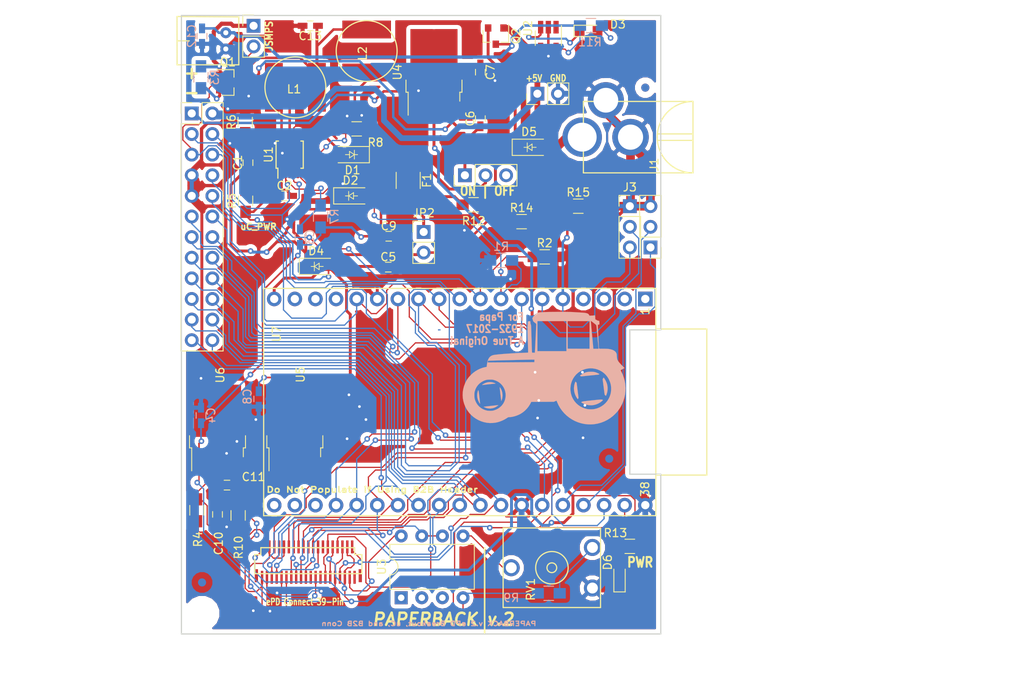
<source format=kicad_pcb>
(kicad_pcb (version 4) (host pcbnew 4.0.6)
  (layers (0 F.Cu signal) (31 B.Cu signal) (34 B.Paste user) (35 F.Paste user) (36 B.SilkS user) (37 F.SilkS user) (38 B.Mask user) (39 F.Mask user) (44 Edge.Cuts user))
  (net 0 "")
  (net 1 "Net-(C1-Pad1)")
  (net 2 /+22V)
  (net 3 /+22V_Pre_1)
  (net 4 GND)
  (net 5 /-20V)
  (net 6 VCC)
  (net 7 +3V3)
  (net 8 /-15V)
  (net 9 /+15V)
  (net 10 /LIPO_OUT)
  (net 11 "Net-(D1-Pad2)")
  (net 12 "Net-(D3-Pad2)")
  (net 13 "Net-(D3-Pad1)")
  (net 14 /Unfused_VCC)
  (net 15 /5V_JACK)
  (net 16 /IO35)
  (net 17 /IO34)
  (net 18 /TX)
  (net 19 /RX)
  (net 20 /EP_CLK)
  (net 21 /EP_GMODE)
  (net 22 /EP_LE)
  (net 23 /EP_OE)
  (net 24 /EP_SPV)
  (net 25 /EP_SPH)
  (net 26 /EP_CKV)
  (net 27 /D0)
  (net 28 /D1)
  (net 29 /D2)
  (net 30 /NEG_CTRL)
  (net 31 /D3)
  (net 32 /POS_CTRL)
  (net 33 /D4)
  (net 34 /~SMPS_CTRL)
  (net 35 /D5)
  (net 36 /D6)
  (net 37 /D7)
  (net 38 /V_COMMON)
  (net 39 "Net-(JP1-Pad1)")
  (net 40 "Net-(R9-Pad1)")
  (net 41 "Net-(RV1-Pad2)")
  (net 42 "Net-(D6-Pad2)")
  (net 43 "Net-(C13-Pad1)")
  (net 44 "Net-(C1-Pad2)")
  (net 45 "Net-(C2-Pad2)")
  (net 46 /Uns_VCC)
  (net 47 /IO12)
  (net 48 /IO32)
  (net 49 /VCC_ESP)
  (module Pin_Headers:Pin_Header_Straight_2x12_Pitch2.54mm (layer F.Cu) (at 50.165 85.725)
    (fp_text reference J5 hide)
    (fp_text value CONN_02X12)
    (pad 1 thru_hole rect (at 0 0) (size 1.7 1.7) (drill 1) (layers *.Cu *.Mask) (net 7 +3V3))
    (pad 2 thru_hole oval (at 2.54 0) (size 1.7 1.7) (drill 1) (layers *.Cu *.Mask) (net 15 /5V_JACK))
    (pad 3 thru_hole oval (at 0 2.54) (size 1.7 1.7) (drill 1) (layers *.Cu *.Mask) (net 32 /POS_CTRL))
    (pad 4 thru_hole oval (at 2.54 2.54) (size 1.7 1.7) (drill 1) (layers *.Cu *.Mask) (net 30 /NEG_CTRL))
    (pad 5 thru_hole oval (at 0 5.08) (size 1.7 1.7) (drill 1) (layers *.Cu *.Mask) (net 34 /~SMPS_CTRL))
    (pad 6 thru_hole oval (at 2.54 5.08) (size 1.7 1.7) (drill 1) (layers *.Cu *.Mask) (net 21 /EP_GMODE))
    (pad 7 thru_hole oval (at 0 7.62) (size 1.7 1.7) (drill 1) (layers *.Cu *.Mask) (net 4 GND))
    (pad 8 thru_hole oval (at 2.54 7.62) (size 1.7 1.7) (drill 1) (layers *.Cu *.Mask) (net 26 /EP_CKV))
    (pad 9 thru_hole oval (at 0 10.16) (size 1.7 1.7) (drill 1) (layers *.Cu *.Mask) (net 4 GND))
    (pad 10 thru_hole oval (at 2.54 10.16) (size 1.7 1.7) (drill 1) (layers *.Cu *.Mask) (net 24 /EP_SPV))
    (pad 11 thru_hole oval (at 0 12.7) (size 1.7 1.7) (drill 1) (layers *.Cu *.Mask) (net 47 /IO12))
    (pad 12 thru_hole oval (at 2.54 12.7) (size 1.7 1.7) (drill 1) (layers *.Cu *.Mask) (net 22 /EP_LE))
    (pad 13 thru_hole oval (at 0 15.24) (size 1.7 1.7) (drill 1) (layers *.Cu *.Mask) (net 25 /EP_SPH))
    (pad 14 thru_hole oval (at 2.54 15.24) (size 1.7 1.7) (drill 1) (layers *.Cu *.Mask) (net 48 /IO32))
    (pad 15 thru_hole oval (at 0 17.78) (size 1.7 1.7) (drill 1) (layers *.Cu *.Mask) (net 23 /EP_OE))
    (pad 16 thru_hole oval (at 2.54 17.78) (size 1.7 1.7) (drill 1) (layers *.Cu *.Mask) (net 20 /EP_CLK))
    (pad 17 thru_hole oval (at 0 20.32) (size 1.7 1.7) (drill 1) (layers *.Cu *.Mask) (net 29 /D2))
    (pad 18 thru_hole oval (at 2.54 20.32) (size 1.7 1.7) (drill 1) (layers *.Cu *.Mask) (net 33 /D4))
    (pad 19 thru_hole oval (at 0 22.86) (size 1.7 1.7) (drill 1) (layers *.Cu *.Mask) (net 36 /D6))
    (pad 20 thru_hole oval (at 2.54 22.86) (size 1.7 1.7) (drill 1) (layers *.Cu *.Mask) (net 37 /D7))
    (pad 21 thru_hole oval (at 0 25.4) (size 1.7 1.7) (drill 1) (layers *.Cu *.Mask) (net 31 /D3))
    (pad 22 thru_hole oval (at 2.54 25.4) (size 1.7 1.7) (drill 1) (layers *.Cu *.Mask) (net 35 /D5))
    (pad 23 thru_hole oval (at 0 27.94) (size 1.7 1.7) (drill 1) (layers *.Cu *.Mask) (net 27 /D0))
    (pad 24 thru_hole oval (at 2.54 27.94) (size 1.7 1.7) (drill 1) (layers *.Cu *.Mask) (net 28 /D1))
  )
  (module Pin_Headers:Pin_Header_Straight_1x02_Pitch2.54mm (layer F.Cu) (at 57.785 74.93)
    (fp_text reference JP1 hide)
    (fp_text value Jumper)
    (pad 1 thru_hole rect (at 0 0) (size 1.7 1.7) (drill 1) (layers *.Cu *.Mask) (net 39 "Net-(JP1-Pad1)"))
    (pad 2 thru_hole oval (at 0 2.54) (size 1.7 1.7) (drill 1) (layers *.Cu *.Mask) (net 34 /~SMPS_CTRL))
  )
  (module PK_Footprints:ESP32_Core_Board_v2 (layer F.Cu) (at 106.045 108.585 270)
    (fp_text reference U7 (at 4.32 45.42 270) (layer F.SilkS))
    (fp_text value ESP32_Core_Board_V2)
    (fp_text user 38 (at 23.43 0.03 270) (layer F.SilkS))
    (fp_text user 1 (at 1.52 0.01 270) (layer F.SilkS))
    (pad 1 thru_hole rect (at 0 0 270) (size 1.8 1.8) (drill 1.02) (layers *.Cu *.Mask))
    (pad 2 thru_hole circle (at 0 2.54 270) (size 1.8 1.8) (drill 1.02) (layers *.Cu *.Mask))
    (pad 3 thru_hole circle (at 0 5.08 270) (size 1.8 1.8) (drill 1.02) (layers *.Cu *.Mask))
    (pad 4 thru_hole circle (at 0 7.62 270) (size 1.8 1.8) (drill 1.02) (layers *.Cu *.Mask))
    (pad 5 thru_hole circle (at 0 10.16 270) (size 1.8 1.8) (drill 1.02) (layers *.Cu *.Mask) (net 17 /IO34))
    (pad 6 thru_hole circle (at 0 12.7 270) (size 1.8 1.8) (drill 1.02) (layers *.Cu *.Mask) (net 16 /IO35))
    (pad 7 thru_hole circle (at 0 15.24 270) (size 1.8 1.8) (drill 1.02) (layers *.Cu *.Mask) (net 48 /IO32))
    (pad 8 thru_hole circle (at 0 17.78 270) (size 1.8 1.8) (drill 1.02) (layers *.Cu *.Mask) (net 30 /NEG_CTRL))
    (pad 9 thru_hole circle (at 0 20.32 270) (size 1.8 1.8) (drill 1.02) (layers *.Cu *.Mask) (net 32 /POS_CTRL))
    (pad 10 thru_hole circle (at 0 22.86 270) (size 1.8 1.8) (drill 1.02) (layers *.Cu *.Mask) (net 34 /~SMPS_CTRL))
    (pad 11 thru_hole circle (at 0 25.4 270) (size 1.8 1.8) (drill 1.02) (layers *.Cu *.Mask) (net 33 /D4))
    (pad 12 thru_hole circle (at 0 27.94 270) (size 1.8 1.8) (drill 1.02) (layers *.Cu *.Mask) (net 29 /D2))
    (pad 13 thru_hole circle (at 0 30.48 270) (size 1.8 1.8) (drill 1.02) (layers *.Cu *.Mask) (net 47 /IO12))
    (pad 14 thru_hole circle (at 0 33.02 270) (size 1.8 1.8) (drill 1.02) (layers *.Cu *.Mask) (net 4 GND))
    (pad 15 thru_hole circle (at 0 35.56 270) (size 1.8 1.8) (drill 1.02) (layers *.Cu *.Mask) (net 22 /EP_LE))
    (pad 16 thru_hole circle (at 0 38.1 270) (size 1.8 1.8) (drill 1.02) (layers *.Cu *.Mask))
    (pad 17 thru_hole circle (at 0 40.64 270) (size 1.8 1.8) (drill 1.02) (layers *.Cu *.Mask))
    (pad 18 thru_hole circle (at 0 43.18 270) (size 1.8 1.8) (drill 1.02) (layers *.Cu *.Mask))
    (pad 19 thru_hole circle (at 0 45.72 270) (size 1.8 1.8) (drill 1.02) (layers *.Cu *.Mask) (net 49 /VCC_ESP))
    (pad 20 thru_hole circle (at 25.4 45.72 270) (size 1.8 1.8) (drill 1.02) (layers *.Cu *.Mask))
    (pad 21 thru_hole circle (at 25.4 43.18 270) (size 1.8 1.8) (drill 1.02) (layers *.Cu *.Mask))
    (pad 22 thru_hole circle (at 25.4 40.64 270) (size 1.8 1.8) (drill 1.02) (layers *.Cu *.Mask))
    (pad 23 thru_hole circle (at 25.4 38.1 270) (size 1.8 1.8) (drill 1.02) (layers *.Cu *.Mask) (net 20 /EP_CLK))
    (pad 24 thru_hole circle (at 25.4 35.56 270) (size 1.8 1.8) (drill 1.02) (layers *.Cu *.Mask) (net 23 /EP_OE))
    (pad 25 thru_hole circle (at 25.4 33.02 270) (size 1.8 1.8) (drill 1.02) (layers *.Cu *.Mask) (net 21 /EP_GMODE))
    (pad 26 thru_hole circle (at 25.4 30.48 270) (size 1.8 1.8) (drill 1.02) (layers *.Cu *.Mask) (net 27 /D0))
    (pad 27 thru_hole circle (at 25.4 27.94 270) (size 1.8 1.8) (drill 1.02) (layers *.Cu *.Mask) (net 28 /D1))
    (pad 28 thru_hole circle (at 25.4 25.4 270) (size 1.8 1.8) (drill 1.02) (layers *.Cu *.Mask) (net 31 /D3))
    (pad 29 thru_hole circle (at 25.4 22.86 270) (size 1.8 1.8) (drill 1.02) (layers *.Cu *.Mask) (net 35 /D5))
    (pad 30 thru_hole circle (at 25.4 20.32 270) (size 1.8 1.8) (drill 1.02) (layers *.Cu *.Mask) (net 36 /D6))
    (pad 31 thru_hole circle (at 25.4 17.78 270) (size 1.8 1.8) (drill 1.02) (layers *.Cu *.Mask) (net 37 /D7))
    (pad 32 thru_hole circle (at 25.4 15.24 270) (size 1.8 1.8) (drill 1.02) (layers *.Cu *.Mask) (net 4 GND))
    (pad 33 thru_hole circle (at 25.4 12.7 270) (size 1.8 1.8) (drill 1.02) (layers *.Cu *.Mask) (net 25 /EP_SPH))
    (pad 34 thru_hole circle (at 25.4 10.16 270) (size 1.8 1.8) (drill 1.02) (layers *.Cu *.Mask) (net 19 /RX))
    (pad 35 thru_hole circle (at 25.4 7.62 270) (size 1.8 1.8) (drill 1.02) (layers *.Cu *.Mask) (net 18 /TX))
    (pad 36 thru_hole circle (at 25.4 5.08 270) (size 1.8 1.8) (drill 1.02) (layers *.Cu *.Mask) (net 24 /EP_SPV))
    (pad 37 thru_hole circle (at 25.4 2.54 270) (size 1.8 1.8) (drill 1.02) (layers *.Cu *.Mask) (net 26 /EP_CKV))
    (pad 38 thru_hole circle (at 25.4 0 270) (size 1.8 1.8) (drill 1.02) (layers *.Cu *.Mask) (net 4 GND))
  )
  (module Housings_DIP:DIP-8_W7.62mm (layer F.Cu) (at 75.97 145.4 90)
    (fp_text reference U3 (at 3.81 -2.39 90) (layer F.SilkS))
    (fp_text value LM358)
    (pad 1 thru_hole rect (at 0 0 90) (size 1.6 1.6) (drill 0.8) (layers *.Cu *.Mask))
    (pad 5 thru_hole oval (at 7.62 7.62 90) (size 1.6 1.6) (drill 0.8) (layers *.Cu *.Mask) (net 41 "Net-(RV1-Pad2)"))
    (pad 2 thru_hole oval (at 0 2.54 90) (size 1.6 1.6) (drill 0.8) (layers *.Cu *.Mask))
    (pad 6 thru_hole oval (at 7.62 5.08 90) (size 1.6 1.6) (drill 0.8) (layers *.Cu *.Mask) (net 38 /V_COMMON))
    (pad 3 thru_hole oval (at 0 5.08 90) (size 1.6 1.6) (drill 0.8) (layers *.Cu *.Mask))
    (pad 7 thru_hole oval (at 7.62 2.54 90) (size 1.6 1.6) (drill 0.8) (layers *.Cu *.Mask) (net 38 /V_COMMON))
    (pad 4 thru_hole oval (at 0 7.62 90) (size 1.6 1.6) (drill 0.8) (layers *.Cu *.Mask) (net 8 /-15V))
    (pad 8 thru_hole oval (at 7.62 0 90) (size 1.6 1.6) (drill 0.8) (layers *.Cu *.Mask) (net 9 /+15V))
  )
  (module Capacitors_SMD:C_0603_HandSoldering (layer F.Cu) (at 57.09412 91.7956 90)
    (fp_text reference C1 (at 0 -1.25 90) (layer F.SilkS))
    (fp_text value .1uF)
    (pad 1 smd rect (at -0.95 0 90) (size 1.2 0.75) (layers F.Cu F.Paste F.Mask) (net 1 "Net-(C1-Pad1)"))
    (pad 2 smd rect (at 0.95 0 90) (size 1.2 0.75) (layers F.Cu F.Paste F.Mask) (net 44 "Net-(C1-Pad2)"))
  )
  (module Capacitors_SMD:C_0603_HandSoldering (layer F.Cu) (at 61.595 95.885)
    (fp_text reference C2 (at 0 -1.25) (layer F.SilkS))
    (fp_text value 100pF)
    (pad 1 smd rect (at -0.95 0) (size 1.2 0.75) (layers F.Cu F.Paste F.Mask) (net 5 /-20V))
    (pad 2 smd rect (at 0.95 0) (size 1.2 0.75) (layers F.Cu F.Paste F.Mask) (net 45 "Net-(C2-Pad2)"))
  )
  (module Capacitors_SMD:C_0603_HandSoldering (layer B.Cu) (at 63.5 100.965 90)
    (fp_text reference C3 (at 0 1.25 90) (layer B.SilkS) (effects (justify mirror)))
    (fp_text value "4.7pF >22V")
    (pad 1 smd rect (at -0.95 0 90) (size 1.2 0.75) (layers B.Cu B.Paste B.Mask) (net 2 /+22V))
    (pad 2 smd rect (at 0.95 0 90) (size 1.2 0.75) (layers B.Cu B.Paste B.Mask) (net 3 /+22V_Pre_1))
  )
  (module Capacitors_SMD:C_0603_HandSoldering (layer B.Cu) (at 51.308 122.936 90)
    (fp_text reference C4 (at 0 1.25 90) (layer B.SilkS) (effects (justify mirror)))
    (fp_text value "1uF >22V")
    (pad 1 smd rect (at -0.95 0 90) (size 1.2 0.75) (layers B.Cu B.Paste B.Mask) (net 2 /+22V))
    (pad 2 smd rect (at 0.95 0 90) (size 1.2 0.75) (layers B.Cu B.Paste B.Mask) (net 4 GND))
  )
  (module Capacitors_SMD:C_0603_HandSoldering (layer F.Cu) (at 74.38 104.66)
    (fp_text reference C5 (at 0 -1.25) (layer F.SilkS))
    (fp_text value "1uF >20V")
    (pad 1 smd rect (at -0.95 0) (size 1.2 0.75) (layers F.Cu F.Paste F.Mask) (net 5 /-20V))
    (pad 2 smd rect (at 0.95 0) (size 1.2 0.75) (layers F.Cu F.Paste F.Mask) (net 4 GND))
  )
  (module Capacitors_SMD:C_0603_HandSoldering (layer B.Cu) (at 58.42 120.904 90)
    (fp_text reference C8 (at 0.2932 -1.3944 90) (layer B.SilkS) (effects (justify mirror)))
    (fp_text value ".33uF > 20V")
    (pad 1 smd rect (at -0.95 0 90) (size 1.2 0.75) (layers B.Cu B.Paste B.Mask) (net 4 GND))
    (pad 2 smd rect (at 0.95 0 90) (size 1.2 0.75) (layers B.Cu B.Paste B.Mask) (net 5 /-20V))
  )
  (module Capacitors_SMD:C_0603_HandSoldering (layer F.Cu) (at 74.43 100.86)
    (fp_text reference C9 (at 0 -1.25) (layer F.SilkS))
    (fp_text value ".33uF > 22V")
    (pad 1 smd rect (at -0.95 0) (size 1.2 0.75) (layers F.Cu F.Paste F.Mask) (net 2 /+22V))
    (pad 2 smd rect (at 0.95 0) (size 1.2 0.75) (layers F.Cu F.Paste F.Mask) (net 4 GND))
  )
  (module Capacitors_SMD:C_0603_HandSoldering (layer F.Cu) (at 53.34 135.128 90)
    (fp_text reference C10 (at -3.56616 0.13716 90) (layer F.SilkS))
    (fp_text value "1uF > 15V")
    (pad 1 smd rect (at -0.95 0 90) (size 1.2 0.75) (layers F.Cu F.Paste F.Mask) (net 4 GND))
    (pad 2 smd rect (at 0.95 0 90) (size 1.2 0.75) (layers F.Cu F.Paste F.Mask) (net 8 /-15V))
  )
  (module Capacitors_SMD:C_0603_HandSoldering (layer F.Cu) (at 54.5084 131.5212)
    (fp_text reference C11 (at 3.27152 -1.01346) (layer F.SilkS))
    (fp_text value "1uF > 15V")
    (pad 1 smd rect (at -0.95 0) (size 1.2 0.75) (layers F.Cu F.Paste F.Mask) (net 9 /+15V))
    (pad 2 smd rect (at 0.95 0) (size 1.2 0.75) (layers F.Cu F.Paste F.Mask) (net 4 GND))
  )
  (module Capacitors_SMD:C_0603_HandSoldering (layer B.Cu) (at 51.435 76.2 270)
    (fp_text reference C12 (at 0 1.25 270) (layer B.SilkS) (effects (justify mirror)))
    (fp_text value 1uF)
    (pad 1 smd rect (at -0.95 0 270) (size 1.2 0.75) (layers B.Cu B.Paste B.Mask) (net 10 /LIPO_OUT))
    (pad 2 smd rect (at 0.95 0 270) (size 1.2 0.75) (layers B.Cu B.Paste B.Mask) (net 4 GND))
  )
  (module LEDs:LED_0805 (layer F.Cu) (at 99.06 75.565)
    (fp_text reference D3 (at 3.6 -0.815) (layer F.SilkS))
    (fp_text value LED)
    (pad 2 smd rect (at 1.1 0 180) (size 1.2 1.2) (layers F.Cu F.Paste F.Mask) (net 12 "Net-(D3-Pad2)"))
    (pad 1 smd rect (at -1.1 0 180) (size 1.2 1.2) (layers F.Cu F.Paste F.Mask) (net 13 "Net-(D3-Pad1)"))
  )
  (module Resistors_SMD:R_1210_HandSoldering (layer F.Cu) (at 76.835 93.98 270)
    (fp_text reference F1 (at 0 -2.3 270) (layer F.SilkS))
    (fp_text value .75A)
    (pad 1 smd rect (at -2 0 270) (size 2 2.5) (layers F.Cu F.Paste F.Mask) (net 46 /Uns_VCC))
    (pad 2 smd rect (at 2 0 270) (size 2 2.5) (layers F.Cu F.Paste F.Mask) (net 14 /Unfused_VCC))
  )
  (module Pin_Headers:Pin_Header_Straight_1x02_Pitch2.54mm (layer F.Cu) (at 92.75 83.3 90)
    (fp_text reference J2 hide)
    (fp_text value CONN_01X02)
    (pad 1 thru_hole rect (at 0 0 90) (size 1.7 1.7) (drill 1) (layers *.Cu *.Mask) (net 15 /5V_JACK))
    (pad 2 thru_hole oval (at 0 2.54 90) (size 1.7 1.7) (drill 1) (layers *.Cu *.Mask) (net 4 GND))
  )
  (module Pin_Headers:Pin_Header_Straight_1x03_Pitch2.54mm (layer F.Cu) (at 106.68 102.235 180)
    (fp_text reference J4 hide)
    (fp_text value CONN_01X03)
    (pad 1 thru_hole rect (at 0 0 180) (size 1.7 1.7) (drill 1) (layers *.Cu *.Mask) (net 18 /TX))
    (pad 2 thru_hole oval (at 0 2.54 180) (size 1.7 1.7) (drill 1) (layers *.Cu *.Mask) (net 19 /RX))
    (pad 3 thru_hole oval (at 0 5.08 180) (size 1.7 1.7) (drill 1) (layers *.Cu *.Mask) (net 4 GND))
  )
  (module PK_Footprints:ED060SC4 (layer F.Cu) (at 64.99 140.99)
    (fp_text reference J6 hide)
    (fp_text value ED060SC4)
    (pad "" smd rect (at -6.86 1.69) (size 0.4 1.6) (layers F.Cu F.Paste F.Mask))
    (pad "" smd rect (at 5.94 1.69) (size 0.4 1.6) (layers F.Cu F.Paste F.Mask))
    (pad 2 smd rect (at -5.86 -1.86) (size 0.3 1.6) (layers F.Cu F.Paste F.Mask) (net 9 /+15V))
    (pad 1 smd rect (at -6.16 1.89) (size 0.3 1.6) (layers F.Cu F.Paste F.Mask) (net 8 /-15V))
    (pad 3 smd rect (at -5.56 1.89) (size 0.3 1.6) (layers F.Cu F.Paste F.Mask) (net 4 GND))
    (pad 5 smd rect (at -4.96 1.89) (size 0.3 1.6) (layers F.Cu F.Paste F.Mask) (net 20 /EP_CLK))
    (pad 7 smd rect (at -4.36 1.89) (size 0.3 1.6) (layers F.Cu F.Paste F.Mask) (net 23 /EP_OE))
    (pad 9 smd rect (at -3.76 1.89) (size 0.3 1.6) (layers F.Cu F.Paste F.Mask) (net 4 GND))
    (pad 11 smd rect (at -3.16 1.89) (size 0.3 1.6) (layers F.Cu F.Paste F.Mask) (net 25 /EP_SPH))
    (pad 13 smd rect (at -2.56 1.89) (size 0.3 1.6) (layers F.Cu F.Paste F.Mask) (net 28 /D1))
    (pad 15 smd rect (at -1.96 1.89) (size 0.3 1.6) (layers F.Cu F.Paste F.Mask) (net 31 /D3))
    (pad 17 smd rect (at -1.36 1.89) (size 0.3 1.6) (layers F.Cu F.Paste F.Mask) (net 35 /D5))
    (pad 19 smd rect (at -0.76 1.89) (size 0.3 1.6) (layers F.Cu F.Paste F.Mask) (net 37 /D7))
    (pad 21 smd rect (at -0.16 1.89) (size 0.3 1.6) (layers F.Cu F.Paste F.Mask))
    (pad 23 smd rect (at 0.44 1.89) (size 0.3 1.6) (layers F.Cu F.Paste F.Mask) (net 2 /+22V))
    (pad 25 smd rect (at 1.04 1.89) (size 0.3 1.6) (layers F.Cu F.Paste F.Mask))
    (pad 27 smd rect (at 1.64 1.89) (size 0.3 1.6) (layers F.Cu F.Paste F.Mask) (net 21 /EP_GMODE))
    (pad 29 smd rect (at 2.24 1.89) (size 0.3 1.6) (layers F.Cu F.Paste F.Mask) (net 7 +3V3))
    (pad 31 smd rect (at 2.84 1.89) (size 0.3 1.6) (layers F.Cu F.Paste F.Mask) (net 4 GND))
    (pad 33 smd rect (at 3.44 1.89) (size 0.3 1.6) (layers F.Cu F.Paste F.Mask) (net 26 /EP_CKV))
    (pad 35 smd rect (at 4.04 1.89) (size 0.3 1.6) (layers F.Cu F.Paste F.Mask) (net 7 +3V3))
    (pad 37 smd rect (at 4.64 1.89) (size 0.3 1.6) (layers F.Cu F.Paste F.Mask) (net 24 /EP_SPV))
    (pad 39 smd rect (at 5.24 1.89) (size 0.3 1.6) (layers F.Cu F.Paste F.Mask))
    (pad 4 smd rect (at -5.26 -1.86) (size 0.3 1.6) (layers F.Cu F.Paste F.Mask) (net 7 +3V3))
    (pad 6 smd rect (at -4.66 -1.86) (size 0.3 1.6) (layers F.Cu F.Paste F.Mask) (net 22 /EP_LE))
    (pad 8 smd rect (at -4.06 -1.86) (size 0.3 1.6) (layers F.Cu F.Paste F.Mask) (net 7 +3V3))
    (pad 10 smd rect (at -3.46 -1.86) (size 0.3 1.6) (layers F.Cu F.Paste F.Mask) (net 7 +3V3))
    (pad 12 smd rect (at -2.86 -1.86) (size 0.3 1.6) (layers F.Cu F.Paste F.Mask) (net 27 /D0))
    (pad 14 smd rect (at -2.26 -1.86) (size 0.3 1.6) (layers F.Cu F.Paste F.Mask) (net 29 /D2))
    (pad 16 smd rect (at -1.66 -1.86) (size 0.3 1.6) (layers F.Cu F.Paste F.Mask) (net 33 /D4))
    (pad 18 smd rect (at -1.06 -1.86) (size 0.3 1.6) (layers F.Cu F.Paste F.Mask) (net 36 /D6))
    (pad 20 smd rect (at -0.46 -1.86) (size 0.3 1.6) (layers F.Cu F.Paste F.Mask))
    (pad 22 smd rect (at 0.14 -1.86) (size 0.3 1.6) (layers F.Cu F.Paste F.Mask) (net 38 /V_COMMON))
    (pad 24 smd rect (at 0.74 -1.86) (size 0.3 1.6) (layers F.Cu F.Paste F.Mask) (net 5 /-20V))
    (pad 26 smd rect (at 1.34 -1.86) (size 0.3 1.6) (layers F.Cu F.Paste F.Mask))
    (pad 28 smd rect (at 1.94 -1.86) (size 0.3 1.6) (layers F.Cu F.Paste F.Mask) (net 21 /EP_GMODE))
    (pad 30 smd rect (at 2.54 -1.86) (size 0.3 1.6) (layers F.Cu F.Paste F.Mask) (net 7 +3V3))
    (pad 32 smd rect (at 3.14 -1.86) (size 0.3 1.6) (layers F.Cu F.Paste F.Mask) (net 24 /EP_SPV))
    (pad 34 smd rect (at 3.74 -1.86) (size 0.3 1.6) (layers F.Cu F.Paste F.Mask) (net 4 GND))
    (pad 36 smd rect (at 4.34 -1.86) (size 0.3 1.6) (layers F.Cu F.Paste F.Mask) (net 7 +3V3))
    (pad 38 smd rect (at 4.94 -1.86) (size 0.3 1.6) (layers F.Cu F.Paste F.Mask) (net 26 /EP_CKV))
  )
  (module Pin_Headers:Pin_Header_Straight_1x02_Pitch2.54mm (layer F.Cu) (at 78.74 100.33)
    (fp_text reference JP2 (at 0 -2.33) (layer F.SilkS))
    (fp_text value Jumper)
    (pad 1 thru_hole rect (at 0 0) (size 1.7 1.7) (drill 1) (layers *.Cu *.Mask) (net 46 /Uns_VCC))
    (pad 2 thru_hole oval (at 0 2.54) (size 1.7 1.7) (drill 1) (layers *.Cu *.Mask) (net 49 /VCC_ESP))
  )
  (module PK_Footprints:DG6050C_Murata_Inductor (layer F.Cu) (at 62.865 82.55)
    (fp_text reference L1 (at -0.095 0.19) (layer F.SilkS))
    (fp_text value 22uH)
    (pad 2 smd rect (at 2.72 -0.04) (size 2.2 6) (layers F.Cu F.Paste F.Mask) (net 43 "Net-(C13-Pad1)"))
    (pad 1 smd rect (at -2.58 -0.04) (size 2.2 6) (layers F.Cu F.Paste F.Mask) (net 44 "Net-(C1-Pad2)"))
  )
  (module PK_Footprints:DG6050C_Murata_Inductor (layer F.Cu) (at 71.755 78.105 90)
    (fp_text reference L2 (at -0.225 -0.535 90) (layer F.SilkS))
    (fp_text value 22uH)
    (pad 2 smd rect (at 2.72 -0.04 90) (size 2.2 6) (layers F.Cu F.Paste F.Mask) (net 43 "Net-(C13-Pad1)"))
    (pad 1 smd rect (at -2.58 -0.04 90) (size 2.2 6) (layers F.Cu F.Paste F.Mask) (net 11 "Net-(D1-Pad2)"))
  )
  (module Resistors_SMD:R_0805_HandSoldering (layer B.Cu) (at 88.2904 103.8352 180)
    (fp_text reference R1 (at 0 1.7 180) (layer B.SilkS) (effects (justify mirror)))
    (fp_text value 10k)
    (pad 1 smd rect (at -1.35 0 180) (size 1.5 1.3) (layers B.Cu B.Paste B.Mask) (net 30 /NEG_CTRL))
    (pad 2 smd rect (at 1.35 0 180) (size 1.5 1.3) (layers B.Cu B.Paste B.Mask) (net 4 GND))
  )
  (module Resistors_SMD:R_0805_HandSoldering (layer F.Cu) (at 93.65 103.4)
    (fp_text reference R2 (at 0 -1.7) (layer F.SilkS))
    (fp_text value 10k)
    (pad 1 smd rect (at -1.35 0) (size 1.5 1.3) (layers F.Cu F.Paste F.Mask) (net 32 /POS_CTRL))
    (pad 2 smd rect (at 1.35 0) (size 1.5 1.3) (layers F.Cu F.Paste F.Mask) (net 4 GND))
  )
  (module Resistors_SMD:R_0805_HandSoldering (layer B.Cu) (at 51.3 81.27 90)
    (fp_text reference R3 (at 0 1.7 90) (layer B.SilkS) (effects (justify mirror)))
    (fp_text value 10k)
    (pad 1 smd rect (at -1.35 0 90) (size 1.5 1.3) (layers B.Cu B.Paste B.Mask) (net 6 VCC))
    (pad 2 smd rect (at 1.35 0 90) (size 1.5 1.3) (layers B.Cu B.Paste B.Mask) (net 39 "Net-(JP1-Pad1)"))
  )
  (module Resistors_SMD:R_0805_HandSoldering (layer F.Cu) (at 50.8 134.62 270)
    (fp_text reference R4 (at 3.57124 -0.13462 270) (layer F.SilkS))
    (fp_text value 39k)
    (pad 1 smd rect (at -1.35 0 270) (size 1.5 1.3) (layers F.Cu F.Paste F.Mask) (net 9 /+15V))
    (pad 2 smd rect (at 1.35 0 270) (size 1.5 1.3) (layers F.Cu F.Paste F.Mask) (net 4 GND))
  )
  (module Resistors_SMD:R_0805_HandSoldering (layer F.Cu) (at 56.8 96.5 90)
    (fp_text reference R5 (at 0 -1.7 90) (layer F.SilkS))
    (fp_text value "560k > 20V")
    (pad 1 smd rect (at -1.35 0 90) (size 1.5 1.3) (layers F.Cu F.Paste F.Mask) (net 5 /-20V))
    (pad 2 smd rect (at 1.35 0 90) (size 1.5 1.3) (layers F.Cu F.Paste F.Mask) (net 45 "Net-(C2-Pad2)"))
  )
  (module Resistors_SMD:R_0805_HandSoldering (layer F.Cu) (at 56.75 86.8 90)
    (fp_text reference R6 (at 0 -1.7 90) (layer F.SilkS))
    (fp_text value "39k > 20V")
    (pad 1 smd rect (at -1.35 0 90) (size 1.5 1.3) (layers F.Cu F.Paste F.Mask) (net 45 "Net-(C2-Pad2)"))
    (pad 2 smd rect (at 1.35 0 90) (size 1.5 1.3) (layers F.Cu F.Paste F.Mask) (net 4 GND))
  )
  (module Resistors_SMD:R_0805_HandSoldering (layer B.Cu) (at 66.04 98.425 90)
    (fp_text reference R7 (at 0 1.7 90) (layer B.SilkS) (effects (justify mirror)))
    (fp_text value "2M >22V")
    (pad 1 smd rect (at -1.35 0 90) (size 1.5 1.3) (layers B.Cu B.Paste B.Mask) (net 2 /+22V))
    (pad 2 smd rect (at 1.35 0 90) (size 1.5 1.3) (layers B.Cu B.Paste B.Mask) (net 3 /+22V_Pre_1))
  )
  (module Resistors_SMD:R_0805_HandSoldering (layer F.Cu) (at 70.485 87.63)
    (fp_text reference R8 (at 2.3241 1.6764) (layer F.SilkS))
    (fp_text value "120k >22V")
    (pad 1 smd rect (at -1.35 0) (size 1.5 1.3) (layers F.Cu F.Paste F.Mask) (net 3 /+22V_Pre_1))
    (pad 2 smd rect (at 1.35 0) (size 1.5 1.3) (layers F.Cu F.Paste F.Mask) (net 4 GND))
  )
  (module Resistors_SMD:R_0805_HandSoldering (layer B.Cu) (at 94.15 144.85 180)
    (fp_text reference R9 (at 4.615 -0.565 180) (layer B.SilkS) (effects (justify mirror)))
    (fp_text value 200K)
    (pad 1 smd rect (at -1.35 0 180) (size 1.5 1.3) (layers B.Cu B.Paste B.Mask) (net 40 "Net-(R9-Pad1)"))
    (pad 2 smd rect (at 1.35 0 180) (size 1.5 1.3) (layers B.Cu B.Paste B.Mask) (net 8 /-15V))
  )
  (module Resistors_SMD:R_0805_HandSoldering (layer F.Cu) (at 55.88 135.255 90)
    (fp_text reference R10 (at -3.94208 0.05588 90) (layer F.SilkS))
    (fp_text value 39k)
    (pad 1 smd rect (at -1.35 0 90) (size 1.5 1.3) (layers F.Cu F.Paste F.Mask) (net 4 GND))
    (pad 2 smd rect (at 1.35 0 90) (size 1.5 1.3) (layers F.Cu F.Paste F.Mask) (net 8 /-15V))
  )
  (module Resistors_SMD:R_0805_HandSoldering (layer B.Cu) (at 99.35 74.9)
    (fp_text reference R11 (at -0.12 2.05) (layer B.SilkS) (effects (justify mirror)))
    (fp_text value 1K)
    (pad 1 smd rect (at -1.35 0) (size 1.5 1.3) (layers B.Cu B.Paste B.Mask) (net 10 /LIPO_OUT))
    (pad 2 smd rect (at 1.35 0) (size 1.5 1.3) (layers B.Cu B.Paste B.Mask) (net 12 "Net-(D3-Pad2)"))
  )
  (module Resistors_SMD:R_0805_HandSoldering (layer F.Cu) (at 84.8868 96.9772)
    (fp_text reference R12 (at 0.01016 2.00152) (layer F.SilkS))
    (fp_text value 10k)
    (pad 1 smd rect (at -1.35 0) (size 1.5 1.3) (layers F.Cu F.Paste F.Mask) (net 14 /Unfused_VCC))
    (pad 2 smd rect (at 1.35 0) (size 1.5 1.3) (layers F.Cu F.Paste F.Mask) (net 4 GND))
  )
  (module PK_Footprints:CB10V_Trimmer (layer F.Cu) (at 94.55 141.71 90)
    (fp_text reference RV1 (at -2.66 -2.62 90) (layer F.SilkS))
    (fp_text value 100k)
    (pad 2 thru_hole circle (at 0.01 -5.02 90) (size 2.1 2.1) (drill 1.35) (layers *.Cu *.Mask) (net 41 "Net-(RV1-Pad2)"))
    (pad 3 thru_hole circle (at 2.51 4.98 90) (size 2.1 2.1) (drill 1.35) (layers *.Cu *.Mask) (net 40 "Net-(R9-Pad1)"))
    (pad 1 thru_hole circle (at -2.49 4.98 90) (size 2.1 2.1) (drill 1.35) (layers *.Cu *.Mask) (net 4 GND))
  )
  (module TO_SOT_Packages_SMD:SOT-23-5_HandSoldering (layer F.Cu) (at 94.1 76.45 270)
    (fp_text reference U2 (at -1.21 2.51 270) (layer F.SilkS))
    (fp_text value MAX1555)
    (pad 1 smd rect (at -1.35 -0.95 270) (size 1.56 0.65) (layers F.Cu F.Paste F.Mask))
    (pad 2 smd rect (at -1.35 0 270) (size 1.56 0.65) (layers F.Cu F.Paste F.Mask) (net 4 GND))
    (pad 3 smd rect (at -1.35 0.95 270) (size 1.56 0.65) (layers F.Cu F.Paste F.Mask) (net 13 "Net-(D3-Pad1)"))
    (pad 4 smd rect (at 1.35 0.95 270) (size 1.56 0.65) (layers F.Cu F.Paste F.Mask) (net 15 /5V_JACK))
    (pad 5 smd rect (at 1.35 -0.95 270) (size 1.56 0.65) (layers F.Cu F.Paste F.Mask) (net 10 /LIPO_OUT))
  )
  (module TO_SOT_Packages_SMD:TO-252-3_TabPin2 (layer F.Cu) (at 80.01 80.645 90)
    (fp_text reference U4 (at 0 -4.5 90) (layer F.SilkS))
    (fp_text value PAM3110BLA330RDICT)
    (pad 1 smd rect (at -4.2 -2.28 90) (size 2.2 1.2) (layers F.Cu F.Paste F.Mask) (net 4 GND))
    (pad 2 smd rect (at -4.2 0 90) (size 2.2 1.2) (layers F.Cu F.Paste F.Mask) (net 7 +3V3))
    (pad 3 smd rect (at -4.2 2.28 90) (size 2.2 1.2) (layers F.Cu F.Paste F.Mask) (net 6 VCC))
    (pad 2 smd rect (at 2.1 0 90) (size 6.4 5.8) (layers F.Cu F.Mask) (net 7 +3V3))
    (pad 2 smd rect (at 3.775 1.525 90) (size 3.05 2.75) (layers F.Cu F.Paste) (net 7 +3V3))
    (pad 2 smd rect (at 0.425 -1.525 90) (size 3.05 2.75) (layers F.Cu F.Paste) (net 7 +3V3))
    (pad 2 smd rect (at 3.775 -1.525 90) (size 3.05 2.75) (layers F.Cu F.Paste) (net 7 +3V3))
    (pad 2 smd rect (at 0.425 1.525 90) (size 3.05 2.75) (layers F.Cu F.Paste) (net 7 +3V3))
  )
  (module PK_Footprints:Switchcraft_5.5_2.1_Barrel_Jack (layer F.Cu) (at 102.87 88.9 90)
    (fp_text reference J1 (at -3.15 4.28 90) (layer F.SilkS))
    (fp_text value BARREL_JACK)
    (pad 3 thru_hole circle (at 4.8 -1.685 90) (size 4.45 4.45) (drill 3.05) (layers *.Cu *.Mask) (net 4 GND))
    (pad 2 thru_hole circle (at 0.25 1.355 90) (size 4.5 4.5) (drill 3.1) (layers *.Cu *.Mask) (net 4 GND))
    (pad 1 thru_hole circle (at 0.25 -4.6 90) (size 4.86 4.86) (drill 3.56) (layers *.Cu *.Mask) (net 15 /5V_JACK))
  )
  (module Fiducials:Fiducial_1mm_Dia_2.54mm_Outer_CopperTop (layer F.Cu) (at 106.045 143.51)
    (fp_text reference REF** hide)
    (fp_text value Fiducial_1mm_Dia_2.54mm_Outer_CopperTop)
    (pad ~ smd circle (at 0 0) (size 1 1) (layers F.Cu F.Mask) (clearance 0.77))
  )
  (module Fiducials:Fiducial_1mm_Dia_2.54mm_Outer_CopperBottom (layer F.Cu) (at 51.435 143.51)
    (fp_text reference REF** hide)
    (fp_text value Fiducial_1mm_Dia_2.54mm_Outer_CopperBottom)
    (pad ~ smd circle (at 0 0) (size 1 1) (layers B.Cu B.Mask) (clearance 0.77))
  )
  (module Fiducials:Fiducial_1mm_Dia_2.54mm_Outer_CopperBottom (layer F.Cu) (at 106.045 82.55)
    (fp_text reference REF** hide)
    (fp_text value Fiducial_1mm_Dia_2.54mm_Outer_CopperBottom)
    (pad ~ smd circle (at 0 0) (size 1 1) (layers B.Cu B.Mask) (clearance 0.77))
  )
  (module Fiducials:Fiducial_1mm_Dia_2.54mm_Outer_CopperBottom (layer F.Cu) (at 101.6 128.27)
    (fp_text reference REF** hide)
    (fp_text value Fiducial_1mm_Dia_2.54mm_Outer_CopperBottom)
    (pad ~ smd circle (at 0 0) (size 1 1) (layers B.Cu B.Mask) (clearance 0.77))
  )
  (module Fiducials:Fiducial_1mm_Dia_2.54mm_Outer_CopperTop (layer F.Cu) (at 106.045 82.55)
    (fp_text reference REF** hide)
    (fp_text value Fiducial_1mm_Dia_2.54mm_Outer_CopperTop)
    (pad ~ smd circle (at 0 0) (size 1 1) (layers F.Cu F.Mask) (clearance 0.77))
  )
  (module PK_Footprints:D_SOD-123F (layer F.Cu) (at 69.85 90.805 180)
    (fp_text reference D1 (at -0.127 -1.905 180) (layer F.SilkS))
    (fp_text value D_Schottky)
    (pad 1 smd rect (at -1.4 0 180) (size 1.1 1.1) (layers F.Cu F.Paste F.Mask) (net 2 /+22V))
    (pad 2 smd rect (at 1.4 0 180) (size 1.1 1.1) (layers F.Cu F.Paste F.Mask) (net 11 "Net-(D1-Pad2)"))
  )
  (module PK_Footprints:D_SOD-123F (layer F.Cu) (at 69.85 95.885)
    (fp_text reference D2 (at -0.127 -1.905) (layer F.SilkS))
    (fp_text value D_Schottky)
    (pad 1 smd rect (at -1.4 0) (size 1.1 1.1) (layers F.Cu F.Paste F.Mask) (net 4 GND))
    (pad 2 smd rect (at 1.4 0) (size 1.1 1.1) (layers F.Cu F.Paste F.Mask) (net 1 "Net-(C1-Pad1)"))
  )
  (module PK_Footprints:D_SOD-123F (layer F.Cu) (at 65.62 104.58)
    (fp_text reference D4 (at -0.127 -1.905) (layer F.SilkS))
    (fp_text value D_Schottky)
    (pad 1 smd rect (at -1.4 0) (size 1.1 1.1) (layers F.Cu F.Paste F.Mask) (net 1 "Net-(C1-Pad1)"))
    (pad 2 smd rect (at 1.4 0) (size 1.1 1.1) (layers F.Cu F.Paste F.Mask) (net 5 /-20V))
  )
  (module PK_Footprints:D_SOD-123F (layer F.Cu) (at 91.85 89.9)
    (fp_text reference D5 (at -0.127 -1.905) (layer F.SilkS))
    (fp_text value D_Schottky)
    (pad 1 smd rect (at -1.4 0) (size 1.1 1.1) (layers F.Cu F.Paste F.Mask) (net 14 /Unfused_VCC))
    (pad 2 smd rect (at 1.4 0) (size 1.1 1.1) (layers F.Cu F.Paste F.Mask) (net 15 /5V_JACK))
  )
  (module PK_Footprints:Standoff_Drill_Hole (layer F.Cu) (at 51.435 147.32)
    (fp_text reference REF** hide)
    (fp_text value Standoff_Drill_Hole)
    (pad "" np_thru_hole circle (at 0 0) (size 3.26 3.26) (drill 3.26) (layers *.Cu *.Mask))
  )
  (module LEDs:LED_0805 (layer F.Cu) (at 102.87 142.875 90)
    (fp_text reference D6 (at 1.8415 -1.4605 90) (layer F.SilkS))
    (fp_text value LED)
    (pad 2 smd rect (at 1.1 0 270) (size 1.2 1.2) (layers F.Cu F.Paste F.Mask) (net 42 "Net-(D6-Pad2)"))
    (pad 1 smd rect (at -1.1 0 270) (size 1.2 1.2) (layers F.Cu F.Paste F.Mask) (net 4 GND))
  )
  (module Resistors_SMD:R_0805_HandSoldering (layer F.Cu) (at 104.14 139.065 180)
    (fp_text reference R13 (at 1.778 1.651 180) (layer F.SilkS))
    (fp_text value 1k)
    (pad 1 smd rect (at -1.35 0 180) (size 1.5 1.3) (layers F.Cu F.Paste F.Mask) (net 7 +3V3))
    (pad 2 smd rect (at 1.35 0 180) (size 1.5 1.3) (layers F.Cu F.Paste F.Mask) (net 42 "Net-(D6-Pad2)"))
  )
  (module Housings_SSOP:MSOP-10_3x3mm_Pitch0.5mm (layer F.Cu) (at 62.23 90.805 90)
    (fp_text reference U1 (at 0 -2.6 90) (layer F.SilkS))
    (fp_text value LT1945)
    (pad 1 smd rect (at -2.2 -1 90) (size 1.4 0.3) (layers F.Cu F.Paste F.Mask) (net 45 "Net-(C2-Pad2)"))
    (pad 2 smd rect (at -2.2 -0.5 90) (size 1.4 0.3) (layers F.Cu F.Paste F.Mask) (net 30 /NEG_CTRL))
    (pad 3 smd rect (at -2.2 0 90) (size 1.4 0.3) (layers F.Cu F.Paste F.Mask) (net 4 GND))
    (pad 4 smd rect (at -2.2 0.5 90) (size 1.4 0.3) (layers F.Cu F.Paste F.Mask) (net 32 /POS_CTRL))
    (pad 5 smd rect (at -2.2 1 90) (size 1.4 0.3) (layers F.Cu F.Paste F.Mask) (net 3 /+22V_Pre_1))
    (pad 6 smd rect (at 2.2 1 90) (size 1.4 0.3) (layers F.Cu F.Paste F.Mask) (net 11 "Net-(D1-Pad2)"))
    (pad 7 smd rect (at 2.2 0.5 90) (size 1.4 0.3) (layers F.Cu F.Paste F.Mask) (net 4 GND))
    (pad 8 smd rect (at 2.2 0 90) (size 1.4 0.3) (layers F.Cu F.Paste F.Mask) (net 43 "Net-(C13-Pad1)"))
    (pad 9 smd rect (at 2.2 -0.5 90) (size 1.4 0.3) (layers F.Cu F.Paste F.Mask) (net 4 GND))
    (pad 10 smd rect (at 2.2 -1 90) (size 1.4 0.3) (layers F.Cu F.Paste F.Mask) (net 44 "Net-(C1-Pad2)"))
  )
  (module PK_Footprints:JST_Right_Angle_02x01 (layer F.Cu) (at 52.07 76.835 270)
    (fp_text reference SINGLE_CELL_LITHIUM1 hide)
    (fp_text value Battery_Cell)
    (pad 2 thru_hole circle (at 0.95 -2.29 270) (size 1.35 1.35) (drill 0.625) (layers *.Cu *.Mask) (net 4 GND))
    (pad 1 thru_hole circle (at -1.05 -2.29 270) (size 1.35 1.35) (drill 0.625) (layers *.Cu *.Mask) (net 10 /LIPO_OUT))
  )
  (module Pin_Headers:Pin_Header_Straight_1x03_Pitch2.54mm (layer F.Cu) (at 83.82 93.345 90)
    (fp_text reference SW1 hide)
    (fp_text value SW_DPDT_x2)
    (pad 1 thru_hole rect (at 0 0 90) (size 1.7 1.7) (drill 1) (layers *.Cu *.Mask) (net 6 VCC))
    (pad 2 thru_hole oval (at 0 2.54 90) (size 1.7 1.7) (drill 1) (layers *.Cu *.Mask) (net 46 /Uns_VCC))
    (pad 3 thru_hole oval (at 0 5.08 90) (size 1.7 1.7) (drill 1) (layers *.Cu *.Mask))
  )
  (module TO_SOT_Packages_SMD:SOT-23 (layer F.Cu) (at 54.61 81.915)
    (fp_text reference Q1 (at 0 -2.5) (layer F.SilkS))
    (fp_text value IRLML6402)
    (pad 1 smd rect (at -1 -0.95) (size 0.9 0.8) (layers F.Cu F.Paste F.Mask) (net 39 "Net-(JP1-Pad1)"))
    (pad 2 smd rect (at -1 0.95) (size 0.9 0.8) (layers F.Cu F.Paste F.Mask) (net 6 VCC))
    (pad 3 smd rect (at 1 0) (size 0.9 0.8) (layers F.Cu F.Paste F.Mask) (net 43 "Net-(C13-Pad1)"))
  )
  (module TO_SOT_Packages_SMD:SOT-23 (layer F.Cu) (at 87.63 76.2 270)
    (fp_text reference Q2 (at 0 -2.5 270) (layer F.SilkS))
    (fp_text value IRLML6402)
    (pad 1 smd rect (at -1 -0.95 270) (size 0.9 0.8) (layers F.Cu F.Paste F.Mask) (net 15 /5V_JACK))
    (pad 2 smd rect (at -1 0.95 270) (size 0.9 0.8) (layers F.Cu F.Paste F.Mask) (net 14 /Unfused_VCC))
    (pad 3 smd rect (at 1 0 270) (size 0.9 0.8) (layers F.Cu F.Paste F.Mask) (net 10 /LIPO_OUT))
  )
  (module TO_SOT_Packages_SMD:TO-252-3_TabPin2 (layer F.Cu) (at 62.865 124.46 90)
    (fp_text reference U5 (at 6.5532 0.6985 90) (layer F.SilkS))
    (fp_text value LM7915CT)
    (pad 1 smd rect (at -4.2 -2.28 90) (size 2.2 1.2) (layers F.Cu F.Paste F.Mask) (net 4 GND))
    (pad 2 smd rect (at -4.2 0 90) (size 2.2 1.2) (layers F.Cu F.Paste F.Mask) (net 5 /-20V))
    (pad 3 smd rect (at -4.2 2.28 90) (size 2.2 1.2) (layers F.Cu F.Paste F.Mask) (net 8 /-15V))
    (pad 2 smd rect (at 2.1 0 90) (size 6.4 5.8) (layers F.Cu F.Mask) (net 5 /-20V))
    (pad 2 smd rect (at 3.775 1.525 90) (size 3.05 2.75) (layers F.Cu F.Paste) (net 5 /-20V))
    (pad 2 smd rect (at 0.425 -1.525 90) (size 3.05 2.75) (layers F.Cu F.Paste) (net 5 /-20V))
    (pad 2 smd rect (at 3.775 -1.525 90) (size 3.05 2.75) (layers F.Cu F.Paste) (net 5 /-20V))
    (pad 2 smd rect (at 0.425 1.525 90) (size 3.05 2.75) (layers F.Cu F.Paste) (net 5 /-20V))
  )
  (module TO_SOT_Packages_SMD:TO-252-3_TabPin2 (layer F.Cu) (at 53.34 124.46 90)
    (fp_text reference U6 (at 6.49732 0.33274 90) (layer F.SilkS))
    (fp_text value LM7815CT)
    (pad 1 smd rect (at -4.2 -2.28 90) (size 2.2 1.2) (layers F.Cu F.Paste F.Mask) (net 2 /+22V))
    (pad 2 smd rect (at -4.2 0 90) (size 2.2 1.2) (layers F.Cu F.Paste F.Mask) (net 4 GND))
    (pad 3 smd rect (at -4.2 2.28 90) (size 2.2 1.2) (layers F.Cu F.Paste F.Mask) (net 9 /+15V))
    (pad 2 smd rect (at 2.1 0 90) (size 6.4 5.8) (layers F.Cu F.Mask) (net 4 GND))
    (pad 2 smd rect (at 3.775 1.525 90) (size 3.05 2.75) (layers F.Cu F.Paste) (net 4 GND))
    (pad 2 smd rect (at 0.425 -1.525 90) (size 3.05 2.75) (layers F.Cu F.Paste) (net 4 GND))
    (pad 2 smd rect (at 3.775 -1.525 90) (size 3.05 2.75) (layers F.Cu F.Paste) (net 4 GND))
    (pad 2 smd rect (at 0.425 1.525 90) (size 3.05 2.75) (layers F.Cu F.Paste) (net 4 GND))
  )
  (module Capacitors_SMD:C_0603_HandSoldering (layer F.Cu) (at 85.725 86.36 90)
    (fp_text reference C6 (at 0 -1.25 90) (layer F.SilkS))
    (fp_text value 4.7uF)
    (pad 1 smd rect (at -0.95 0 90) (size 1.2 0.75) (layers F.Cu F.Paste F.Mask) (net 6 VCC))
    (pad 2 smd rect (at 0.95 0 90) (size 1.2 0.75) (layers F.Cu F.Paste F.Mask) (net 4 GND))
  )
  (module Capacitors_SMD:C_0603_HandSoldering (layer F.Cu) (at 85.725 80.645 270)
    (fp_text reference C7 (at 0 -1.25 270) (layer F.SilkS))
    (fp_text value 4.7uF)
    (pad 1 smd rect (at -0.95 0 270) (size 1.2 0.75) (layers F.Cu F.Paste F.Mask) (net 7 +3V3))
    (pad 2 smd rect (at 0.95 0 270) (size 1.2 0.75) (layers F.Cu F.Paste F.Mask) (net 4 GND))
  )
  (module Capacitors_SMD:C_0603_HandSoldering (layer F.Cu) (at 64.77 74.93 180)
    (fp_text reference C13 (at 0 -1.25 180) (layer F.SilkS))
    (fp_text value 4.7uF)
    (pad 1 smd rect (at -0.95 0 180) (size 1.2 0.75) (layers F.Cu F.Paste F.Mask) (net 43 "Net-(C13-Pad1)"))
    (pad 2 smd rect (at 0.95 0 180) (size 1.2 0.75) (layers F.Cu F.Paste F.Mask) (net 4 GND))
  )
  (module Pin_Headers:Pin_Header_Straight_1x03_Pitch2.54mm (layer F.Cu) (at 104.14 97.155)
    (fp_text reference J3 (at 0 -2.33) (layer F.SilkS))
    (fp_text value CONN_01X03)
    (pad 1 thru_hole rect (at 0 0) (size 1.7 1.7) (drill 1) (layers *.Cu *.Mask) (net 4 GND))
    (pad 2 thru_hole oval (at 0 2.54) (size 1.7 1.7) (drill 1) (layers *.Cu *.Mask) (net 16 /IO35))
    (pad 3 thru_hole oval (at 0 5.08) (size 1.7 1.7) (drill 1) (layers *.Cu *.Mask) (net 17 /IO34))
  )
  (module PK_Footprints:tractor_logo_invert (layer B.Cu) (at 93.5736 117.10416 180)
    (fp_text reference G*** hide)
    (fp_text value LOGO hide)
  )
  (module Resistors_SMD:R_0805_HandSoldering (layer F.Cu) (at 90.805 99.06)
    (fp_text reference R14 (at 0 -1.7) (layer F.SilkS))
    (fp_text value 180k)
    (pad 1 smd rect (at -1.35 0) (size 1.5 1.3) (layers F.Cu F.Paste F.Mask) (net 49 /VCC_ESP))
    (pad 2 smd rect (at 1.35 0) (size 1.5 1.3) (layers F.Cu F.Paste F.Mask) (net 17 /IO34))
  )
  (module Resistors_SMD:R_0805_HandSoldering (layer F.Cu) (at 97.79 97.155)
    (fp_text reference R15 (at 0 -1.7) (layer F.SilkS))
    (fp_text value 560k)
    (pad 1 smd rect (at -1.35 0) (size 1.5 1.3) (layers F.Cu F.Paste F.Mask) (net 17 /IO34))
    (pad 2 smd rect (at 1.35 0) (size 1.5 1.3) (layers F.Cu F.Paste F.Mask) (net 4 GND))
  )
  (gr_text "ON | OFF" (at 86.62416 95.28048) (layer F.SilkS) (effects (font (size 1.1 0.92) (thickness 0.23))))
  (gr_text PWR (at 105.41 141.0335) (layer F.SilkS) (effects (font (size 1.2 1) (thickness 0.25))))
  (gr_text "PAPERBACK v.2 ePD Breakout, uC, and B2B Conn" (at 79.375 148.59) (layer B.SilkS) (effects (font (size 0.55 0.7) (thickness 0.1375)) (justify mirror)))
  (gr_text "For Papa\n1932-2017\nA True Original" (at 91.2 112.27) (layer B.SilkS) (effects (font (size 0.92 0.8) (thickness 0.2)) (justify left mirror)))
  (gr_text "+5V  GND" (at 93.82 81.39) (layer F.SilkS) (effects (font (size 0.8 0.65) (thickness 0.1625))))
  (gr_text "ePD Connect 39-Pin" (at 64.12 145.9) (layer F.SilkS) (effects (font (size 0.8 0.6))))
  (gr_text "PAPERBACK v.2" (at 81.15 148.06) (layer F.SilkS) (effects (font (size 1.5 1.5) (thickness 0.3) italic)))
  (gr_text JSMPS (at 59.69 76.2 90) (layer F.SilkS) (effects (font (size 0.889 0.762) (thickness 0.1905))))
  (gr_text uC_PWR (at 58.39 99.68) (layer F.SilkS) (effects (font (size 0.762 0.762) (thickness 0.1905))))
  (gr_text "+\n-" (at 50.165 81.915) (layer F.SilkS) (effects (font (size 1.5 1.5) (thickness 0.3))))
  (gr_line (start 86.25 149.85) (end 86.25 139.25) (angle 90) (layer F.SilkS) (width 0.2))
  (gr_line (start 104.14 130.175) (end 107.95 130.175) (angle 90) (layer Edge.Cuts) (width 0.15))
  (gr_line (start 104.14 112.395) (end 104.14 130.175) (angle 90) (layer Edge.Cuts) (width 0.15))
  (gr_line (start 107.95 112.395) (end 104.14 112.395) (angle 90) (layer Edge.Cuts) (width 0.15))
  (gr_line (start 107.95 130.175) (end 107.95 149.86) (angle 90) (layer Edge.Cuts) (width 0.15))
  (gr_line (start 107.95 73.66) (end 107.95 112.395) (angle 90) (layer Edge.Cuts) (width 0.15))
  (gr_text "Do Not Populate if Using B2B Header" (at 72.39 132.08) (layer F.SilkS) (effects (font (size 0.7 0.9) (thickness 0.175))))
  (gr_line (start 48.895 149.86) (end 107.95 149.86) (angle 90) (layer Edge.Cuts) (width 0.15))
  (gr_line (start 48.895 73.66) (end 48.895 149.86) (angle 90) (layer Edge.Cuts) (width 0.15))
  (gr_line (start 107.95 73.66) (end 48.895 73.66) (angle 90) (layer Edge.Cuts) (width 0.15))
  (segment (start 80.565 112.395) (end 80.755 112.395) (width 0.1524) (layer B.Cu) (net 0))
  (segment (start 61.8444 100.36) (end 61.8444 100.0044) (width 0.3556) (layer F.Cu) (net 1))
  (segment (start 62.73 99.1188) (end 62.73 98.03) (width 0.3556) (layer F.Cu) (net 1))
  (segment (start 61.8444 100.0044) (end 62.73 99.1188) (width 0.3556) (layer F.Cu) (net 1))
  (segment (start 61.8444 100.36) (end 60.67044 101.53396) (width 0.3556) (layer F.Cu) (net 1))
  (segment (start 57.09412 92.7456) (end 56.76896 92.7456) (width 0.3556) (layer F.Cu) (net 1))
  (segment (start 56.76896 92.7456) (end 55.00624 94.50832) (width 0.3556) (layer F.Cu) (net 1))
  (segment (start 55.00624 94.50832) (end 55.00624 102.0064) (width 0.3556) (layer F.Cu) (net 1))
  (segment (start 55.00624 102.0064) (end 55.6768 102.67696) (width 0.3556) (layer F.Cu) (net 1))
  (segment (start 55.6768 102.67696) (end 57.41416 102.67696) (width 0.3556) (layer F.Cu) (net 1))
  (via (at 57.41416 102.67696) (size 0.6858) (drill 0.3302) (layers F.Cu B.Cu) (net 1))
  (segment (start 57.41416 102.67696) (end 57.55132 102.81412) (width 0.3556) (layer B.Cu) (net 1))
  (segment (start 57.55132 102.81412) (end 59.39028 102.81412) (width 0.3556) (layer B.Cu) (net 1))
  (via (at 59.39028 102.81412) (size 0.6858) (drill 0.3302) (layers F.Cu B.Cu) (net 1))
  (segment (start 59.39028 102.81412) (end 60.67044 101.53396) (width 0.3556) (layer F.Cu) (net 1))
  (segment (start 64.22 102.93468) (end 64.22 104.58) (width 0.3556) (layer F.Cu) (net 1))
  (segment (start 60.67044 101.53396) (end 62.81928 101.53396) (width 0.3556) (layer F.Cu) (net 1))
  (segment (start 62.81928 101.53396) (end 64.22 102.93468) (width 0.3556) (layer F.Cu) (net 1))
  (segment (start 57.09412 92.88018) (end 57.09412 92.7456) (width 0.1524) (layer F.Cu) (net 1))
  (segment (start 64.22 104.58) (end 64.22 101.85) (width 0.3556) (layer F.Cu) (net 1))
  (segment (start 62.73 100.36) (end 62.73 99.42) (width 0.3556) (layer F.Cu) (net 1))
  (segment (start 62.73 99.42) (end 62.73 98.03) (width 0.3556) (layer F.Cu) (net 1))
  (segment (start 64.22 101.85) (end 62.73 100.36) (width 0.3556) (layer F.Cu) (net 1))
  (segment (start 71.25 96.93) (end 71.25 95.885) (width 0.3048) (layer F.Cu) (net 1))
  (segment (start 63.23 97.53) (end 70.65 97.53) (width 0.3048) (layer F.Cu) (net 1))
  (segment (start 63.15118 97.60882) (end 63.23 97.53) (width 0.3556) (layer F.Cu) (net 1))
  (segment (start 62.73 98.03) (end 63.15118 97.60882) (width 0.3556) (layer F.Cu) (net 1))
  (segment (start 70.65 97.53) (end 71.25 96.93) (width 0.3048) (layer F.Cu) (net 1))
  (segment (start 56.85 92.75) (end 56.85 92.9) (width 0.3048) (layer F.Cu) (net 1))
  (segment (start 65.43 142.88) (end 65.43 145.04964) (width 0.1524) (layer F.Cu) (net 2))
  (segment (start 51.06 130.98688) (end 51.06 128.66) (width 0.1524) (layer F.Cu) (net 2))
  (segment (start 50.84064 131.20624) (end 51.06 130.98688) (width 0.1524) (layer F.Cu) (net 2))
  (via (at 50.84064 131.20624) (size 0.6858) (drill 0.3302) (layers F.Cu B.Cu) (net 2))
  (segment (start 51.63058 131.99618) (end 50.84064 131.20624) (width 0.1524) (layer B.Cu) (net 2))
  (segment (start 51.63058 137.37844) (end 51.63058 131.99618) (width 0.1524) (layer B.Cu) (net 2))
  (segment (start 59.7916 145.53946) (end 51.63058 137.37844) (width 0.1524) (layer B.Cu) (net 2))
  (segment (start 64.94018 145.53946) (end 59.7916 145.53946) (width 0.1524) (layer B.Cu) (net 2))
  (segment (start 65.32626 145.15338) (end 64.94018 145.53946) (width 0.1524) (layer B.Cu) (net 2))
  (via (at 65.32626 145.15338) (size 0.6858) (drill 0.3302) (layers F.Cu B.Cu) (net 2))
  (segment (start 65.43 145.04964) (end 65.32626 145.15338) (width 0.1524) (layer F.Cu) (net 2))
  (segment (start 63.5 101.915) (end 63.5 102.9716) (width 0.2032) (layer B.Cu) (net 2))
  (segment (start 57.40146 117.90172) (end 51.41718 123.886) (width 0.2032) (layer B.Cu) (net 2))
  (via (at 57.40146 117.90172) (size 0.6858) (drill 0.3302) (layers F.Cu B.Cu) (net 2))
  (segment (start 57.42178 117.90172) (end 57.40146 117.90172) (width 0.2032) (layer F.Cu) (net 2))
  (segment (start 58.9026 116.4209) (end 57.42178 117.90172) (width 0.2032) (layer F.Cu) (net 2))
  (segment (start 58.9026 107.569) (end 58.9026 116.4209) (width 0.2032) (layer F.Cu) (net 2))
  (segment (start 63.23584 103.23576) (end 58.9026 107.569) (width 0.2032) (layer F.Cu) (net 2))
  (via (at 63.23584 103.23576) (size 0.6858) (drill 0.3302) (layers F.Cu B.Cu) (net 2))
  (segment (start 63.5 102.9716) (end 63.23584 103.23576) (width 0.2032) (layer B.Cu) (net 2))
  (segment (start 51.41718 123.886) (end 51.308 123.886) (width 0.2032) (layer B.Cu) (net 2))
  (segment (start 51.308 123.886) (end 51.308 126.0602) (width 0.2032) (layer B.Cu) (net 2))
  (segment (start 51.06 126.40472) (end 51.06 128.66) (width 0.2032) (layer F.Cu) (net 2))
  (segment (start 51.35626 126.10846) (end 51.06 126.40472) (width 0.2032) (layer F.Cu) (net 2))
  (via (at 51.35626 126.10846) (size 0.6858) (drill 0.3302) (layers F.Cu B.Cu) (net 2))
  (segment (start 51.308 126.0602) (end 51.35626 126.10846) (width 0.2032) (layer B.Cu) (net 2))
  (segment (start 63.5 101.915) (end 64.8487 101.915) (width 0.2032) (layer B.Cu) (net 2))
  (segment (start 66.04 100.7237) (end 66.04 99.775) (width 0.2032) (layer B.Cu) (net 2))
  (segment (start 64.8487 101.915) (end 66.04 100.7237) (width 0.2032) (layer B.Cu) (net 2))
  (segment (start 66.04 99.775) (end 69.865 99.775) (width 0.3048) (layer B.Cu) (net 2))
  (segment (start 71.13 100.86) (end 73.48 100.86) (width 0.3048) (layer F.Cu) (net 2))
  (segment (start 71.04 100.95) (end 71.13 100.86) (width 0.3048) (layer F.Cu) (net 2))
  (via (at 71.04 100.95) (size 0.6858) (drill 0.3302) (layers F.Cu B.Cu) (net 2))
  (segment (start 69.865 99.775) (end 71.04 100.95) (width 0.3048) (layer B.Cu) (net 2))
  (segment (start 71.25 90.805) (end 71.25 90.86) (width 0.3048) (layer F.Cu) (net 2))
  (segment (start 71.25 90.86) (end 73.48 93.09) (width 0.3048) (layer F.Cu) (net 2))
  (segment (start 73.48 93.09) (end 73.48 100.86) (width 0.3048) (layer F.Cu) (net 2))
  (segment (start 63.5 100.015) (end 63.5 99.615) (width 0.2032) (layer B.Cu) (net 3))
  (segment (start 63.5 99.615) (end 66.04 97.075) (width 0.2032) (layer B.Cu) (net 3))
  (segment (start 63.23 93.005) (end 63.55298 93.005) (width 0.1524) (layer F.Cu) (net 3))
  (segment (start 69.135 88.90888) (end 69.135 87.63) (width 0.1524) (layer F.Cu) (net 3))
  (segment (start 68.98132 89.06256) (end 69.135 88.90888) (width 0.1524) (layer F.Cu) (net 3))
  (via (at 68.98132 89.06256) (size 0.6858) (drill 0.3302) (layers F.Cu B.Cu) (net 3))
  (segment (start 67.49542 89.06256) (end 68.98132 89.06256) (width 0.1524) (layer B.Cu) (net 3))
  (segment (start 66.72834 89.82964) (end 67.49542 89.06256) (width 0.1524) (layer B.Cu) (net 3))
  (via (at 66.72834 89.82964) (size 0.6858) (drill 0.3302) (layers F.Cu B.Cu) (net 3))
  (segment (start 63.55298 93.005) (end 66.72834 89.82964) (width 0.1524) (layer F.Cu) (net 3))
  (segment (start 63.23 93.005) (end 63.23 93.3036) (width 0.1524) (layer F.Cu) (net 3))
  (segment (start 63.23 93.3036) (end 65.1256 95.1992) (width 0.1524) (layer F.Cu) (net 3))
  (segment (start 65.1256 95.1992) (end 65.8368 95.1992) (width 0.1524) (layer F.Cu) (net 3))
  (segment (start 65.8368 95.1992) (end 66.0908 94.9452) (width 0.1524) (layer F.Cu) (net 3))
  (via (at 66.0908 94.9452) (size 0.6858) (drill 0.3302) (layers F.Cu B.Cu) (net 3))
  (segment (start 66.0908 94.9452) (end 66.04 94.996) (width 0.1524) (layer B.Cu) (net 3))
  (segment (start 66.04 94.996) (end 66.04 97.075) (width 0.1524) (layer B.Cu) (net 3))
  (segment (start 65.845 97.075) (end 66.04 97.075) (width 0.3556) (layer B.Cu) (net 3))
  (segment (start 99.14 97.155) (end 104.14 97.155) (width 0.3048) (layer F.Cu) (net 4))
  (segment (start 86.2368 96.9772) (end 86.2368 97.6338) (width 0.3048) (layer F.Cu) (net 4))
  (segment (start 83.75904 100.1268) (end 86.9404 103.30816) (width 0.3048) (layer B.Cu) (net 4))
  (via (at 83.75904 100.1268) (size 0.6858) (drill 0.3302) (layers F.Cu B.Cu) (net 4))
  (segment (start 83.75904 100.11156) (end 83.75904 100.1268) (width 0.3048) (layer F.Cu) (net 4))
  (segment (start 86.2368 97.6338) (end 83.75904 100.11156) (width 0.3048) (layer F.Cu) (net 4))
  (segment (start 86.9404 103.30816) (end 86.9404 103.8352) (width 0.3048) (layer B.Cu) (net 4))
  (segment (start 99.441 126.6825) (end 99.3648 126.6825) (width 1.0668) (layer F.Cu) (net 4))
  (via (at 69.3039 125.8062) (size 0.6858) (drill 0.3302) (layers F.Cu B.Cu) (net 4))
  (segment (start 69.3039 125.7681) (end 69.3039 125.8062) (width 1.0668) (layer B.Cu) (net 4))
  (segment (start 71.628 123.444) (end 69.3039 125.7681) (width 1.0668) (layer B.Cu) (net 4))
  (via (at 71.628 123.444) (size 0.6858) (drill 0.3302) (layers F.Cu B.Cu) (net 4))
  (segment (start 71.8947 123.1773) (end 71.628 123.444) (width 1.0668) (layer F.Cu) (net 4))
  (segment (start 92.6973 123.1773) (end 71.8947 123.1773) (width 1.0668) (layer F.Cu) (net 4))
  (segment (start 92.7735 123.2535) (end 92.6973 123.1773) (width 1.0668) (layer F.Cu) (net 4))
  (via (at 92.7735 123.2535) (size 0.6858) (drill 0.3302) (layers F.Cu B.Cu) (net 4))
  (segment (start 95.9358 123.2535) (end 92.7735 123.2535) (width 1.0668) (layer B.Cu) (net 4))
  (segment (start 98.3742 125.6919) (end 95.9358 123.2535) (width 1.0668) (layer B.Cu) (net 4))
  (via (at 98.3742 125.6919) (size 0.6858) (drill 0.3302) (layers F.Cu B.Cu) (net 4))
  (segment (start 99.3648 126.6825) (end 98.3742 125.6919) (width 1.0668) (layer F.Cu) (net 4))
  (segment (start 99.441 119.0244) (end 99.441 118.7577) (width 1.0668) (layer F.Cu) (net 4))
  (segment (start 67.5894 122.3391) (end 67.5132 122.3391) (width 1.0668) (layer B.Cu) (net 4))
  (segment (start 69.5325 120.396) (end 67.5894 122.3391) (width 1.0668) (layer B.Cu) (net 4))
  (via (at 69.5325 120.396) (size 0.6858) (drill 0.3302) (layers F.Cu B.Cu) (net 4))
  (segment (start 72.4281 117.5004) (end 69.5325 120.396) (width 1.0668) (layer F.Cu) (net 4))
  (segment (start 92.3544 117.5004) (end 72.4281 117.5004) (width 1.0668) (layer F.Cu) (net 4))
  (segment (start 92.4687 117.6147) (end 92.3544 117.5004) (width 1.0668) (layer F.Cu) (net 4))
  (via (at 92.4687 117.6147) (size 0.6858) (drill 0.3302) (layers F.Cu B.Cu) (net 4))
  (segment (start 98.298 117.6147) (end 92.4687 117.6147) (width 1.0668) (layer B.Cu) (net 4))
  (via (at 98.298 117.6147) (size 0.6858) (drill 0.3302) (layers F.Cu B.Cu) (net 4))
  (segment (start 99.441 118.7577) (end 98.298 117.6147) (width 1.0668) (layer F.Cu) (net 4))
  (segment (start 99.441 122.1105) (end 99.0219 122.1105) (width 1.0668) (layer F.Cu) (net 4))
  (segment (start 68.8467 123.825) (end 68.8467 123.9012) (width 1.0668) (layer B.Cu) (net 4))
  (segment (start 70.8279 121.8438) (end 68.8467 123.825) (width 1.0668) (layer B.Cu) (net 4))
  (via (at 70.8279 121.8438) (size 0.6858) (drill 0.3302) (layers F.Cu B.Cu) (net 4))
  (segment (start 71.7042 120.9675) (end 70.8279 121.8438) (width 1.0668) (layer F.Cu) (net 4))
  (segment (start 92.8116 120.9675) (end 71.7042 120.9675) (width 1.0668) (layer F.Cu) (net 4))
  (segment (start 92.9259 121.0818) (end 92.8116 120.9675) (width 1.0668) (layer F.Cu) (net 4))
  (via (at 92.9259 121.0818) (size 0.6858) (drill 0.3302) (layers F.Cu B.Cu) (net 4))
  (segment (start 97.9932 121.0818) (end 92.9259 121.0818) (width 1.0668) (layer B.Cu) (net 4))
  (segment (start 98.6028 121.6914) (end 97.9932 121.0818) (width 1.0668) (layer B.Cu) (net 4))
  (via (at 98.6028 121.6914) (size 0.6858) (drill 0.3302) (layers F.Cu B.Cu) (net 4))
  (segment (start 99.0219 122.1105) (end 98.6028 121.6914) (width 1.0668) (layer F.Cu) (net 4))
  (segment (start 58.2549 126.5682) (end 58.4932 126.5682) (width 1.0668) (layer F.Cu) (net 4))
  (segment (start 58.4932 126.5682) (end 60.585 128.66) (width 1.0668) (layer F.Cu) (net 4))
  (segment (start 58.2549 126.5682) (end 54.0467 122.36) (width 1.0668) (layer F.Cu) (net 4))
  (segment (start 54.0467 122.36) (end 53.34 122.36) (width 1.0668) (layer F.Cu) (net 4))
  (segment (start 106.045 133.985) (end 106.045 133.27888) (width 1.0668) (layer F.Cu) (net 4))
  (segment (start 106.045 133.27888) (end 104.72928 131.96316) (width 1.0668) (layer F.Cu) (net 4))
  (segment (start 99.441 112.776) (end 99.441 119.0244) (width 1.0668) (layer F.Cu) (net 4))
  (segment (start 99.441 119.0244) (end 99.441 122.1105) (width 1.0668) (layer F.Cu) (net 4))
  (segment (start 99.441 122.1105) (end 99.441 126.6825) (width 1.0668) (layer F.Cu) (net 4))
  (segment (start 99.441 126.6825) (end 99.441 129.921) (width 1.0668) (layer F.Cu) (net 4))
  (segment (start 101.48316 131.96316) (end 99.441 129.921) (width 1.0668) (layer F.Cu) (net 4))
  (segment (start 104.72928 131.96316) (end 101.48316 131.96316) (width 1.0668) (layer F.Cu) (net 4))
  (segment (start 67.83 142.88) (end 67.83 144.05172) (width 0.1524) (layer F.Cu) (net 4))
  (segment (start 61.0743 145.1991) (end 60.67552 144.80032) (width 0.1524) (layer B.Cu) (net 4))
  (segment (start 64.37376 145.1991) (end 61.0743 145.1991) (width 0.1524) (layer B.Cu) (net 4))
  (segment (start 65.02146 144.5514) (end 64.37376 145.1991) (width 0.1524) (layer B.Cu) (net 4))
  (segment (start 66.09588 144.5514) (end 65.02146 144.5514) (width 0.1524) (layer B.Cu) (net 4))
  (segment (start 66.13398 144.5895) (end 66.09588 144.5514) (width 0.1524) (layer B.Cu) (net 4))
  (via (at 66.13398 144.5895) (size 0.6858) (drill 0.3302) (layers F.Cu B.Cu) (net 4))
  (segment (start 67.29222 144.5895) (end 66.13398 144.5895) (width 0.1524) (layer F.Cu) (net 4))
  (segment (start 67.83 144.05172) (end 67.29222 144.5895) (width 0.1524) (layer F.Cu) (net 4))
  (segment (start 60.67552 144.80032) (end 60.08624 144.80032) (width 0.1524) (layer F.Cu) (net 4))
  (segment (start 60.08624 144.80032) (end 59.43 144.14408) (width 0.1524) (layer F.Cu) (net 4))
  (segment (start 59.43 144.14408) (end 59.43 142.88) (width 0.1524) (layer F.Cu) (net 4))
  (segment (start 53.34 136.078) (end 53.87344 136.078) (width 0.1524) (layer F.Cu) (net 4))
  (segment (start 53.87344 136.078) (end 54.46268 136.66724) (width 0.1524) (layer F.Cu) (net 4))
  (via (at 54.46268 136.66724) (size 0.6858) (drill 0.3302) (layers F.Cu B.Cu) (net 4))
  (segment (start 54.46268 136.66724) (end 54.6608 136.86536) (width 0.1524) (layer B.Cu) (net 4))
  (segment (start 54.6608 136.86536) (end 54.6608 139.81176) (width 0.1524) (layer B.Cu) (net 4))
  (segment (start 54.6608 139.81176) (end 59.64936 144.80032) (width 0.1524) (layer B.Cu) (net 4))
  (segment (start 59.64936 144.80032) (end 60.67552 144.80032) (width 0.1524) (layer B.Cu) (net 4))
  (segment (start 61.23 144.24584) (end 61.23 142.88) (width 0.1524) (layer F.Cu) (net 4))
  (segment (start 60.67552 144.80032) (end 61.23 144.24584) (width 0.1524) (layer F.Cu) (net 4))
  (via (at 60.67552 144.80032) (size 0.6858) (drill 0.3302) (layers F.Cu B.Cu) (net 4))
  (segment (start 62.73 88.605) (end 62.73 87.51862) (width 0.1524) (layer F.Cu) (net 4))
  (segment (start 71.835 86.694) (end 71.835 87.63) (width 0.1524) (layer F.Cu) (net 4))
  (segment (start 71.1073 85.9663) (end 71.835 86.694) (width 0.1524) (layer F.Cu) (net 4))
  (via (at 71.1073 85.9663) (size 0.6858) (drill 0.3302) (layers F.Cu B.Cu) (net 4))
  (segment (start 69.39026 85.9663) (end 71.1073 85.9663) (width 0.1524) (layer B.Cu) (net 4))
  (segment (start 69.31152 86.04504) (end 69.39026 85.9663) (width 0.1524) (layer B.Cu) (net 4))
  (via (at 69.31152 86.04504) (size 0.6858) (drill 0.3302) (layers F.Cu B.Cu) (net 4))
  (segment (start 69.0245 86.33206) (end 69.31152 86.04504) (width 0.1524) (layer F.Cu) (net 4))
  (segment (start 63.91656 86.33206) (end 69.0245 86.33206) (width 0.1524) (layer F.Cu) (net 4))
  (segment (start 62.73 87.51862) (end 63.91656 86.33206) (width 0.1524) (layer F.Cu) (net 4))
  (segment (start 87.5284 81.6864) (end 79.34198 81.6864) (width 0.3048) (layer B.Cu) (net 4))
  (segment (start 77.73 83.29838) (end 77.73 84.845) (width 0.3048) (layer F.Cu) (net 4))
  (segment (start 78.10246 82.92592) (end 77.73 83.29838) (width 0.3048) (layer F.Cu) (net 4))
  (via (at 78.10246 82.92592) (size 0.6858) (drill 0.3302) (layers F.Cu B.Cu) (net 4))
  (segment (start 79.34198 81.6864) (end 78.10246 82.92592) (width 0.3048) (layer B.Cu) (net 4))
  (segment (start 77.73 84.845) (end 76.43992 84.845) (width 0.3048) (layer F.Cu) (net 4))
  (segment (start 73.65492 87.63) (end 71.835 87.63) (width 0.3048) (layer F.Cu) (net 4))
  (segment (start 76.43992 84.845) (end 73.65492 87.63) (width 0.3048) (layer F.Cu) (net 4))
  (segment (start 59.43 142.88) (end 59.43 146.67646) (width 0.1524) (layer F.Cu) (net 4))
  (segment (start 59.43 146.67646) (end 59.80176 147.04822) (width 0.1524) (layer F.Cu) (net 4))
  (via (at 59.80176 147.04822) (size 0.6858) (drill 0.3302) (layers F.Cu B.Cu) (net 4))
  (segment (start 59.80176 147.04822) (end 59.74334 146.9898) (width 0.1524) (layer B.Cu) (net 4))
  (segment (start 59.74334 146.9898) (end 57.80024 146.9898) (width 0.1524) (layer B.Cu) (net 4))
  (segment (start 57.80024 146.9898) (end 57.79516 146.99488) (width 0.1524) (layer B.Cu) (net 4))
  (segment (start 57.79516 146.99488) (end 57.74944 146.99488) (width 0.1524) (layer B.Cu) (net 4))
  (via (at 57.74944 146.99488) (size 0.6858) (drill 0.3302) (layers F.Cu B.Cu) (net 4))
  (segment (start 57.74944 146.99488) (end 54.1528 143.39824) (width 0.1524) (layer F.Cu) (net 4))
  (segment (start 54.1528 143.39824) (end 54.1528 142.8496) (width 0.1524) (layer F.Cu) (net 4))
  (segment (start 54.1528 142.8496) (end 50.8 139.4968) (width 0.1524) (layer F.Cu) (net 4))
  (segment (start 50.8 139.4968) (end 50.8 135.97) (width 0.1524) (layer F.Cu) (net 4))
  (segment (start 54.36 77.785) (end 54.36 77.72) (width 0.3556) (layer F.Cu) (net 4))
  (segment (start 54.36 77.72) (end 55.88 76.2) (width 0.3556) (layer F.Cu) (net 4))
  (segment (start 61.468 74.93) (end 63.82 74.93) (width 0.3556) (layer F.Cu) (net 4))
  (segment (start 60.198 76.2) (end 61.468 74.93) (width 0.3556) (layer F.Cu) (net 4))
  (segment (start 55.88 76.2) (end 60.198 76.2) (width 0.3556) (layer F.Cu) (net 4))
  (segment (start 94.11 78.67) (end 92.4244 78.67) (width 0.3556) (layer B.Cu) (net 4))
  (segment (start 87.437 81.595) (end 85.725 81.595) (width 0.3556) (layer F.Cu) (net 4))
  (segment (start 87.5284 81.6864) (end 87.437 81.595) (width 0.3556) (layer F.Cu) (net 4))
  (via (at 87.5284 81.6864) (size 0.6858) (drill 0.3302) (layers F.Cu B.Cu) (net 4))
  (segment (start 89.408 81.6864) (end 87.5284 81.6864) (width 0.3556) (layer B.Cu) (net 4))
  (segment (start 92.4244 78.67) (end 89.408 81.6864) (width 0.3556) (layer B.Cu) (net 4))
  (segment (start 85.725 85.41) (end 85.725 81.595) (width 0.3556) (layer F.Cu) (net 4))
  (segment (start 58.42 121.854) (end 58.42 123.0884) (width 0.2032) (layer B.Cu) (net 4))
  (segment (start 56.9804 122.36) (end 53.34 122.36) (width 0.2032) (layer F.Cu) (net 4))
  (segment (start 58.0644 123.444) (end 56.9804 122.36) (width 0.2032) (layer F.Cu) (net 4))
  (via (at 58.0644 123.444) (size 0.6858) (drill 0.3302) (layers F.Cu B.Cu) (net 4))
  (segment (start 58.42 123.0884) (end 58.0644 123.444) (width 0.2032) (layer B.Cu) (net 4))
  (segment (start 51.308 121.986) (end 51.308 118.364) (width 0.2032) (layer B.Cu) (net 4))
  (segment (start 51.4096 118.2624) (end 51.4096 117.0432) (width 0.2032) (layer F.Cu) (net 4))
  (segment (start 51.308 118.364) (end 51.4096 118.2624) (width 0.2032) (layer F.Cu) (net 4))
  (via (at 51.308 118.364) (size 0.6858) (drill 0.3302) (layers F.Cu B.Cu) (net 4))
  (segment (start 53.34 128.66) (end 53.4072 128.66) (width 0.3556) (layer F.Cu) (net 4))
  (segment (start 53.4072 128.66) (end 54.4576 127.6096) (width 0.3556) (layer F.Cu) (net 4))
  (segment (start 55.7276 126.1364) (end 53.34 123.7488) (width 0.3556) (layer F.Cu) (net 4))
  (via (at 55.7276 126.1364) (size 0.6858) (drill 0.3302) (layers F.Cu B.Cu) (net 4))
  (segment (start 55.7276 126.3396) (end 55.7276 126.1364) (width 0.3556) (layer B.Cu) (net 4))
  (segment (start 54.4576 127.6096) (end 55.7276 126.3396) (width 0.3556) (layer B.Cu) (net 4))
  (via (at 54.4576 127.6096) (size 0.6858) (drill 0.3302) (layers F.Cu B.Cu) (net 4))
  (segment (start 53.34 123.7488) (end 53.34 122.36) (width 0.3556) (layer F.Cu) (net 4))
  (segment (start 53.34 122.36) (end 53.34 118.9736) (width 0.3556) (layer F.Cu) (net 4))
  (segment (start 51.4096 97.8154) (end 51.4985 97.7265) (width 0.3556) (layer F.Cu) (net 4))
  (segment (start 51.4096 117.0432) (end 51.4096 97.8154) (width 0.3556) (layer F.Cu) (net 4))
  (segment (start 53.34 118.9736) (end 51.4096 117.0432) (width 0.3556) (layer F.Cu) (net 4))
  (segment (start 54.9656 130.4036) (end 58.674 130.4036) (width 0.1524) (layer F.Cu) (net 4))
  (segment (start 58.674 130.4036) (end 60.4176 128.66) (width 0.1524) (layer F.Cu) (net 4))
  (segment (start 60.4176 128.66) (end 60.585 128.66) (width 0.1524) (layer F.Cu) (net 4))
  (segment (start 53.34 128.66) (end 53.34 130.048) (width 0.1524) (layer F.Cu) (net 4))
  (segment (start 55.4584 130.8964) (end 55.4584 131.5212) (width 0.1524) (layer F.Cu) (net 4))
  (segment (start 54.9656 130.4036) (end 55.4584 130.8964) (width 0.1524) (layer F.Cu) (net 4))
  (segment (start 53.6956 130.4036) (end 54.9656 130.4036) (width 0.1524) (layer F.Cu) (net 4))
  (segment (start 53.34 130.048) (end 53.6956 130.4036) (width 0.1524) (layer F.Cu) (net 4))
  (segment (start 55.88 136.605) (end 55.88 136.0424) (width 0.1524) (layer F.Cu) (net 4))
  (segment (start 55.88 136.0424) (end 55.0164 135.1788) (width 0.1524) (layer F.Cu) (net 4))
  (segment (start 55.4584 132.1968) (end 55.4584 131.5212) (width 0.1524) (layer F.Cu) (net 4))
  (segment (start 55.0164 132.6388) (end 55.4584 132.1968) (width 0.1524) (layer F.Cu) (net 4))
  (segment (start 53.2384 132.6388) (end 55.0164 132.6388) (width 0.1524) (layer F.Cu) (net 4))
  (segment (start 52.4256 133.4516) (end 53.2384 132.6388) (width 0.1524) (layer F.Cu) (net 4))
  (segment (start 52.4256 134.874) (end 52.4256 133.4516) (width 0.1524) (layer F.Cu) (net 4))
  (segment (start 52.7304 135.1788) (end 52.4256 134.874) (width 0.1524) (layer F.Cu) (net 4))
  (segment (start 55.0164 135.1788) (end 52.7304 135.1788) (width 0.1524) (layer F.Cu) (net 4))
  (segment (start 53.34 136.078) (end 55.353 136.078) (width 0.1524) (layer F.Cu) (net 4))
  (segment (start 55.353 136.078) (end 55.88 136.605) (width 0.1524) (layer F.Cu) (net 4))
  (segment (start 104.225 89.8945) (end 104.225 88.65) (width 1.0668) (layer F.Cu) (net 4))
  (segment (start 99.53 144.2) (end 102.645 144.2) (width 1.0668) (layer F.Cu) (net 4))
  (segment (start 102.645 144.2) (end 102.87 143.975) (width 1.0668) (layer F.Cu) (net 4))
  (segment (start 99.53 144.2) (end 100.275 144.2) (width 0.7112) (layer B.Cu) (net 4))
  (segment (start 100.275 144.2) (end 106.045 138.43) (width 0.7112) (layer B.Cu) (net 4))
  (segment (start 106.045 138.43) (end 106.045 136.525) (width 0.7112) (layer B.Cu) (net 4))
  (segment (start 51.4985 97.7265) (end 51.4985 97.663) (width 0.7112) (layer F.Cu) (net 4))
  (segment (start 51.4985 97.663) (end 50.165 96.3295) (width 0.7112) (layer F.Cu) (net 4))
  (segment (start 50.165 96.3295) (end 50.165 95.885) (width 0.7112) (layer F.Cu) (net 4))
  (segment (start 51.4985 97.7265) (end 52.07 97.155) (width 0.4064) (layer F.Cu) (net 4))
  (segment (start 51.4096 96.8756) (end 51.4096 96.9391) (width 0.4064) (layer F.Cu) (net 4))
  (segment (start 50.419 95.885) (end 51.4096 96.8756) (width 0.3556) (layer F.Cu) (net 4))
  (segment (start 51.4096 96.9391) (end 51.6255 97.155) (width 0.4064) (layer F.Cu) (net 4))
  (segment (start 51.6255 97.155) (end 52.07 97.155) (width 0.4064) (layer F.Cu) (net 4))
  (segment (start 59.4868 98.7552) (end 61.9252 98.7552) (width 0.4064) (layer F.Cu) (net 4))
  (segment (start 61.9252 98.7552) (end 64.8716 95.8088) (width 0.3556) (layer B.Cu) (net 4))
  (via (at 61.9252 98.7552) (size 0.6858) (drill 0.3302) (layers F.Cu B.Cu) (net 4))
  (segment (start 64.8716 95.8088) (end 64.8716 94.3864) (width 0.3556) (layer B.Cu) (net 4))
  (segment (start 52.07 97.155) (end 53.467 97.155) (width 0.4064) (layer F.Cu) (net 4))
  (segment (start 53.467 97.155) (end 54.356 98.044) (width 0.4064) (layer F.Cu) (net 4))
  (segment (start 54.356 98.044) (end 54.356 102.2985) (width 0.4064) (layer F.Cu) (net 4))
  (segment (start 54.356 102.2985) (end 55.5625 103.505) (width 0.4064) (layer F.Cu) (net 4))
  (segment (start 55.5625 103.505) (end 57.8485 103.505) (width 0.4064) (layer F.Cu) (net 4))
  (segment (start 57.8485 103.505) (end 58.42 102.9335) (width 0.4064) (layer F.Cu) (net 4))
  (segment (start 58.42 102.9335) (end 58.42 99.822) (width 0.4064) (layer F.Cu) (net 4))
  (segment (start 58.42 99.822) (end 59.4868 98.7552) (width 0.4064) (layer F.Cu) (net 4))
  (segment (start 50.165 95.885) (end 50.673 95.885) (width 0.7112) (layer F.Cu) (net 4))
  (segment (start 50.673 95.885) (end 50.7365 95.8215) (width 0.7112) (layer F.Cu) (net 4))
  (segment (start 50.7365 95.8215) (end 50.7365 93.9165) (width 0.7112) (layer F.Cu) (net 4))
  (segment (start 50.7365 93.9165) (end 50.165 93.345) (width 0.7112) (layer F.Cu) (net 4))
  (segment (start 50.165 95.885) (end 50.165 95.25) (width 0.7112) (layer F.Cu) (net 4))
  (segment (start 50.165 95.25) (end 50.7365 94.6785) (width 0.7112) (layer F.Cu) (net 4))
  (segment (start 50.7365 94.6785) (end 51.4985 94.6785) (width 0.7112) (layer F.Cu) (net 4))
  (segment (start 50.165 93.345) (end 50.165 93.7895) (width 0.4064) (layer F.Cu) (net 4))
  (segment (start 50.165 93.7895) (end 51.054 94.6785) (width 0.4064) (layer F.Cu) (net 4))
  (segment (start 51.4985 94.6785) (end 51.054 94.6785) (width 0.4064) (layer F.Cu) (net 4))
  (segment (start 51.054 94.6785) (end 50.165 94.6785) (width 0.4064) (layer F.Cu) (net 4))
  (segment (start 49.9745 94.615) (end 50.165 94.615) (width 0.4064) (layer F.Cu) (net 4))
  (segment (start 50.1015 94.615) (end 49.9745 94.615) (width 0.4064) (layer F.Cu) (net 4))
  (segment (start 50.165 94.6785) (end 50.1015 94.615) (width 0.4064) (layer F.Cu) (net 4))
  (segment (start 50.165 93.345) (end 51.4985 94.6785) (width 0.4064) (layer F.Cu) (net 4))
  (segment (start 51.4985 94.6785) (end 51.53025 94.71025) (width 0.4064) (layer F.Cu) (net 4))
  (segment (start 51.53025 94.71025) (end 51.6255 94.615) (width 0.4064) (layer F.Cu) (net 4))
  (segment (start 50.165 95.885) (end 50.3555 95.885) (width 0.4064) (layer F.Cu) (net 4))
  (segment (start 50.3555 95.885) (end 51.6255 94.615) (width 0.4064) (layer F.Cu) (net 4))
  (segment (start 54.864 93.1545) (end 54.864 90.805) (width 0.4064) (layer F.Cu) (net 4))
  (segment (start 51.6255 94.615) (end 53.4035 94.615) (width 0.4064) (layer F.Cu) (net 4))
  (segment (start 53.4035 94.615) (end 54.864 93.1545) (width 0.4064) (layer F.Cu) (net 4))
  (segment (start 55.1815 84.582) (end 56.188 84.582) (width 0.4064) (layer B.Cu) (net 4))
  (segment (start 56.188 84.582) (end 57.18 83.59) (width 0.4064) (layer B.Cu) (net 4))
  (segment (start 50.165 93.345) (end 50.165 92.6465) (width 0.4064) (layer F.Cu) (net 4))
  (segment (start 50.165 92.6465) (end 51.3715 91.44) (width 0.4064) (layer F.Cu) (net 4))
  (segment (start 55.1815 78.6065) (end 54.36 77.785) (width 0.4064) (layer B.Cu) (net 4))
  (segment (start 55.1815 84.582) (end 55.1815 78.6065) (width 0.4064) (layer B.Cu) (net 4))
  (segment (start 54.61 85.1535) (end 55.1815 84.582) (width 0.4064) (layer B.Cu) (net 4))
  (via (at 54.61 85.1535) (size 0.6858) (drill 0.3302) (layers F.Cu B.Cu) (net 4))
  (segment (start 54.61 86.0425) (end 54.61 85.1535) (width 0.4064) (layer F.Cu) (net 4))
  (segment (start 53.721 86.9315) (end 54.61 86.0425) (width 0.4064) (layer F.Cu) (net 4))
  (segment (start 52.07 86.9315) (end 53.721 86.9315) (width 0.4064) (layer F.Cu) (net 4))
  (segment (start 51.3715 87.63) (end 52.07 86.9315) (width 0.4064) (layer F.Cu) (net 4))
  (segment (start 51.3715 91.44) (end 51.3715 87.63) (width 0.4064) (layer F.Cu) (net 4))
  (segment (start 50.165 93.345) (end 50.165 93.091) (width 0.4064) (layer F.Cu) (net 4))
  (segment (start 50.165 93.091) (end 51.181 92.075) (width 0.4064) (layer F.Cu) (net 4))
  (segment (start 60.041 89.789) (end 60.43 89.4) (width 0.4064) (layer B.Cu) (net 4))
  (segment (start 55.245 89.789) (end 60.041 89.789) (width 0.4064) (layer B.Cu) (net 4))
  (segment (start 54.864 89.408) (end 55.245 89.789) (width 0.4064) (layer B.Cu) (net 4))
  (via (at 54.864 89.408) (size 0.6858) (drill 0.3302) (layers F.Cu B.Cu) (net 4))
  (segment (start 54.864 90.805) (end 54.864 89.408) (width 0.4064) (layer F.Cu) (net 4))
  (segment (start 53.594 92.075) (end 54.864 90.805) (width 0.4064) (layer F.Cu) (net 4))
  (segment (start 51.181 92.075) (end 53.594 92.075) (width 0.4064) (layer F.Cu) (net 4))
  (segment (start 97.155 106.553) (end 97.155 109.855) (width 0.4064) (layer F.Cu) (net 4))
  (segment (start 99.441 112.141) (end 99.441 112.776) (width 0.4064) (layer F.Cu) (net 4))
  (segment (start 97.155 109.855) (end 99.441 112.141) (width 0.4064) (layer F.Cu) (net 4))
  (segment (start 99.695 104.648) (end 100.457 104.648) (width 0.4064) (layer F.Cu) (net 4))
  (segment (start 100.457 104.648) (end 102.235 106.426) (width 0.4064) (layer F.Cu) (net 4))
  (segment (start 102.235 106.426) (end 102.235 109.982) (width 0.4064) (layer F.Cu) (net 4))
  (segment (start 102.235 109.982) (end 99.441 112.776) (width 0.4064) (layer F.Cu) (net 4))
  (segment (start 104.14 97.155) (end 103.886 97.155) (width 0.4064) (layer F.Cu) (net 4))
  (segment (start 103.886 97.155) (end 99.695 101.346) (width 0.4064) (layer F.Cu) (net 4))
  (segment (start 99.695 101.346) (end 99.695 104.648) (width 0.4064) (layer F.Cu) (net 4))
  (segment (start 99.695 104.648) (end 99.695 107.061) (width 0.4064) (layer F.Cu) (net 4))
  (segment (start 99.187 106.553) (end 99.187 106.447) (width 0.4064) (layer F.Cu) (net 4))
  (segment (start 99.187 106.447) (end 96.14 103.4) (width 0.4064) (layer F.Cu) (net 4))
  (segment (start 97.155 106.553) (end 99.187 106.553) (width 0.4064) (layer F.Cu) (net 4))
  (segment (start 99.695 112.522) (end 99.441 112.776) (width 0.4064) (layer F.Cu) (net 4))
  (segment (start 99.695 107.061) (end 99.695 112.522) (width 0.4064) (layer F.Cu) (net 4))
  (segment (start 99.187 106.553) (end 99.695 107.061) (width 0.4064) (layer F.Cu) (net 4))
  (segment (start 95 103.4) (end 95 104.398) (width 0.4064) (layer F.Cu) (net 4))
  (segment (start 95 104.398) (end 97.155 106.553) (width 0.4064) (layer F.Cu) (net 4))
  (segment (start 62.5784 90.62) (end 62.5784 92.0932) (width 0.3556) (layer B.Cu) (net 4))
  (segment (start 62.5784 92.0932) (end 64.8716 94.3864) (width 0.3556) (layer B.Cu) (net 4))
  (segment (start 61.33 90.62) (end 62.5784 90.62) (width 0.3556) (layer B.Cu) (net 4))
  (segment (start 65.4304 93.472) (end 65.786 93.472) (width 0.3556) (layer B.Cu) (net 4))
  (segment (start 62.5784 90.62) (end 65.4304 93.472) (width 0.3556) (layer B.Cu) (net 4))
  (segment (start 75.38 100.86) (end 75.38 101.15) (width 0.3556) (layer F.Cu) (net 4))
  (segment (start 75.38 101.15) (end 74.0664 102.4636) (width 0.3556) (layer F.Cu) (net 4))
  (segment (start 68.834 94.4372) (end 68.7832 94.3864) (width 0.3556) (layer F.Cu) (net 4))
  (segment (start 71.7296 94.4372) (end 68.834 94.4372) (width 0.3556) (layer F.Cu) (net 4))
  (segment (start 72.1868 94.8944) (end 71.7296 94.4372) (width 0.3556) (layer F.Cu) (net 4))
  (segment (start 72.1868 97.1296) (end 72.1868 94.8944) (width 0.3556) (layer F.Cu) (net 4))
  (segment (start 69.7484 99.568) (end 72.1868 97.1296) (width 0.3556) (layer F.Cu) (net 4))
  (segment (start 69.7484 101.1428) (end 69.7484 99.568) (width 0.3556) (layer F.Cu) (net 4))
  (segment (start 71.0692 102.4636) (end 69.7484 101.1428) (width 0.3556) (layer F.Cu) (net 4))
  (segment (start 74.0664 102.4636) (end 71.0692 102.4636) (width 0.3556) (layer F.Cu) (net 4))
  (segment (start 50.165 95.885) (end 50.419 95.885) (width 0.3556) (layer F.Cu) (net 4))
  (segment (start 64.8716 94.3864) (end 65.786 93.472) (width 0.3556) (layer B.Cu) (net 4))
  (segment (start 68.45 94.7196) (end 68.45 95.885) (width 0.3556) (layer F.Cu) (net 4))
  (segment (start 68.7832 94.3864) (end 68.45 94.7196) (width 0.3556) (layer F.Cu) (net 4))
  (via (at 68.7832 94.3864) (size 0.6858) (drill 0.3302) (layers F.Cu B.Cu) (net 4))
  (segment (start 65.786 93.472) (end 67.8688 93.472) (width 0.3556) (layer B.Cu) (net 4))
  (segment (start 67.8688 93.472) (end 68.7832 94.3864) (width 0.3556) (layer B.Cu) (net 4))
  (segment (start 50.165 95.885) (end 50.165 94.615) (width 1.0668) (layer F.Cu) (net 4))
  (segment (start 50.165 94.615) (end 50.165 93.345) (width 1.0668) (layer F.Cu) (net 4))
  (segment (start 75.38 104.61) (end 75.33 104.66) (width 0.3556) (layer F.Cu) (net 4))
  (segment (start 73.025 108.585) (end 73.025 106.9594) (width 0.3556) (layer F.Cu) (net 4))
  (segment (start 75.33 106.0768) (end 75.33 104.66) (width 0.3556) (layer F.Cu) (net 4))
  (segment (start 75.0824 106.3244) (end 75.33 106.0768) (width 0.3556) (layer F.Cu) (net 4))
  (segment (start 73.66 106.3244) (end 75.0824 106.3244) (width 0.3556) (layer F.Cu) (net 4))
  (segment (start 73.025 106.9594) (end 73.66 106.3244) (width 0.3556) (layer F.Cu) (net 4))
  (segment (start 85.3948 106.13) (end 85.3948 105.3808) (width 1.0668) (layer B.Cu) (net 4))
  (segment (start 85.3948 105.3808) (end 86.9404 103.8352) (width 1.0668) (layer B.Cu) (net 4))
  (segment (start 90.805 133.985) (end 90.805 135.5598) (width 0.7112) (layer B.Cu) (net 4))
  (segment (start 106.045 136.525) (end 106.045 133.985) (width 0.7112) (layer B.Cu) (net 4))
  (segment (start 105.1052 137.4648) (end 106.045 136.525) (width 0.7112) (layer B.Cu) (net 4))
  (segment (start 92.71 137.4648) (end 105.1052 137.4648) (width 0.7112) (layer B.Cu) (net 4))
  (segment (start 90.805 135.5598) (end 92.71 137.4648) (width 0.7112) (layer B.Cu) (net 4))
  (segment (start 61.73 88.605) (end 61.73 90.22) (width 0.3048) (layer F.Cu) (net 4))
  (segment (start 58.13 85.45) (end 56.75 85.45) (width 0.3048) (layer F.Cu) (net 4))
  (segment (start 59.8 87.12) (end 58.13 85.45) (width 0.3048) (layer F.Cu) (net 4))
  (segment (start 59.8 88.77) (end 59.8 87.12) (width 0.3048) (layer F.Cu) (net 4))
  (segment (start 60.43 89.4) (end 59.8 88.77) (width 0.3048) (layer F.Cu) (net 4))
  (via (at 60.43 89.4) (size 0.6858) (drill 0.3302) (layers F.Cu B.Cu) (net 4))
  (segment (start 60.43 89.72) (end 60.43 89.4) (width 0.3048) (layer B.Cu) (net 4))
  (segment (start 61.33 90.62) (end 60.43 89.72) (width 0.3048) (layer B.Cu) (net 4))
  (via (at 61.33 90.62) (size 0.6858) (drill 0.3302) (layers F.Cu B.Cu) (net 4))
  (segment (start 61.73 90.22) (end 61.33 90.62) (width 0.3048) (layer F.Cu) (net 4))
  (segment (start 54.36 77.785) (end 55.145 77.785) (width 1.0668) (layer B.Cu) (net 4))
  (segment (start 57.18 79.82) (end 57.18 83.59) (width 1.0668) (layer B.Cu) (net 4))
  (segment (start 55.145 77.785) (end 57.18 79.82) (width 1.0668) (layer B.Cu) (net 4))
  (via (at 57.18 83.59) (size 0.6858) (drill 0.3302) (layers F.Cu B.Cu) (net 4))
  (segment (start 56.75 84.02) (end 56.75 85.45) (width 1.0668) (layer F.Cu) (net 4))
  (segment (start 57.18 83.59) (end 56.75 84.02) (width 1.0668) (layer F.Cu) (net 4))
  (segment (start 90.805 133.985) (end 90.805 134.775) (width 0.3556) (layer F.Cu) (net 4))
  (segment (start 95 104.32) (end 95 103.4) (width 0.7112) (layer F.Cu) (net 4))
  (segment (start 94.1 105.22) (end 95 104.32) (width 0.7112) (layer F.Cu) (net 4))
  (segment (start 90.35 105.22) (end 94.1 105.22) (width 0.7112) (layer F.Cu) (net 4))
  (segment (start 89.44 106.13) (end 90.35 105.22) (width 0.7112) (layer F.Cu) (net 4))
  (via (at 89.44 106.13) (size 0.6858) (drill 0.3302) (layers F.Cu B.Cu) (net 4))
  (segment (start 85.3948 106.13) (end 89.44 106.13) (width 0.7112) (layer B.Cu) (net 4))
  (segment (start 62.23 93.005) (end 62.23 90.04) (width 0.3048) (layer F.Cu) (net 4))
  (segment (start 62.23 90.04) (end 62.37 89.9) (width 0.3048) (layer F.Cu) (net 4))
  (segment (start 104.225 88.65) (end 104.225 89.535) (width 1.0668) (layer F.Cu) (net 4))
  (segment (start 104.225 89.535) (end 106.68 91.99) (width 1.0668) (layer F.Cu) (net 4))
  (segment (start 106.68 91.99) (end 106.68 97.155) (width 1.0668) (layer F.Cu) (net 4))
  (segment (start 104.225 88.65) (end 104.225 97.07) (width 1.0668) (layer F.Cu) (net 4))
  (segment (start 104.225 97.07) (end 104.14 97.155) (width 1.0668) (layer F.Cu) (net 4))
  (segment (start 95 103.4) (end 96.14 103.4) (width 1.0668) (layer F.Cu) (net 4))
  (segment (start 102.385 97.155) (end 104.14 97.155) (width 1.0668) (layer F.Cu) (net 4))
  (segment (start 96.14 103.4) (end 102.385 97.155) (width 1.0668) (layer F.Cu) (net 4))
  (segment (start 106.68 97.155) (end 104.14 97.155) (width 1.0668) (layer F.Cu) (net 4))
  (segment (start 101.185 84.1) (end 101.185 85.61) (width 1.0668) (layer F.Cu) (net 4))
  (segment (start 101.185 85.61) (end 104.225 88.65) (width 1.0668) (layer F.Cu) (net 4))
  (segment (start 61.73 88.605) (end 61.73 89.79) (width 0.3048) (layer F.Cu) (net 4))
  (segment (start 62.73 89.54) (end 62.73 88.605) (width 0.3048) (layer F.Cu) (net 4))
  (segment (start 62.37 89.9) (end 62.73 89.54) (width 0.3048) (layer F.Cu) (net 4))
  (segment (start 61.84 89.9) (end 62.37 89.9) (width 0.3048) (layer F.Cu) (net 4))
  (segment (start 61.73 89.79) (end 61.84 89.9) (width 0.3048) (layer F.Cu) (net 4))
  (segment (start 51.435 77.15) (end 53.725 77.15) (width 0.3048) (layer B.Cu) (net 4))
  (segment (start 53.725 77.15) (end 54.36 77.785) (width 0.3048) (layer B.Cu) (net 4))
  (segment (start 94.1 75.1) (end 94.1 78.66) (width 0.3048) (layer F.Cu) (net 4))
  (segment (start 95.29 79.85) (end 95.29 83.3) (width 0.3048) (layer B.Cu) (net 4))
  (segment (start 94.11 78.67) (end 95.29 79.85) (width 0.3048) (layer B.Cu) (net 4))
  (via (at 94.11 78.67) (size 0.6858) (drill 0.3302) (layers F.Cu B.Cu) (net 4))
  (segment (start 94.1 78.66) (end 94.11 78.67) (width 0.3048) (layer F.Cu) (net 4))
  (segment (start 95.29 83.3) (end 100.385 83.3) (width 0.7112) (layer B.Cu) (net 4))
  (segment (start 100.385 83.3) (end 101.185 84.1) (width 0.7112) (layer B.Cu) (net 4))
  (segment (start 101.185 85.61) (end 104.225 88.65) (width 0.7112) (layer B.Cu) (net 4))
  (segment (start 90.805 133.985) (end 90.805 134.435) (width 0.1524) (layer F.Cu) (net 4))
  (segment (start 106.045 133.395) (end 106.045 133.985) (width 0.1524) (layer F.Cu) (net 4))
  (segment (start 68.73 139.13) (end 68.73 140.58) (width 0.1524) (layer F.Cu) (net 4))
  (segment (start 68.73 140.58) (end 68.23 141.08) (width 0.1524) (layer F.Cu) (net 4))
  (segment (start 68.23 141.08) (end 68.13 141.08) (width 0.1524) (layer F.Cu) (net 4))
  (segment (start 68.13 141.08) (end 67.83 141.38) (width 0.1524) (layer F.Cu) (net 4))
  (segment (start 67.83 141.38) (end 67.83 142.88) (width 0.1524) (layer F.Cu) (net 4))
  (segment (start 65.73 139.13) (end 65.73 141.28) (width 0.1524) (layer F.Cu) (net 5))
  (segment (start 66.1924 127.1016) (end 62.865 123.7742) (width 0.1524) (layer F.Cu) (net 5))
  (segment (start 66.1924 130.1242) (end 66.1924 127.1016) (width 0.1524) (layer F.Cu) (net 5))
  (segment (start 64.07404 132.24256) (end 66.1924 130.1242) (width 0.1524) (layer F.Cu) (net 5))
  (via (at 64.07404 132.24256) (size 0.6858) (drill 0.3302) (layers F.Cu B.Cu) (net 5))
  (segment (start 64.0842 132.25272) (end 64.07404 132.24256) (width 0.1524) (layer B.Cu) (net 5))
  (segment (start 64.0842 134.6073) (end 64.0842 132.25272) (width 0.1524) (layer B.Cu) (net 5))
  (segment (start 63.54318 135.14832) (end 64.0842 134.6073) (width 0.1524) (layer B.Cu) (net 5))
  (segment (start 62.54496 135.14832) (end 63.54318 135.14832) (width 0.1524) (layer B.Cu) (net 5))
  (segment (start 60.28944 137.40384) (end 62.54496 135.14832) (width 0.1524) (layer B.Cu) (net 5))
  (segment (start 60.28944 139.82954) (end 60.28944 137.40384) (width 0.1524) (layer B.Cu) (net 5))
  (segment (start 58.96864 141.15034) (end 60.28944 139.82954) (width 0.1524) (layer B.Cu) (net 5))
  (segment (start 58.96864 141.57198) (end 58.96864 141.15034) (width 0.1524) (layer B.Cu) (net 5))
  (segment (start 59.6773 142.28064) (end 58.96864 141.57198) (width 0.1524) (layer B.Cu) (net 5))
  (segment (start 60.9473 142.28064) (end 59.6773 142.28064) (width 0.1524) (layer B.Cu) (net 5))
  (segment (start 61.3029 141.92504) (end 60.9473 142.28064) (width 0.1524) (layer B.Cu) (net 5))
  (segment (start 65.08496 141.92504) (end 61.3029 141.92504) (width 0.1524) (layer B.Cu) (net 5))
  (segment (start 65.5574 141.4526) (end 65.08496 141.92504) (width 0.1524) (layer B.Cu) (net 5))
  (via (at 65.5574 141.4526) (size 0.6858) (drill 0.3302) (layers F.Cu B.Cu) (net 5))
  (segment (start 65.73 141.28) (end 65.5574 141.4526) (width 0.1524) (layer F.Cu) (net 5))
  (segment (start 62.865 123.7742) (end 62.865 122.36) (width 0.1524) (layer F.Cu) (net 5))
  (segment (start 56.8 97.85) (end 56.8 98.27566) (width 0.2032) (layer F.Cu) (net 5))
  (segment (start 56.8 98.27566) (end 57.37352 98.84918) (width 0.2032) (layer F.Cu) (net 5))
  (segment (start 67.02 105.83716) (end 67.02 104.58) (width 0.2032) (layer F.Cu) (net 5))
  (segment (start 67.0179 105.83926) (end 67.02 105.83716) (width 0.2032) (layer F.Cu) (net 5))
  (via (at 67.0179 105.83926) (size 0.6858) (drill 0.3302) (layers F.Cu B.Cu) (net 5))
  (segment (start 66.3575 105.83926) (end 67.0179 105.83926) (width 0.2032) (layer B.Cu) (net 5))
  (segment (start 66.00444 106.19232) (end 66.3575 105.83926) (width 0.2032) (layer B.Cu) (net 5))
  (segment (start 63.296804 106.19232) (end 66.00444 106.19232) (width 0.2032) (layer B.Cu) (net 5))
  (segment (start 62.611002 105.506518) (end 63.296804 106.19232) (width 0.2032) (layer B.Cu) (net 5))
  (segment (start 62.611002 101.737162) (end 62.611002 105.506518) (width 0.2032) (layer B.Cu) (net 5))
  (segment (start 59.97702 99.10318) (end 62.611002 101.737162) (width 0.2032) (layer B.Cu) (net 5))
  (segment (start 58.49112 99.10318) (end 59.97702 99.10318) (width 0.2032) (layer B.Cu) (net 5))
  (segment (start 58.23712 98.84918) (end 58.49112 99.10318) (width 0.2032) (layer B.Cu) (net 5))
  (via (at 58.23712 98.84918) (size 0.6858) (drill 0.3302) (layers F.Cu B.Cu) (net 5))
  (segment (start 57.37352 98.84918) (end 58.23712 98.84918) (width 0.2032) (layer F.Cu) (net 5))
  (segment (start 62.865 122.36) (end 62.865 118.8466) (width 0.2032) (layer F.Cu) (net 5))
  (segment (start 58.42 118.9228) (end 58.42 119.954) (width 0.2032) (layer B.Cu) (net 5))
  (segment (start 59.0804 118.2624) (end 58.42 118.9228) (width 0.2032) (layer B.Cu) (net 5))
  (via (at 59.0804 118.2624) (size 0.6858) (drill 0.3302) (layers F.Cu B.Cu) (net 5))
  (segment (start 62.2808 118.2624) (end 59.0804 118.2624) (width 0.2032) (layer F.Cu) (net 5))
  (segment (start 62.865 118.8466) (end 62.2808 118.2624) (width 0.2032) (layer F.Cu) (net 5))
  (segment (start 62.865 128.66) (end 62.865 122.36) (width 0.3556) (layer F.Cu) (net 5))
  (segment (start 67.02 104.58) (end 67.02 104.612) (width 0.3556) (layer F.Cu) (net 5))
  (segment (start 67.02 104.612) (end 69.2404 106.8324) (width 0.3556) (layer F.Cu) (net 5))
  (segment (start 69.6976 117.856) (end 65.1936 122.36) (width 0.3556) (layer F.Cu) (net 5))
  (segment (start 69.6976 110.49) (end 69.6976 117.856) (width 0.3556) (layer F.Cu) (net 5))
  (segment (start 69.2404 110.0328) (end 69.6976 110.49) (width 0.3556) (layer F.Cu) (net 5))
  (segment (start 69.2404 106.8324) (end 69.2404 110.0328) (width 0.3556) (layer F.Cu) (net 5))
  (segment (start 65.1936 122.36) (end 62.865 122.36) (width 0.3556) (layer F.Cu) (net 5))
  (segment (start 62.865 121.3866) (end 62.865 122.36) (width 0.1524) (layer F.Cu) (net 5))
  (segment (start 60.645 95.885) (end 60.645 95.905) (width 0.3048) (layer F.Cu) (net 5))
  (segment (start 56.8 97.85) (end 57.76 97.85) (width 0.3048) (layer F.Cu) (net 5))
  (segment (start 59.725 95.885) (end 60.645 95.885) (width 0.3048) (layer F.Cu) (net 5))
  (segment (start 57.76 97.85) (end 59.725 95.885) (width 0.3048) (layer F.Cu) (net 5))
  (segment (start 67.02 104.58) (end 73.35 104.58) (width 0.3556) (layer F.Cu) (net 5))
  (segment (start 73.35 104.58) (end 73.43 104.66) (width 0.3556) (layer F.Cu) (net 5))
  (segment (start 67.02 104.58) (end 67.15 104.58) (width 0.3556) (layer F.Cu) (net 5))
  (segment (start 85.725 87.31) (end 82.82 87.31) (width 0.3556) (layer F.Cu) (net 6))
  (segment (start 82.82 87.31) (end 82.29 86.78) (width 0.3556) (layer F.Cu) (net 6))
  (segment (start 83.82 93.345) (end 83.82 89.215) (width 0.3556) (layer F.Cu) (net 6))
  (segment (start 83.82 89.215) (end 85.725 87.31) (width 0.3556) (layer F.Cu) (net 6))
  (segment (start 53.61 82.865) (end 53.61 83.55) (width 0.3556) (layer F.Cu) (net 6))
  (segment (start 53.2384 83.9216) (end 51.9368 82.62) (width 0.3556) (layer B.Cu) (net 6))
  (via (at 53.2384 83.9216) (size 0.6858) (drill 0.3302) (layers F.Cu B.Cu) (net 6))
  (segment (start 53.61 83.55) (end 53.2384 83.9216) (width 0.3556) (layer F.Cu) (net 6))
  (segment (start 51.9368 82.62) (end 51.3 82.62) (width 0.3556) (layer B.Cu) (net 6))
  (segment (start 53.61 82.865) (end 53.645 82.865) (width 0.3556) (layer F.Cu) (net 6))
  (segment (start 53.61 82.865) (end 56.415 82.865) (width 0.3048) (layer F.Cu) (net 6))
  (segment (start 56.415 82.865) (end 58.44 80.84) (width 0.3048) (layer F.Cu) (net 6))
  (segment (start 58.44 80.84) (end 58.44 80.14) (width 0.3048) (layer F.Cu) (net 6))
  (via (at 58.44 80.14) (size 0.6858) (drill 0.3302) (layers F.Cu B.Cu) (net 6))
  (segment (start 58.44 80.14) (end 59.29 79.29) (width 0.3048) (layer B.Cu) (net 6))
  (segment (start 59.29 79.29) (end 70.85 79.29) (width 0.3048) (layer B.Cu) (net 6))
  (segment (start 70.85 79.29) (end 74.99 83.43) (width 0.3048) (layer B.Cu) (net 6))
  (segment (start 74.99 83.43) (end 74.99 86.17) (width 0.3048) (layer B.Cu) (net 6))
  (segment (start 74.99 86.17) (end 76.5 87.68) (width 0.3048) (layer B.Cu) (net 6))
  (segment (start 76.5 87.68) (end 81.39 87.68) (width 0.3048) (layer B.Cu) (net 6))
  (via (at 81.39 87.68) (size 0.6858) (drill 0.3302) (layers F.Cu B.Cu) (net 6))
  (segment (start 81.39 87.68) (end 82.29 86.78) (width 0.3048) (layer F.Cu) (net 6))
  (segment (start 82.29 86.78) (end 82.29 84.845) (width 0.3048) (layer F.Cu) (net 6))
  (segment (start 67.23 142.88) (end 67.23 140.77) (width 0.1524) (layer F.Cu) (net 7))
  (segment (start 67.23 140.77) (end 67.08 140.62) (width 0.1524) (layer F.Cu) (net 7))
  (segment (start 60.93 139.13) (end 60.93 140.12116) (width 0.1524) (layer F.Cu) (net 7))
  (segment (start 60.53836 140.5128) (end 60.22848 140.5128) (width 0.1524) (layer F.Cu) (net 7))
  (segment (start 60.93 140.12116) (end 60.53836 140.5128) (width 0.1524) (layer F.Cu) (net 7))
  (segment (start 61.53 139.13) (end 61.53 140.21712) (width 0.1524) (layer F.Cu) (net 7))
  (segment (start 59.73 140.01432) (end 59.73 139.13) (width 0.1524) (layer F.Cu) (net 7))
  (segment (start 60.22848 140.5128) (end 59.73 140.01432) (width 0.1524) (layer F.Cu) (net 7))
  (segment (start 61.23432 140.5128) (end 60.22848 140.5128) (width 0.1524) (layer F.Cu) (net 7))
  (segment (start 61.53 140.21712) (end 61.23432 140.5128) (width 0.1524) (layer F.Cu) (net 7))
  (segment (start 50.165 85.725) (end 50.5206 85.725) (width 0.3048) (layer B.Cu) (net 7))
  (segment (start 50.5206 85.725) (end 51.69408 86.89848) (width 0.3048) (layer B.Cu) (net 7))
  (segment (start 51.69408 86.89848) (end 64.64046 86.89848) (width 0.3048) (layer B.Cu) (net 7))
  (segment (start 64.64046 86.89848) (end 68.0847 83.45424) (width 0.3048) (layer B.Cu) (net 7))
  (segment (start 68.0847 83.45424) (end 71.99376 83.45424) (width 0.3048) (layer B.Cu) (net 7))
  (segment (start 71.99376 83.45424) (end 72.68464 84.14512) (width 0.3048) (layer B.Cu) (net 7))
  (via (at 72.68464 84.14512) (size 0.6858) (drill 0.3302) (layers F.Cu B.Cu) (net 7))
  (segment (start 72.68464 84.14512) (end 73.82256 83.0072) (width 0.3048) (layer F.Cu) (net 7))
  (segment (start 73.82256 83.0072) (end 75.5478 83.0072) (width 0.3048) (layer F.Cu) (net 7))
  (segment (start 75.5478 83.0072) (end 80.01 78.545) (width 0.3048) (layer F.Cu) (net 7))
  (segment (start 85.725 79.695) (end 81.16 79.695) (width 0.3556) (layer F.Cu) (net 7))
  (segment (start 81.16 79.695) (end 80.01 78.545) (width 0.3556) (layer F.Cu) (net 7))
  (segment (start 97.11055 132.82295) (end 104.24795 132.82295) (width 0.1524) (layer F.Cu) (net 7))
  (segment (start 105.49 137.748) (end 105.49 139.065) (width 0.1524) (layer F.Cu) (net 7))
  (segment (start 104.775 137.033) (end 105.49 137.748) (width 0.1524) (layer F.Cu) (net 7))
  (segment (start 104.775 133.35) (end 104.775 137.033) (width 0.1524) (layer F.Cu) (net 7))
  (segment (start 104.24795 132.82295) (end 104.775 133.35) (width 0.1524) (layer F.Cu) (net 7))
  (segment (start 59.73 139.13) (end 59.73 140.5) (width 0.1524) (layer F.Cu) (net 7))
  (segment (start 59.2668 145.8468) (end 69.85 145.8468) (width 0.1524) (layer B.Cu) (net 7))
  (segment (start 57.42 144) (end 59.2668 145.8468) (width 0.1524) (layer B.Cu) (net 7))
  (via (at 57.42 144) (size 0.6858) (drill 0.3302) (layers F.Cu B.Cu) (net 7))
  (segment (start 57.23 143.81) (end 57.42 144) (width 0.1524) (layer F.Cu) (net 7))
  (segment (start 57.23 141.68) (end 57.23 143.81) (width 0.1524) (layer F.Cu) (net 7))
  (segment (start 57.74 141.17) (end 57.23 141.68) (width 0.1524) (layer F.Cu) (net 7))
  (segment (start 59.06 141.17) (end 57.74 141.17) (width 0.1524) (layer F.Cu) (net 7))
  (segment (start 59.73 140.5) (end 59.06 141.17) (width 0.1524) (layer F.Cu) (net 7))
  (segment (start 69.85 145.8468) (end 71.6788 145.8468) (width 0.1524) (layer B.Cu) (net 7))
  (segment (start 71.6788 145.8468) (end 71.7296 145.796) (width 0.1524) (layer B.Cu) (net 7))
  (segment (start 80.01 89.916) (end 80.01 84.845) (width 0.3556) (layer F.Cu) (net 7))
  (segment (start 80.01 89.916) (end 80.1116 90.0176) (width 0.3556) (layer F.Cu) (net 7))
  (via (at 80.1116 90.0176) (size 0.6858) (drill 0.3302) (layers F.Cu B.Cu) (net 7))
  (segment (start 80.1116 90.0176) (end 80.5688 90.4748) (width 0.3556) (layer B.Cu) (net 7))
  (segment (start 80.5688 90.4748) (end 80.5688 94.1324) (width 0.3556) (layer B.Cu) (net 7))
  (segment (start 80.5688 94.1324) (end 88.4428 102.0064) (width 0.3556) (layer B.Cu) (net 7))
  (segment (start 88.4428 102.0064) (end 90.2716 102.0064) (width 0.3556) (layer B.Cu) (net 7))
  (segment (start 90.2716 102.0064) (end 92.0496 103.7844) (width 0.3556) (layer B.Cu) (net 7))
  (segment (start 92.0496 103.7844) (end 92.0496 109.728) (width 0.3556) (layer B.Cu) (net 7))
  (segment (start 92.0496 109.728) (end 91.9988 109.7788) (width 0.3556) (layer B.Cu) (net 7))
  (via (at 91.9988 109.7788) (size 0.6858) (drill 0.3302) (layers F.Cu B.Cu) (net 7))
  (segment (start 91.9988 109.7788) (end 92.1004 109.8804) (width 0.3556) (layer F.Cu) (net 7))
  (segment (start 92.1004 109.8804) (end 92.1004 112.014) (width 0.3556) (layer F.Cu) (net 7))
  (segment (start 92.1004 112.014) (end 96.4692 116.3828) (width 0.3556) (layer F.Cu) (net 7))
  (segment (start 96.4692 116.3828) (end 96.4692 132.1816) (width 0.3556) (layer F.Cu) (net 7))
  (segment (start 96.4692 132.1816) (end 97.11055 132.82295) (width 0.3556) (layer F.Cu) (net 7))
  (segment (start 97.11055 132.82295) (end 97.1296 132.842) (width 0.3556) (layer F.Cu) (net 7))
  (segment (start 97.1296 132.842) (end 97.1296 135.0264) (width 0.3556) (layer F.Cu) (net 7))
  (segment (start 97.1296 135.0264) (end 96.012 136.144) (width 0.3556) (layer F.Cu) (net 7))
  (segment (start 96.012 136.144) (end 94.488 136.144) (width 0.3556) (layer F.Cu) (net 7))
  (via (at 94.488 136.144) (size 0.6858) (drill 0.3302) (layers F.Cu B.Cu) (net 7))
  (segment (start 94.488 136.144) (end 94.160135 136.471865) (width 0.3556) (layer B.Cu) (net 7))
  (segment (start 94.160135 136.471865) (end 93.342665 136.471865) (width 0.3556) (layer B.Cu) (net 7))
  (segment (start 93.342665 136.471865) (end 92.0496 135.1788) (width 0.3556) (layer B.Cu) (net 7))
  (segment (start 92.0496 135.1788) (end 92.0496 133.35) (width 0.3556) (layer B.Cu) (net 7))
  (segment (start 92.0496 133.35) (end 91.3892 132.6896) (width 0.3556) (layer B.Cu) (net 7))
  (segment (start 91.3892 132.6896) (end 90.0684 132.6896) (width 0.3556) (layer B.Cu) (net 7))
  (segment (start 90.0684 132.6896) (end 89.5604 133.1976) (width 0.3556) (layer B.Cu) (net 7))
  (segment (start 89.5604 133.1976) (end 89.5604 136.7028) (width 0.3556) (layer B.Cu) (net 7))
  (segment (start 89.5604 136.7028) (end 84.2772 141.986) (width 0.3556) (layer B.Cu) (net 7))
  (segment (start 84.2772 141.986) (end 75.5396 141.986) (width 0.3556) (layer B.Cu) (net 7))
  (segment (start 75.5396 141.986) (end 71.7296 145.796) (width 0.3556) (layer B.Cu) (net 7))
  (segment (start 69.03 142.88) (end 69.03 145.23) (width 0.1524) (layer F.Cu) (net 7))
  (segment (start 69.03 145.23) (end 69.6468 145.8468) (width 0.1524) (layer F.Cu) (net 7))
  (segment (start 69.6468 145.8468) (end 69.85 145.8468) (width 0.1524) (layer F.Cu) (net 7))
  (via (at 69.85 145.8468) (size 0.6858) (drill 0.3302) (layers F.Cu B.Cu) (net 7))
  (segment (start 80.01 84.845) (end 80.01 84.18) (width 0.3048) (layer F.Cu) (net 7))
  (segment (start 80.01 84.845) (end 80.01 78.545) (width 1.0668) (layer F.Cu) (net 7))
  (segment (start 69.03 142.88) (end 69.03 142.06) (width 0.1524) (layer F.Cu) (net 7))
  (segment (start 69.33 140.17) (end 69.33 139.13) (width 0.1524) (layer F.Cu) (net 7))
  (segment (start 69.36 140.2) (end 69.33 140.17) (width 0.1524) (layer F.Cu) (net 7))
  (segment (start 69.7 140.2) (end 69.36 140.2) (width 0.1524) (layer F.Cu) (net 7))
  (segment (start 70.16 140.66) (end 69.7 140.2) (width 0.1524) (layer F.Cu) (net 7))
  (segment (start 70.16 141.31) (end 70.16 140.66) (width 0.1524) (layer F.Cu) (net 7))
  (segment (start 69.77 141.7) (end 70.16 141.31) (width 0.1524) (layer F.Cu) (net 7))
  (segment (start 69.39 141.7) (end 69.77 141.7) (width 0.1524) (layer F.Cu) (net 7))
  (segment (start 69.03 142.06) (end 69.39 141.7) (width 0.1524) (layer F.Cu) (net 7))
  (segment (start 67.53 139.13) (end 67.53 140.17) (width 0.1524) (layer F.Cu) (net 7))
  (segment (start 69.03 144.2) (end 69.03 142.88) (width 0.1524) (layer F.Cu) (net 7))
  (segment (start 68.98 144.25) (end 69.03 144.2) (width 0.1524) (layer F.Cu) (net 7))
  (via (at 68.98 144.25) (size 0.6858) (drill 0.3302) (layers F.Cu B.Cu) (net 7))
  (segment (start 68.98 143.89) (end 68.98 144.25) (width 0.1524) (layer B.Cu) (net 7))
  (segment (start 67.88 142.79) (end 68.98 143.89) (width 0.1524) (layer B.Cu) (net 7))
  (segment (start 67.88 141.31) (end 67.88 142.79) (width 0.1524) (layer B.Cu) (net 7))
  (segment (start 67.59 141.02) (end 67.88 141.31) (width 0.1524) (layer B.Cu) (net 7))
  (segment (start 67.48 141.02) (end 67.59 141.02) (width 0.1524) (layer B.Cu) (net 7))
  (segment (start 67.08 140.62) (end 67.48 141.02) (width 0.1524) (layer B.Cu) (net 7))
  (via (at 67.08 140.62) (size 0.6858) (drill 0.3302) (layers F.Cu B.Cu) (net 7))
  (segment (start 67.53 140.17) (end 67.08 140.62) (width 0.1524) (layer F.Cu) (net 7))
  (segment (start 83.59 145.4) (end 83.59 146.7372) (width 0.1524) (layer F.Cu) (net 8))
  (segment (start 58.83 147.1204) (end 58.83 142.88) (width 0.1524) (layer F.Cu) (net 8))
  (segment (start 60.1472 148.4376) (end 58.83 147.1204) (width 0.1524) (layer F.Cu) (net 8))
  (segment (start 81.8896 148.4376) (end 60.1472 148.4376) (width 0.1524) (layer F.Cu) (net 8))
  (segment (start 83.59 146.7372) (end 81.8896 148.4376) (width 0.1524) (layer F.Cu) (net 8))
  (segment (start 58.83 142.88) (end 58.83 143.9636) (width 0.1524) (layer F.Cu) (net 8))
  (segment (start 58.83 143.9636) (end 58.166 144.6276) (width 0.1524) (layer F.Cu) (net 8))
  (segment (start 58.166 144.6276) (end 57.15 144.6276) (width 0.1524) (layer F.Cu) (net 8))
  (segment (start 57.15 144.6276) (end 56.7436 144.2212) (width 0.1524) (layer F.Cu) (net 8))
  (segment (start 56.7436 144.2212) (end 56.7436 138.8872) (width 0.1524) (layer F.Cu) (net 8))
  (segment (start 56.7436 138.8872) (end 57.9628 137.668) (width 0.1524) (layer F.Cu) (net 8))
  (segment (start 57.9628 137.668) (end 58.166 137.668) (width 0.1524) (layer F.Cu) (net 8))
  (via (at 58.166 137.668) (size 0.6858) (drill 0.3302) (layers F.Cu B.Cu) (net 8))
  (segment (start 58.166 137.668) (end 58.166 136.2456) (width 0.1524) (layer B.Cu) (net 8))
  (via (at 58.166 136.2456) (size 0.6858) (drill 0.3302) (layers F.Cu B.Cu) (net 8))
  (segment (start 58.166 136.2456) (end 55.88 133.9596) (width 0.1524) (layer F.Cu) (net 8))
  (segment (start 55.88 133.9596) (end 55.88 133.905) (width 0.1524) (layer F.Cu) (net 8))
  (segment (start 54.4576 133.4516) (end 54.0664 133.4516) (width 0.1524) (layer F.Cu) (net 8))
  (segment (start 54.0664 133.4516) (end 53.34 134.178) (width 0.1524) (layer F.Cu) (net 8))
  (segment (start 54.911 133.905) (end 55.88 133.905) (width 0.1524) (layer F.Cu) (net 8))
  (segment (start 54.4576 133.4516) (end 54.911 133.905) (width 0.1524) (layer F.Cu) (net 8))
  (segment (start 53.34 134.178) (end 53.34 134.2644) (width 0.1524) (layer F.Cu) (net 8))
  (segment (start 65.145 128.66) (end 65.145 129.5714) (width 0.1524) (layer F.Cu) (net 8))
  (segment (start 65.145 129.5714) (end 63.3984 131.318) (width 0.1524) (layer F.Cu) (net 8))
  (segment (start 63.3984 131.318) (end 59.4868 131.318) (width 0.1524) (layer F.Cu) (net 8))
  (segment (start 59.4868 131.318) (end 56.8998 133.905) (width 0.1524) (layer F.Cu) (net 8))
  (segment (start 56.8998 133.905) (end 55.88 133.905) (width 0.1524) (layer F.Cu) (net 8))
  (segment (start 55.607 134.178) (end 55.88 133.905) (width 0.1524) (layer F.Cu) (net 8))
  (segment (start 83.59 145.4) (end 83.59 146.04) (width 0.3048) (layer F.Cu) (net 8))
  (segment (start 83.59 145.4) (end 83.59 145.75) (width 0.1524) (layer F.Cu) (net 8))
  (segment (start 92.8 144.85) (end 84.14 144.85) (width 0.1524) (layer B.Cu) (net 8))
  (segment (start 84.14 144.85) (end 83.59 145.4) (width 0.1524) (layer B.Cu) (net 8))
  (segment (start 75.97 137.78) (end 75.13296 137.78) (width 0.1524) (layer F.Cu) (net 9))
  (segment (start 57.97296 140.46708) (end 59.13 139.31004) (width 0.1524) (layer F.Cu) (net 9))
  (via (at 57.97296 140.46708) (size 0.6858) (drill 0.3302) (layers F.Cu B.Cu) (net 9))
  (segment (start 57.94248 140.49756) (end 57.97296 140.46708) (width 0.1524) (layer B.Cu) (net 9))
  (segment (start 57.94248 142.1892) (end 57.94248 140.49756) (width 0.1524) (layer B.Cu) (net 9))
  (segment (start 59.2074 143.45412) (end 57.94248 142.1892) (width 0.1524) (layer B.Cu) (net 9))
  (segment (start 67.23888 143.45412) (end 59.2074 143.45412) (width 0.1524) (layer B.Cu) (net 9))
  (segment (start 68.834 145.04924) (end 67.23888 143.45412) (width 0.1524) (layer B.Cu) (net 9))
  (segment (start 70.6628 145.04924) (end 68.834 145.04924) (width 0.1524) (layer B.Cu) (net 9))
  (segment (start 72.35952 143.35252) (end 70.6628 145.04924) (width 0.1524) (layer B.Cu) (net 9))
  (via (at 72.35952 143.35252) (size 0.6858) (drill 0.3302) (layers F.Cu B.Cu) (net 9))
  (segment (start 71.95312 142.94612) (end 72.35952 143.35252) (width 0.1524) (layer F.Cu) (net 9))
  (segment (start 71.95312 140.95984) (end 71.95312 142.94612) (width 0.1524) (layer F.Cu) (net 9))
  (segment (start 75.13296 137.78) (end 71.95312 140.95984) (width 0.1524) (layer F.Cu) (net 9))
  (segment (start 59.13 139.31004) (end 59.13 139.13) (width 0.1524) (layer F.Cu) (net 9))
  (segment (start 50.8 133.27) (end 51.2788 133.27) (width 0.1524) (layer F.Cu) (net 9))
  (segment (start 51.2788 133.27) (end 52.07 134.0612) (width 0.1524) (layer F.Cu) (net 9))
  (segment (start 59.13 137.5652) (end 59.13 139.13) (width 0.1524) (layer F.Cu) (net 9))
  (segment (start 58.5724 137.0076) (end 59.13 137.5652) (width 0.1524) (layer F.Cu) (net 9))
  (segment (start 57.912 137.0076) (end 58.5724 137.0076) (width 0.1524) (layer F.Cu) (net 9))
  (segment (start 56.8452 138.0744) (end 57.912 137.0076) (width 0.1524) (layer F.Cu) (net 9))
  (segment (start 55.0164 138.0744) (end 56.8452 138.0744) (width 0.1524) (layer F.Cu) (net 9))
  (segment (start 54.102 137.16) (end 55.0164 138.0744) (width 0.1524) (layer F.Cu) (net 9))
  (segment (start 52.8828 137.16) (end 54.102 137.16) (width 0.1524) (layer F.Cu) (net 9))
  (segment (start 52.07 136.3472) (end 52.8828 137.16) (width 0.1524) (layer F.Cu) (net 9))
  (segment (start 52.07 134.0612) (end 52.07 136.3472) (width 0.1524) (layer F.Cu) (net 9))
  (segment (start 50.8 133.27) (end 50.9232 133.27) (width 0.1524) (layer F.Cu) (net 9))
  (segment (start 53.5584 131.5212) (end 52.6288 131.5212) (width 0.1524) (layer F.Cu) (net 9))
  (segment (start 52.6288 131.5212) (end 52.1716 131.064) (width 0.1524) (layer F.Cu) (net 9))
  (segment (start 50.8 133.27) (end 50.8 132.4356) (width 0.1524) (layer F.Cu) (net 9))
  (segment (start 54.6608 126.6952) (end 55.62 127.6544) (width 0.1524) (layer F.Cu) (net 9))
  (segment (start 52.8828 126.6952) (end 54.6608 126.6952) (width 0.1524) (layer F.Cu) (net 9))
  (segment (start 52.1716 127.4064) (end 52.8828 126.6952) (width 0.1524) (layer F.Cu) (net 9))
  (segment (start 52.1716 131.064) (end 52.1716 127.4064) (width 0.1524) (layer F.Cu) (net 9))
  (segment (start 50.8 132.4356) (end 52.1716 131.064) (width 0.1524) (layer F.Cu) (net 9))
  (segment (start 55.62 127.6544) (end 55.62 128.66) (width 0.1524) (layer F.Cu) (net 9))
  (segment (start 54.36 75.785) (end 55.385 75.785) (width 0.4064) (layer B.Cu) (net 10))
  (segment (start 88.248402 78.781998) (end 89.6112 77.4192) (width 0.4064) (layer B.Cu) (net 10))
  (segment (start 60.901998 78.781998) (end 88.248402 78.781998) (width 0.4064) (layer B.Cu) (net 10))
  (segment (start 58.36 76.24) (end 60.901998 78.781998) (width 0.4064) (layer B.Cu) (net 10))
  (segment (start 55.84 76.24) (end 58.36 76.24) (width 0.4064) (layer B.Cu) (net 10))
  (segment (start 55.385 75.785) (end 55.84 76.24) (width 0.4064) (layer B.Cu) (net 10))
  (segment (start 98 74.9) (end 91.1144 74.9) (width 0.3048) (layer B.Cu) (net 10))
  (segment (start 91.1144 74.9) (end 89.6112 76.4032) (width 0.3048) (layer B.Cu) (net 10))
  (segment (start 89.6112 76.4032) (end 89.6112 77.4192) (width 0.3048) (layer B.Cu) (net 10))
  (segment (start 89.392 77.2) (end 87.63 77.2) (width 0.3048) (layer F.Cu) (net 10))
  (via (at 89.6112 77.4192) (size 0.6858) (drill 0.3302) (layers F.Cu B.Cu) (net 10))
  (segment (start 89.6112 77.4192) (end 89.392 77.2) (width 0.3048) (layer F.Cu) (net 10))
  (segment (start 87.63 77.2) (end 87.59 77.2) (width 0.3048) (layer F.Cu) (net 10))
  (segment (start 54.36 75.785) (end 53.495 75.785) (width 0.3048) (layer B.Cu) (net 10))
  (segment (start 52.96 75.25) (end 51.435 75.25) (width 0.3048) (layer B.Cu) (net 10))
  (segment (start 53.495 75.785) (end 52.96 75.25) (width 0.3048) (layer B.Cu) (net 10))
  (segment (start 98 74.9) (end 98 76.8) (width 0.1524) (layer B.Cu) (net 10))
  (segment (start 96.14 77.8) (end 95.05 77.8) (width 0.1524) (layer F.Cu) (net 10))
  (segment (start 96.57 78.23) (end 96.14 77.8) (width 0.1524) (layer F.Cu) (net 10))
  (via (at 96.57 78.23) (size 0.6858) (drill 0.3302) (layers F.Cu B.Cu) (net 10))
  (segment (start 98 76.8) (end 96.57 78.23) (width 0.1524) (layer B.Cu) (net 10))
  (segment (start 68.45 90.805) (end 69.23024 90.805) (width 0.3048) (layer F.Cu) (net 11))
  (segment (start 70.2564 83.14944) (end 71.715 81.69084) (width 0.3048) (layer F.Cu) (net 11))
  (segment (start 70.2564 89.77884) (end 70.2564 83.14944) (width 0.3048) (layer F.Cu) (net 11))
  (segment (start 69.23024 90.805) (end 70.2564 89.77884) (width 0.3048) (layer F.Cu) (net 11))
  (segment (start 71.715 81.69084) (end 71.715 80.685) (width 0.3048) (layer F.Cu) (net 11))
  (segment (start 71.715 80.685) (end 69.645 80.685) (width 0.3048) (layer F.Cu) (net 11))
  (segment (start 68.45 90.805) (end 68.45 90.4) (width 0.3048) (layer F.Cu) (net 11))
  (segment (start 68.45 90.4) (end 66.655 88.605) (width 0.3048) (layer F.Cu) (net 11))
  (segment (start 66.655 88.605) (end 63.23 88.605) (width 0.3048) (layer F.Cu) (net 11))
  (segment (start 100.16 75.565) (end 100.905 75.565) (width 0.1524) (layer F.Cu) (net 12))
  (segment (start 101.77 76.43) (end 100.7 75.36) (width 0.1524) (layer B.Cu) (net 12))
  (via (at 101.77 76.43) (size 0.6858) (drill 0.3302) (layers F.Cu B.Cu) (net 12))
  (segment (start 100.905 75.565) (end 101.77 76.43) (width 0.1524) (layer F.Cu) (net 12))
  (segment (start 100.7 75.36) (end 100.7 74.9) (width 0.1524) (layer B.Cu) (net 12))
  (segment (start 93.15 75.1) (end 93.15 76.014) (width 0.254) (layer F.Cu) (net 13))
  (segment (start 96.774 77.0255) (end 97.96 75.8395) (width 0.254) (layer F.Cu) (net 13))
  (via (at 96.774 77.0255) (size 0.6858) (drill 0.3302) (layers F.Cu B.Cu) (net 13))
  (segment (start 96.266 76.5175) (end 96.774 77.0255) (width 0.254) (layer B.Cu) (net 13))
  (segment (start 91.8845 76.5175) (end 96.266 76.5175) (width 0.254) (layer B.Cu) (net 13))
  (segment (start 91.694 76.327) (end 91.8845 76.5175) (width 0.254) (layer B.Cu) (net 13))
  (via (at 91.694 76.327) (size 0.6858) (drill 0.3302) (layers F.Cu B.Cu) (net 13))
  (segment (start 92.837 76.327) (end 91.694 76.327) (width 0.254) (layer F.Cu) (net 13))
  (segment (start 93.15 76.014) (end 92.837 76.327) (width 0.254) (layer F.Cu) (net 13))
  (segment (start 97.96 75.8395) (end 97.96 75.565) (width 0.254) (layer F.Cu) (net 13))
  (segment (start 86.68 75.2) (end 86.68 78.8568) (width 0.3556) (layer F.Cu) (net 14))
  (segment (start 90.0176 82.1944) (end 90.0176 89.4676) (width 0.3556) (layer F.Cu) (net 14))
  (segment (start 86.68 78.8568) (end 90.0176 82.1944) (width 0.3556) (layer F.Cu) (net 14))
  (segment (start 90.0176 89.4676) (end 90.45 89.9) (width 0.3556) (layer F.Cu) (net 14))
  (segment (start 83.5368 96.9772) (end 83.7692 96.9772) (width 0.3556) (layer F.Cu) (net 14))
  (segment (start 83.7692 96.9772) (end 84.9884 95.758) (width 0.3556) (layer F.Cu) (net 14))
  (segment (start 88.7636 89.9) (end 90.45 89.9) (width 0.3556) (layer F.Cu) (net 14))
  (segment (start 87.5792 91.0844) (end 88.7636 89.9) (width 0.3556) (layer F.Cu) (net 14))
  (segment (start 87.5792 94.5388) (end 87.5792 91.0844) (width 0.3556) (layer F.Cu) (net 14))
  (segment (start 86.36 95.758) (end 87.5792 94.5388) (width 0.3556) (layer F.Cu) (net 14))
  (segment (start 84.9884 95.758) (end 86.36 95.758) (width 0.3556) (layer F.Cu) (net 14))
  (segment (start 76.835 95.98) (end 82.5396 95.98) (width 0.3556) (layer F.Cu) (net 14))
  (segment (start 82.5396 95.98) (end 83.5368 96.9772) (width 0.3556) (layer F.Cu) (net 14))
  (segment (start 90.45 89.9) (end 90.45 90.0855) (width 1.0668) (layer F.Cu) (net 14))
  (segment (start 90.45 89.9) (end 90.1225 89.9) (width 1.0668) (layer F.Cu) (net 14))
  (segment (start 90.45 89.561) (end 90.45 89.9) (width 0.7112) (layer F.Cu) (net 14))
  (segment (start 86.68 75.2) (end 86.61 75.2) (width 0.3048) (layer F.Cu) (net 14))
  (segment (start 93.25 89.9) (end 95.139 89.9) (width 1.0668) (layer F.Cu) (net 15))
  (segment (start 95.139 89.9) (end 96.389 88.65) (width 1.0668) (layer F.Cu) (net 15))
  (segment (start 96.389 88.65) (end 98.27 88.65) (width 1.0668) (layer F.Cu) (net 15))
  (segment (start 93.25 89.9) (end 93.25 88.297) (width 0.7112) (layer F.Cu) (net 15))
  (segment (start 92.75 87.797) (end 92.75 83.3) (width 0.7112) (layer F.Cu) (net 15))
  (segment (start 93.25 88.297) (end 92.75 87.797) (width 0.7112) (layer F.Cu) (net 15))
  (segment (start 52.705 85.725) (end 53.7845 85.725) (width 0.7112) (layer B.Cu) (net 15))
  (segment (start 54.1655 86.106) (end 64.4525 86.106) (width 0.7112) (layer B.Cu) (net 15))
  (segment (start 53.7845 85.725) (end 54.1655 86.106) (width 0.7112) (layer B.Cu) (net 15))
  (segment (start 92.75 83.3) (end 92.75 83.78) (width 0.7112) (layer B.Cu) (net 15))
  (segment (start 92.75 83.78) (end 89.2175 87.3125) (width 0.7112) (layer B.Cu) (net 15))
  (segment (start 89.2175 87.3125) (end 83.185 87.3125) (width 0.7112) (layer B.Cu) (net 15))
  (segment (start 83.185 87.3125) (end 81.7245 88.773) (width 0.7112) (layer B.Cu) (net 15))
  (segment (start 81.7245 88.773) (end 76.0095 88.773) (width 0.7112) (layer B.Cu) (net 15))
  (segment (start 76.0095 88.773) (end 73.8505 86.614) (width 0.7112) (layer B.Cu) (net 15))
  (segment (start 73.8505 86.614) (end 73.8505 83.82) (width 0.7112) (layer B.Cu) (net 15))
  (segment (start 73.8505 83.82) (end 72.7075 82.677) (width 0.7112) (layer B.Cu) (net 15))
  (segment (start 72.7075 82.677) (end 67.8815 82.677) (width 0.7112) (layer B.Cu) (net 15))
  (segment (start 67.8815 82.677) (end 64.4525 86.106) (width 0.7112) (layer B.Cu) (net 15))
  (segment (start 64.4525 86.106) (end 53.086 86.106) (width 0.7112) (layer B.Cu) (net 15))
  (segment (start 53.086 86.106) (end 52.705 85.725) (width 0.7112) (layer B.Cu) (net 15))
  (segment (start 93.15 77.8) (end 93.15 80.078) (width 0.7112) (layer F.Cu) (net 15))
  (segment (start 93.15 80.078) (end 92.75 80.478) (width 0.7112) (layer F.Cu) (net 15))
  (segment (start 92.75 80.478) (end 92.75 83.3) (width 0.7112) (layer F.Cu) (net 15))
  (segment (start 88.58 75.2) (end 89.1065 75.2) (width 0.7112) (layer F.Cu) (net 15))
  (segment (start 91.7065 77.8) (end 93.15 77.8) (width 0.7112) (layer F.Cu) (net 15))
  (segment (start 89.1065 75.2) (end 91.7065 77.8) (width 0.7112) (layer F.Cu) (net 15))
  (segment (start 97.02 89.9) (end 98.27 88.65) (width 1.0668) (layer F.Cu) (net 15))
  (segment (start 93.44 82.61) (end 92.75 83.3) (width 0.3048) (layer B.Cu) (net 15))
  (segment (start 93.345 110.525) (end 93.345 108.585) (width 0.1524) (layer B.Cu) (net 16))
  (segment (start 95.55 112.73) (end 93.345 110.525) (width 0.1524) (layer B.Cu) (net 16))
  (segment (start 99.95 112.73) (end 95.55 112.73) (width 0.1524) (layer B.Cu) (net 16))
  (segment (start 102.28 110.4) (end 99.95 112.73) (width 0.1524) (layer B.Cu) (net 16))
  (segment (start 102.28 108.2) (end 102.28 110.4) (width 0.1524) (layer B.Cu) (net 16))
  (segment (start 103.13 107.35) (end 102.28 108.2) (width 0.1524) (layer B.Cu) (net 16))
  (segment (start 105.235198 105.434802) (end 103.32 107.35) (width 0.1524) (layer B.Cu) (net 16))
  (segment (start 103.32 107.35) (end 103.13 107.35) (width 0.1524) (layer B.Cu) (net 16))
  (segment (start 105.235198 101.125198) (end 105.235198 105.434802) (width 0.1524) (layer B.Cu) (net 16))
  (segment (start 104.14 99.695) (end 104.14 100.03) (width 0.1524) (layer B.Cu) (net 16))
  (segment (start 104.14 100.03) (end 105.235198 101.125198) (width 0.1524) (layer B.Cu) (net 16))
  (segment (start 96.44 97.155) (end 96.44 100.98404) (width 0.3048) (layer F.Cu) (net 17))
  (segment (start 95.885 101.53904) (end 95.885 108.585) (width 0.3048) (layer B.Cu) (net 17))
  (segment (start 96.393 101.03104) (end 95.885 101.53904) (width 0.3048) (layer B.Cu) (net 17))
  (via (at 96.393 101.03104) (size 0.6858) (drill 0.3302) (layers F.Cu B.Cu) (net 17))
  (segment (start 96.44 100.98404) (end 96.393 101.03104) (width 0.3048) (layer F.Cu) (net 17))
  (segment (start 92.155 99.06) (end 92.67952 99.06) (width 0.3048) (layer F.Cu) (net 17))
  (segment (start 92.67952 99.06) (end 94.58452 97.155) (width 0.3048) (layer F.Cu) (net 17))
  (segment (start 94.58452 97.155) (end 96.44 97.155) (width 0.3048) (layer F.Cu) (net 17))
  (segment (start 103.13 106.5) (end 104.14 105.49) (width 0.1524) (layer B.Cu) (net 17))
  (segment (start 104.14 105.49) (end 104.14 102.235) (width 0.1524) (layer B.Cu) (net 17))
  (segment (start 95.885 108.585) (end 95.885 111.125) (width 0.1524) (layer B.Cu) (net 17))
  (segment (start 95.885 111.125) (end 96.8 112.04) (width 0.1524) (layer B.Cu) (net 17))
  (segment (start 96.8 112.04) (end 98.36 112.04) (width 0.1524) (layer B.Cu) (net 17))
  (segment (start 98.36 112.04) (end 99.82 110.58) (width 0.1524) (layer B.Cu) (net 17))
  (segment (start 99.82 110.58) (end 99.82 107.99) (width 0.1524) (layer B.Cu) (net 17))
  (segment (start 99.82 107.99) (end 101.31 106.5) (width 0.1524) (layer B.Cu) (net 17))
  (segment (start 101.31 106.5) (end 103.13 106.5) (width 0.1524) (layer B.Cu) (net 17))
  (segment (start 103.61 112.51) (end 103.61 112.07) (width 0.1524) (layer B.Cu) (net 18))
  (segment (start 107.27 104.9) (end 106.68 104.31) (width 0.1524) (layer B.Cu) (net 18))
  (segment (start 107.27 109.5) (end 107.27 104.9) (width 0.1524) (layer B.Cu) (net 18))
  (segment (start 106.35 110.42) (end 107.27 109.5) (width 0.1524) (layer B.Cu) (net 18))
  (segment (start 105.26 110.42) (end 106.35 110.42) (width 0.1524) (layer B.Cu) (net 18))
  (segment (start 103.61 112.07) (end 105.26 110.42) (width 0.1524) (layer B.Cu) (net 18))
  (segment (start 98.425 133.985) (end 98.695 133.985) (width 0.1524) (layer B.Cu) (net 18))
  (segment (start 98.695 133.985) (end 103.61 129.07) (width 0.1524) (layer B.Cu) (net 18))
  (segment (start 103.61 129.07) (end 103.61 112.51) (width 0.1524) (layer B.Cu) (net 18))
  (segment (start 106.68 104.31) (end 106.68 102.235) (width 0.1524) (layer B.Cu) (net 18))
  (segment (start 105.54 106.72) (end 104.89 107.37) (width 0.1524) (layer B.Cu) (net 19))
  (segment (start 104.89 107.37) (end 104.89 110.358944) (width 0.1524) (layer B.Cu) (net 19))
  (segment (start 104.89 110.358944) (end 103.305198 111.943746) (width 0.1524) (layer B.Cu) (net 19))
  (segment (start 103.305198 111.943746) (end 103.305198 128.924802) (width 0.1524) (layer B.Cu) (net 19))
  (segment (start 103.305198 128.924802) (end 100.69 131.54) (width 0.1524) (layer B.Cu) (net 19))
  (segment (start 100.69 131.54) (end 98.09 131.54) (width 0.1524) (layer B.Cu) (net 19))
  (segment (start 105.54 101.33) (end 105.54 106.72) (width 0.1524) (layer B.Cu) (net 19))
  (segment (start 106.68 99.695) (end 106.68 100.19) (width 0.1524) (layer B.Cu) (net 19))
  (segment (start 106.68 100.19) (end 105.54 101.33) (width 0.1524) (layer B.Cu) (net 19))
  (segment (start 98.09 131.54) (end 95.885 133.745) (width 0.1524) (layer B.Cu) (net 19))
  (segment (start 95.885 133.745) (end 95.885 133.985) (width 0.1524) (layer B.Cu) (net 19))
  (segment (start 95.885 133.985) (end 95.885 133.175) (width 0.1524) (layer B.Cu) (net 19))
  (segment (start 52.705 103.505) (end 52.705 103.8606) (width 0.1524) (layer B.Cu) (net 20))
  (segment (start 52.705 103.8606) (end 57.2008 108.3564) (width 0.1524) (layer B.Cu) (net 20))
  (segment (start 57.2008 108.3564) (end 57.2008 113.0808) (width 0.1524) (layer B.Cu) (net 20))
  (segment (start 57.2008 113.0808) (end 57.5056 113.3856) (width 0.1524) (layer B.Cu) (net 20))
  (segment (start 57.5056 113.3856) (end 72.0852 113.3856) (width 0.1524) (layer B.Cu) (net 20))
  (segment (start 72.0852 113.3856) (end 77.6224 118.9228) (width 0.1524) (layer B.Cu) (net 20))
  (segment (start 77.6224 118.9228) (end 77.6224 124.968) (width 0.1524) (layer B.Cu) (net 20))
  (via (at 77.6224 124.968) (size 0.6858) (drill 0.3302) (layers F.Cu B.Cu) (net 20))
  (segment (start 77.6224 124.968) (end 77.3684 125.222) (width 0.1524) (layer F.Cu) (net 20))
  (segment (start 77.3684 125.222) (end 72.39 125.222) (width 0.1524) (layer F.Cu) (net 20))
  (segment (start 72.39 125.222) (end 71.7804 125.8316) (width 0.1524) (layer F.Cu) (net 20))
  (via (at 71.7804 125.8316) (size 0.6858) (drill 0.3302) (layers F.Cu B.Cu) (net 20))
  (segment (start 71.7804 125.8316) (end 67.945 129.667) (width 0.1524) (layer B.Cu) (net 20))
  (segment (start 67.945 129.667) (end 67.945 133.985) (width 0.1524) (layer B.Cu) (net 20))
  (segment (start 60.03 142.88) (end 60.03 141.6) (width 0.1524) (layer F.Cu) (net 20))
  (segment (start 66.54 135.57) (end 62.75 135.57) (width 0.1524) (layer B.Cu) (net 20))
  (segment (start 62.75 135.57) (end 60.88 137.44) (width 0.1524) (layer B.Cu) (net 20))
  (segment (start 66.54 135.57) (end 67.945 134.165) (width 0.1524) (layer B.Cu) (net 20))
  (segment (start 60.88 140.25) (end 60.88 137.44) (width 0.1524) (layer B.Cu) (net 20))
  (segment (start 59.78 141.35) (end 60.88 140.25) (width 0.1524) (layer B.Cu) (net 20))
  (via (at 59.78 141.35) (size 0.6858) (drill 0.3302) (layers F.Cu B.Cu) (net 20))
  (segment (start 60.03 141.6) (end 59.78 141.35) (width 0.1524) (layer F.Cu) (net 20))
  (segment (start 67.945 133.985) (end 67.945 134.165) (width 0.1524) (layer B.Cu) (net 20))
  (segment (start 67.945 133.985) (end 67.945 134.835) (width 0.1524) (layer B.Cu) (net 20))
  (segment (start 52.705 90.805) (end 53.7718 90.805) (width 0.1524) (layer B.Cu) (net 21))
  (segment (start 73.025 133.0706) (end 73.025 133.985) (width 0.1524) (layer F.Cu) (net 21))
  (segment (start 71.9328 131.9784) (end 73.025 133.0706) (width 0.1524) (layer F.Cu) (net 21))
  (segment (start 71.9328 130.5306) (end 71.9328 131.9784) (width 0.1524) (layer F.Cu) (net 21))
  (segment (start 72.80148 129.66192) (end 71.9328 130.5306) (width 0.1524) (layer F.Cu) (net 21))
  (segment (start 73.914 129.66192) (end 72.80148 129.66192) (width 0.1524) (layer F.Cu) (net 21))
  (segment (start 75.438 128.13792) (end 73.914 129.66192) (width 0.1524) (layer F.Cu) (net 21))
  (segment (start 83.9089 128.13792) (end 75.438 128.13792) (width 0.1524) (layer F.Cu) (net 21))
  (segment (start 83.91652 128.14554) (end 83.9089 128.13792) (width 0.1524) (layer F.Cu) (net 21))
  (via (at 83.91652 128.14554) (size 0.6858) (drill 0.3302) (layers F.Cu B.Cu) (net 21))
  (segment (start 83.91652 116.85016) (end 83.91652 128.14554) (width 0.1524) (layer B.Cu) (net 21))
  (segment (start 81.89976 114.8334) (end 83.91652 116.85016) (width 0.1524) (layer B.Cu) (net 21))
  (segment (start 81.89976 107.984816) (end 81.89976 114.8334) (width 0.1524) (layer B.Cu) (net 21))
  (segment (start 80.645742 106.730798) (end 81.89976 107.984816) (width 0.1524) (layer B.Cu) (net 21))
  (segment (start 67.109342 106.730798) (end 80.645742 106.730798) (width 0.1524) (layer B.Cu) (net 21))
  (segment (start 66.62674 107.2134) (end 67.109342 106.730798) (width 0.1524) (layer B.Cu) (net 21))
  (segment (start 62.84214 107.2134) (end 66.62674 107.2134) (width 0.1524) (layer B.Cu) (net 21))
  (segment (start 61.82614 106.1974) (end 62.84214 107.2134) (width 0.1524) (layer B.Cu) (net 21))
  (segment (start 61.82614 101.933484) (end 61.82614 106.1974) (width 0.1524) (layer B.Cu) (net 21))
  (segment (start 59.714654 99.821998) (end 61.82614 101.933484) (width 0.1524) (layer B.Cu) (net 21))
  (segment (start 56.78424 99.821998) (end 59.714654 99.821998) (width 0.1524) (layer B.Cu) (net 21))
  (segment (start 54.259108 97.296866) (end 56.78424 99.821998) (width 0.1524) (layer B.Cu) (net 21))
  (segment (start 54.259108 91.292308) (end 54.259108 97.296866) (width 0.1524) (layer B.Cu) (net 21))
  (segment (start 53.7718 90.805) (end 54.259108 91.292308) (width 0.1524) (layer B.Cu) (net 21))
  (segment (start 73.025 133.985) (end 73.025 137.033) (width 0.1524) (layer B.Cu) (net 21))
  (segment (start 66.93 137.6416) (end 66.93 139.13) (width 0.1524) (layer F.Cu) (net 21))
  (segment (start 67.0052 137.5664) (end 66.93 137.6416) (width 0.1524) (layer F.Cu) (net 21))
  (segment (start 73.5584 137.5664) (end 67.0052 137.5664) (width 0.1524) (layer F.Cu) (net 21))
  (segment (start 73.7108 137.7188) (end 73.5584 137.5664) (width 0.1524) (layer F.Cu) (net 21))
  (via (at 73.7108 137.7188) (size 0.6858) (drill 0.3302) (layers F.Cu B.Cu) (net 21))
  (segment (start 73.025 137.033) (end 73.7108 137.7188) (width 0.1524) (layer B.Cu) (net 21))
  (segment (start 66.93 139.13) (end 66.93 139.9276) (width 0.1524) (layer F.Cu) (net 21))
  (segment (start 66.93 139.9276) (end 66.4464 140.4112) (width 0.1524) (layer F.Cu) (net 21))
  (segment (start 66.63 141.4076) (end 66.63 142.88) (width 0.1524) (layer F.Cu) (net 21))
  (segment (start 66.4464 141.224) (end 66.63 141.4076) (width 0.1524) (layer F.Cu) (net 21))
  (segment (start 66.4464 140.4112) (end 66.4464 141.224) (width 0.1524) (layer F.Cu) (net 21))
  (segment (start 73.025 133.985) (end 72.205 133.985) (width 0.1524) (layer F.Cu) (net 21))
  (segment (start 66.93 139.13) (end 66.93 139.91) (width 0.1524) (layer F.Cu) (net 21))
  (segment (start 72.2884 110.3884) (end 72.91578 110.3884) (width 0.1524) (layer F.Cu) (net 22))
  (segment (start 76.96962 110.80242) (end 79.7052 113.538) (width 0.1524) (layer F.Cu) (net 22))
  (segment (start 76.96962 107.64774) (end 76.96962 110.80242) (width 0.1524) (layer F.Cu) (net 22))
  (segment (start 76.07808 106.7562) (end 76.96962 107.64774) (width 0.1524) (layer F.Cu) (net 22))
  (segment (start 74.95794 106.7562) (end 76.07808 106.7562) (width 0.1524) (layer F.Cu) (net 22))
  (segment (start 74.1807 107.53344) (end 74.95794 106.7562) (width 0.1524) (layer F.Cu) (net 22))
  (segment (start 74.1807 109.12348) (end 74.1807 107.53344) (width 0.1524) (layer F.Cu) (net 22))
  (segment (start 72.91578 110.3884) (end 74.1807 109.12348) (width 0.1524) (layer F.Cu) (net 22))
  (segment (start 70.485 108.585) (end 72.2884 110.3884) (width 0.1524) (layer F.Cu) (net 22))
  (segment (start 60.33 136.6724) (end 60.33 139.13) (width 0.1524) (layer F.Cu) (net 22))
  (segment (start 79.7052 113.538) (end 90.678 113.538) (width 0.1524) (layer F.Cu) (net 22))
  (segment (start 90.678 113.538) (end 94.538798 117.398798) (width 0.1524) (layer F.Cu) (net 22))
  (segment (start 94.538798 117.398798) (end 94.538798 125.5268) (width 0.1524) (layer F.Cu) (net 22))
  (segment (start 94.538798 125.5268) (end 92.506798 127.5588) (width 0.1524) (layer F.Cu) (net 22))
  (segment (start 92.506798 127.5588) (end 75.414798 127.5588) (width 0.1524) (layer F.Cu) (net 22))
  (segment (start 75.414798 127.5588) (end 73.636798 129.3368) (width 0.1524) (layer F.Cu) (net 22))
  (segment (start 73.636798 129.3368) (end 68.072 129.3368) (width 0.1524) (layer F.Cu) (net 22))
  (segment (start 68.072 129.3368) (end 64.262 133.1468) (width 0.1524) (layer F.Cu) (net 22))
  (segment (start 64.262 133.1468) (end 64.262 134.2644) (width 0.1524) (layer F.Cu) (net 22))
  (segment (start 64.262 134.2644) (end 63.3476 135.1788) (width 0.1524) (layer F.Cu) (net 22))
  (segment (start 63.3476 135.1788) (end 61.8236 135.1788) (width 0.1524) (layer F.Cu) (net 22))
  (segment (start 61.8236 135.1788) (end 60.33 136.6724) (width 0.1524) (layer F.Cu) (net 22))
  (segment (start 52.705 98.425) (end 52.8574 98.425) (width 0.1524) (layer B.Cu) (net 22))
  (segment (start 52.8574 98.425) (end 54.5084 100.076) (width 0.1524) (layer B.Cu) (net 22))
  (segment (start 54.5084 100.076) (end 54.5084 101.6508) (width 0.1524) (layer B.Cu) (net 22))
  (segment (start 54.5084 101.6508) (end 58.826402 105.968802) (width 0.1524) (layer B.Cu) (net 22))
  (segment (start 58.826402 105.968802) (end 58.826402 111.302802) (width 0.1524) (layer B.Cu) (net 22))
  (segment (start 58.826402 111.302802) (end 59.3344 111.8108) (width 0.1524) (layer B.Cu) (net 22))
  (segment (start 59.3344 111.8108) (end 68.9864 111.8108) (width 0.1524) (layer B.Cu) (net 22))
  (segment (start 68.9864 111.8108) (end 70.485 110.3122) (width 0.1524) (layer B.Cu) (net 22))
  (segment (start 70.485 110.3122) (end 70.485 108.585) (width 0.1524) (layer B.Cu) (net 22))
  (segment (start 70.485 108.585) (end 70.485 109.347) (width 0.1524) (layer F.Cu) (net 22))
  (segment (start 50.165 103.505) (end 50.165 103.8606) (width 0.1524) (layer B.Cu) (net 23))
  (segment (start 50.165 103.8606) (end 51.2064 104.902) (width 0.1524) (layer B.Cu) (net 23))
  (segment (start 51.2064 104.902) (end 53.1368 104.902) (width 0.1524) (layer B.Cu) (net 23))
  (segment (start 53.1368 104.902) (end 56.794402 108.559602) (width 0.1524) (layer B.Cu) (net 23))
  (segment (start 56.794402 108.559602) (end 56.794402 113.2332) (width 0.1524) (layer B.Cu) (net 23))
  (segment (start 56.794402 113.2332) (end 57.404002 113.8428) (width 0.1524) (layer B.Cu) (net 23))
  (segment (start 57.404002 113.8428) (end 71.9328 113.8428) (width 0.1524) (layer B.Cu) (net 23))
  (segment (start 71.9328 113.8428) (end 77.0128 118.9228) (width 0.1524) (layer B.Cu) (net 23))
  (segment (start 77.0128 118.9228) (end 77.0128 125.6284) (width 0.1524) (layer B.Cu) (net 23))
  (segment (start 77.0128 125.6284) (end 77.216 125.8316) (width 0.1524) (layer B.Cu) (net 23))
  (via (at 77.216 125.8316) (size 0.6858) (drill 0.3302) (layers F.Cu B.Cu) (net 23))
  (segment (start 77.216 125.8316) (end 77.0636 125.984) (width 0.1524) (layer F.Cu) (net 23))
  (segment (start 77.0636 125.984) (end 72.7964 125.984) (width 0.1524) (layer F.Cu) (net 23))
  (via (at 72.7964 125.984) (size 0.6858) (drill 0.3302) (layers F.Cu B.Cu) (net 23))
  (segment (start 72.7964 125.984) (end 70.485 128.2954) (width 0.1524) (layer B.Cu) (net 23))
  (segment (start 70.485 128.2954) (end 70.485 133.985) (width 0.1524) (layer B.Cu) (net 23))
  (segment (start 60.63 142.88) (end 60.63 141.44) (width 0.1524) (layer F.Cu) (net 23))
  (segment (start 68.13 135.95) (end 70.095 133.985) (width 0.1524) (layer B.Cu) (net 23))
  (segment (start 62.85 135.95) (end 68.13 135.95) (width 0.1524) (layer B.Cu) (net 23))
  (segment (start 61.28 137.52) (end 62.85 135.95) (width 0.1524) (layer B.Cu) (net 23))
  (segment (start 61.28 140.79) (end 61.28 137.52) (width 0.1524) (layer B.Cu) (net 23))
  (segment (start 60.64 141.43) (end 61.28 140.79) (width 0.1524) (layer B.Cu) (net 23))
  (via (at 60.64 141.43) (size 0.6858) (drill 0.3302) (layers F.Cu B.Cu) (net 23))
  (segment (start 60.63 141.44) (end 60.64 141.43) (width 0.1524) (layer F.Cu) (net 23))
  (segment (start 70.095 133.985) (end 70.485 133.985) (width 0.1524) (layer B.Cu) (net 23))
  (segment (start 59.131204 105.75036) (end 59.131204 105.658924) (width 0.1524) (layer B.Cu) (net 24))
  (segment (start 52.705 96.83242) (end 52.705 95.885) (width 0.1524) (layer B.Cu) (net 24))
  (segment (start 54.92496 99.05238) (end 52.705 96.83242) (width 0.1524) (layer B.Cu) (net 24))
  (segment (start 54.92496 101.45268) (end 54.92496 99.05238) (width 0.1524) (layer B.Cu) (net 24))
  (segment (start 59.131204 105.658924) (end 54.92496 101.45268) (width 0.1524) (layer B.Cu) (net 24))
  (segment (start 52.705 95.885) (end 52.705 96.7994) (width 0.1524) (layer B.Cu) (net 24))
  (segment (start 59.131204 105.714804) (end 59.131204 105.75036) (width 0.1524) (layer B.Cu) (net 24))
  (segment (start 59.131204 105.75036) (end 59.131204 111.048804) (width 0.1524) (layer B.Cu) (net 24))
  (segment (start 59.131204 111.048804) (end 59.3852 111.3028) (width 0.1524) (layer B.Cu) (net 24))
  (segment (start 59.3852 111.3028) (end 67.818 111.3028) (width 0.1524) (layer B.Cu) (net 24))
  (segment (start 67.818 111.3028) (end 69.342 109.7788) (width 0.1524) (layer B.Cu) (net 24))
  (segment (start 69.342 109.7788) (end 69.342 107.7976) (width 0.1524) (layer B.Cu) (net 24))
  (segment (start 69.342 107.7976) (end 69.7484 107.3912) (width 0.1524) (layer B.Cu) (net 24))
  (segment (start 69.7484 107.3912) (end 71.12 107.3912) (width 0.1524) (layer B.Cu) (net 24))
  (segment (start 71.12 107.3912) (end 71.6788 107.95) (width 0.1524) (layer B.Cu) (net 24))
  (segment (start 71.6788 107.95) (end 71.6788 110.363744) (width 0.1524) (layer B.Cu) (net 24))
  (segment (start 71.6788 110.363744) (end 79.4004 118.085344) (width 0.1524) (layer B.Cu) (net 24))
  (segment (start 79.4004 118.085344) (end 79.4004 124.5616) (width 0.1524) (layer B.Cu) (net 24))
  (segment (start 79.4004 124.5616) (end 80.518 125.6792) (width 0.1524) (layer B.Cu) (net 24))
  (via (at 80.518 125.6792) (size 0.6858) (drill 0.3302) (layers F.Cu B.Cu) (net 24))
  (segment (start 80.518 125.6792) (end 80.822798 125.983998) (width 0.1524) (layer F.Cu) (net 24))
  (segment (start 80.822798 125.983998) (end 89.154002 125.983998) (width 0.1524) (layer F.Cu) (net 24))
  (segment (start 89.154002 125.983998) (end 90.0176 125.1204) (width 0.1524) (layer F.Cu) (net 24))
  (segment (start 90.0176 125.1204) (end 90.7288 125.1204) (width 0.1524) (layer F.Cu) (net 24))
  (segment (start 90.7288 125.1204) (end 91.44 125.8316) (width 0.1524) (layer F.Cu) (net 24))
  (via (at 91.44 125.8316) (size 0.6858) (drill 0.3302) (layers F.Cu B.Cu) (net 24))
  (segment (start 91.44 125.8316) (end 94.5388 128.9304) (width 0.1524) (layer B.Cu) (net 24))
  (segment (start 69.63 142.88) (end 69.63 144.13074) (width 0.1524) (layer F.Cu) (net 24))
  (segment (start 71.71944 144.5514) (end 72.18426 144.08658) (width 0.1524) (layer F.Cu) (net 24))
  (segment (start 70.05066 144.5514) (end 71.71944 144.5514) (width 0.1524) (layer F.Cu) (net 24))
  (segment (start 69.63 144.13074) (end 70.05066 144.5514) (width 0.1524) (layer F.Cu) (net 24))
  (segment (start 68.13 139.13) (end 68.13 138.09006) (width 0.1524) (layer F.Cu) (net 24))
  (segment (start 82.25 132.12) (end 84.8584 129.5116) (width 0.1524) (layer F.Cu) (net 24))
  (via (at 82.25 132.12) (size 0.6858) (drill 0.3302) (layers F.Cu B.Cu) (net 24))
  (segment (start 80.56 132.12) (end 82.25 132.12) (width 0.1524) (layer B.Cu) (net 24))
  (segment (start 79.26 133.42) (end 80.56 132.12) (width 0.1524) (layer B.Cu) (net 24))
  (segment (start 79.26 134.86) (end 79.26 133.42) (width 0.1524) (layer B.Cu) (net 24))
  (segment (start 79.56 135.16) (end 79.26 134.86) (width 0.1524) (layer B.Cu) (net 24))
  (segment (start 79.56 139.36) (end 79.56 135.16) (width 0.1524) (layer B.Cu) (net 24))
  (segment (start 79.61 139.41) (end 79.56 139.36) (width 0.1524) (layer B.Cu) (net 24))
  (via (at 79.61 139.41) (size 0.6858) (drill 0.3302) (layers F.Cu B.Cu) (net 24))
  (segment (start 79.61 142.61968) (end 79.61 139.41) (width 0.1524) (layer F.Cu) (net 24))
  (segment (start 78.1431 144.08658) (end 79.61 142.61968) (width 0.1524) (layer F.Cu) (net 24))
  (segment (start 72.18426 144.08658) (end 78.1431 144.08658) (width 0.1524) (layer F.Cu) (net 24))
  (segment (start 71.62292 143.52524) (end 72.18426 144.08658) (width 0.1524) (layer F.Cu) (net 24))
  (segment (start 71.62292 139.25296) (end 71.62292 143.52524) (width 0.1524) (layer F.Cu) (net 24))
  (segment (start 70.241162 137.871202) (end 71.62292 139.25296) (width 0.1524) (layer F.Cu) (net 24))
  (segment (start 68.348858 137.871202) (end 70.241162 137.871202) (width 0.1524) (layer F.Cu) (net 24))
  (segment (start 68.13 138.09006) (end 68.348858 137.871202) (width 0.1524) (layer F.Cu) (net 24))
  (segment (start 84.8584 129.5116) (end 94.0084 129.5116) (width 0.1524) (layer F.Cu) (net 24))
  (segment (start 94.0084 129.5116) (end 94.3864 129.1336) (width 0.1524) (layer F.Cu) (net 24))
  (via (at 94.3864 129.1336) (size 0.6858) (drill 0.3302) (layers F.Cu B.Cu) (net 24))
  (segment (start 94.3864 129.1336) (end 94.5388 128.9812) (width 0.1524) (layer B.Cu) (net 24))
  (segment (start 94.5388 128.9812) (end 94.5388 128.9304) (width 0.1524) (layer B.Cu) (net 24))
  (segment (start 84.8584 129.5116) (end 84.89 129.48) (width 0.1524) (layer F.Cu) (net 24))
  (segment (start 100.965 135.6614) (end 100.965 133.985) (width 0.1524) (layer B.Cu) (net 24))
  (segment (start 94.5388 128.9304) (end 94.5388 135.0772) (width 0.1524) (layer B.Cu) (net 24))
  (segment (start 94.5388 135.0772) (end 95.9612 136.4996) (width 0.1524) (layer B.Cu) (net 24))
  (segment (start 95.9612 136.4996) (end 100.1268 136.4996) (width 0.1524) (layer B.Cu) (net 24))
  (segment (start 100.1268 136.4996) (end 100.965 135.6614) (width 0.1524) (layer B.Cu) (net 24))
  (segment (start 50.165 100.965) (end 50.165 101.73716) (width 0.1524) (layer B.Cu) (net 25))
  (segment (start 50.165 101.73716) (end 50.8508 102.42296) (width 0.1524) (layer B.Cu) (net 25))
  (segment (start 50.8508 102.42296) (end 53.16474 102.42296) (width 0.1524) (layer B.Cu) (net 25))
  (segment (start 53.16474 102.42296) (end 54.62016 103.87838) (width 0.1524) (layer B.Cu) (net 25))
  (segment (start 54.62016 103.87838) (end 54.62016 105.24744) (width 0.1524) (layer B.Cu) (net 25))
  (segment (start 54.62016 105.24744) (end 57.55386 108.18114) (width 0.1524) (layer B.Cu) (net 25))
  (segment (start 57.55386 108.18114) (end 57.55386 112.71504) (width 0.1524) (layer B.Cu) (net 25))
  (segment (start 57.55386 112.71504) (end 57.90438 113.06556) (width 0.1524) (layer B.Cu) (net 25))
  (segment (start 57.90438 113.06556) (end 72.25284 113.06556) (width 0.1524) (layer B.Cu) (net 25))
  (segment (start 72.25284 113.06556) (end 78.06944 118.88216) (width 0.1524) (layer B.Cu) (net 25))
  (segment (start 78.06944 118.88216) (end 78.06944 124.3838) (width 0.1524) (layer B.Cu) (net 25))
  (segment (start 78.06944 124.3838) (end 78.27264 124.587) (width 0.1524) (layer B.Cu) (net 25))
  (segment (start 78.27264 124.587) (end 78.27264 125.9967) (width 0.1524) (layer B.Cu) (net 25))
  (segment (start 78.27264 125.9967) (end 77.3049 126.96444) (width 0.1524) (layer B.Cu) (net 25))
  (via (at 77.3049 126.96444) (size 0.6858) (drill 0.3302) (layers F.Cu B.Cu) (net 25))
  (segment (start 77.3049 126.96444) (end 77.41158 127.07112) (width 0.1524) (layer F.Cu) (net 25))
  (segment (start 77.41158 127.07112) (end 91.33332 127.07112) (width 0.1524) (layer F.Cu) (net 25))
  (segment (start 91.33332 127.07112) (end 91.54668 126.85776) (width 0.1524) (layer F.Cu) (net 25))
  (via (at 91.54668 126.85776) (size 0.6858) (drill 0.3302) (layers F.Cu B.Cu) (net 25))
  (segment (start 91.54668 126.85776) (end 93.61932 128.9304) (width 0.1524) (layer B.Cu) (net 25))
  (segment (start 93.61932 128.9304) (end 93.61932 133.71068) (width 0.1524) (layer B.Cu) (net 25))
  (segment (start 93.61932 133.71068) (end 93.345 133.985) (width 0.1524) (layer B.Cu) (net 25))
  (segment (start 61.83 142.88) (end 61.83 146.7676) (width 0.1524) (layer F.Cu) (net 25))
  (segment (start 91.9988 136.0932) (end 93.345 134.747) (width 0.1524) (layer F.Cu) (net 25))
  (segment (start 83.7184 136.0932) (end 91.9988 136.0932) (width 0.1524) (layer F.Cu) (net 25))
  (segment (start 82.55 137.2616) (end 83.7184 136.0932) (width 0.1524) (layer F.Cu) (net 25))
  (segment (start 82.55 143.8148) (end 82.55 137.2616) (width 0.1524) (layer F.Cu) (net 25))
  (segment (start 82.3976 143.9672) (end 82.55 143.8148) (width 0.1524) (layer F.Cu) (net 25))
  (segment (start 82.3976 146.812) (end 82.3976 143.9672) (width 0.1524) (layer F.Cu) (net 25))
  (segment (start 81.1784 148.0312) (end 82.3976 146.812) (width 0.1524) (layer F.Cu) (net 25))
  (segment (start 63.0936 148.0312) (end 81.1784 148.0312) (width 0.1524) (layer F.Cu) (net 25))
  (segment (start 61.83 146.7676) (end 63.0936 148.0312) (width 0.1524) (layer F.Cu) (net 25))
  (segment (start 93.345 134.747) (end 93.345 133.985) (width 0.1524) (layer F.Cu) (net 25))
  (segment (start 70.91172 141.01572) (end 74.4474 141.01572) (width 0.1524) (layer B.Cu) (net 26))
  (segment (start 86.89462 136.76) (end 86.87 136.76) (width 0.1524) (layer F.Cu) (net 26))
  (segment (start 86.88324 136.77138) (end 86.89462 136.76) (width 0.1524) (layer F.Cu) (net 26))
  (via (at 86.88324 136.77138) (size 0.6858) (drill 0.3302) (layers F.Cu B.Cu) (net 26))
  (segment (start 86.72322 136.61136) (end 86.88324 136.77138) (width 0.1524) (layer B.Cu) (net 26))
  (segment (start 83.18754 136.61136) (end 86.72322 136.61136) (width 0.1524) (layer B.Cu) (net 26))
  (segment (start 82.414802 137.384098) (end 83.18754 136.61136) (width 0.1524) (layer B.Cu) (net 26))
  (segment (start 82.414802 138.930958) (end 82.414802 137.384098) (width 0.1524) (layer B.Cu) (net 26))
  (segment (start 80.6196 140.72616) (end 82.414802 138.930958) (width 0.1524) (layer B.Cu) (net 26))
  (segment (start 74.73696 140.72616) (end 80.6196 140.72616) (width 0.1524) (layer B.Cu) (net 26))
  (segment (start 74.4474 141.01572) (end 74.73696 140.72616) (width 0.1524) (layer B.Cu) (net 26))
  (segment (start 69.93 139.13) (end 69.93 139.58442) (width 0.1524) (layer F.Cu) (net 26))
  (segment (start 69.93 139.58442) (end 70.91172 140.56614) (width 0.1524) (layer F.Cu) (net 26))
  (segment (start 68.43 141.78294) (end 68.43 142.88) (width 0.1524) (layer F.Cu) (net 26))
  (segment (start 69.1134 141.09954) (end 68.43 141.78294) (width 0.1524) (layer F.Cu) (net 26))
  (via (at 69.1134 141.09954) (size 0.6858) (drill 0.3302) (layers F.Cu B.Cu) (net 26))
  (segment (start 70.8279 141.09954) (end 69.1134 141.09954) (width 0.1524) (layer B.Cu) (net 26))
  (segment (start 70.91172 141.01572) (end 70.8279 141.09954) (width 0.1524) (layer B.Cu) (net 26))
  (via (at 70.91172 141.01572) (size 0.6858) (drill 0.3302) (layers F.Cu B.Cu) (net 26))
  (segment (start 70.91172 140.56614) (end 70.91172 141.01572) (width 0.1524) (layer F.Cu) (net 26))
  (segment (start 94.5388 134.9248) (end 94.5388 135.1788) (width 0.1524) (layer F.Cu) (net 26))
  (segment (start 95.2754 132.1562) (end 95.25 132.1816) (width 0.1524) (layer B.Cu) (net 26))
  (via (at 95.25 132.1816) (size 0.6858) (drill 0.3302) (layers F.Cu B.Cu) (net 26))
  (segment (start 95.25 132.1816) (end 94.5388 132.8928) (width 0.1524) (layer F.Cu) (net 26))
  (segment (start 94.5388 132.8928) (end 94.5388 134.9248) (width 0.1524) (layer F.Cu) (net 26))
  (segment (start 95.2754 128.5494) (end 95.2754 132.1562) (width 0.1524) (layer B.Cu) (net 26))
  (segment (start 94.5388 135.1788) (end 92.9576 136.76) (width 0.1524) (layer F.Cu) (net 26))
  (segment (start 92.9576 136.76) (end 86.87 136.76) (width 0.1524) (layer F.Cu) (net 26))
  (segment (start 52.705 93.345) (end 52.705 94.2594) (width 0.1524) (layer B.Cu) (net 26))
  (segment (start 92.3544 125.6284) (end 95.2754 128.5494) (width 0.1524) (layer B.Cu) (net 26))
  (segment (start 95.2754 128.5494) (end 95.3008 128.5748) (width 0.1524) (layer B.Cu) (net 26))
  (via (at 92.3544 125.6284) (size 0.6858) (drill 0.3302) (layers F.Cu B.Cu) (net 26))
  (segment (start 91.4908 124.7648) (end 92.3544 125.6284) (width 0.1524) (layer F.Cu) (net 26))
  (segment (start 89.942144 124.7648) (end 91.4908 124.7648) (width 0.1524) (layer F.Cu) (net 26))
  (segment (start 89.078544 125.6284) (end 89.942144 124.7648) (width 0.1524) (layer F.Cu) (net 26))
  (segment (start 81.6864 125.6284) (end 89.078544 125.6284) (width 0.1524) (layer F.Cu) (net 26))
  (segment (start 81.4324 125.3744) (end 81.6864 125.6284) (width 0.1524) (layer F.Cu) (net 26))
  (via (at 81.4324 125.3744) (size 0.6858) (drill 0.3302) (layers F.Cu B.Cu) (net 26))
  (segment (start 79.8068 123.7488) (end 81.4324 125.3744) (width 0.1524) (layer B.Cu) (net 26))
  (segment (start 79.8068 117.856) (end 79.8068 123.7488) (width 0.1524) (layer B.Cu) (net 26))
  (segment (start 74.2696 112.3188) (end 79.8068 117.856) (width 0.1524) (layer B.Cu) (net 26))
  (segment (start 74.2696 108.0516) (end 74.2696 112.3188) (width 0.1524) (layer B.Cu) (net 26))
  (segment (start 73.2536 107.0356) (end 74.2696 108.0516) (width 0.1524) (layer B.Cu) (net 26))
  (segment (start 67.564 107.0356) (end 73.2536 107.0356) (width 0.1524) (layer B.Cu) (net 26))
  (segment (start 66.7512 107.8484) (end 67.564 107.0356) (width 0.1524) (layer B.Cu) (net 26))
  (segment (start 66.7512 110.3884) (end 66.7512 107.8484) (width 0.1524) (layer B.Cu) (net 26))
  (segment (start 66.1924 110.9472) (end 66.7512 110.3884) (width 0.1524) (layer B.Cu) (net 26))
  (segment (start 62.484 110.9472) (end 66.1924 110.9472) (width 0.1524) (layer B.Cu) (net 26))
  (segment (start 61.468 109.9312) (end 62.484 110.9472) (width 0.1524) (layer B.Cu) (net 26))
  (segment (start 61.468 102.0064) (end 61.468 109.9312) (width 0.1524) (layer B.Cu) (net 26))
  (segment (start 59.5884 100.1268) (end 61.468 102.0064) (width 0.1524) (layer B.Cu) (net 26))
  (segment (start 56.5912 100.1268) (end 59.5884 100.1268) (width 0.1524) (layer B.Cu) (net 26))
  (segment (start 53.848 97.3836) (end 56.5912 100.1268) (width 0.1524) (layer B.Cu) (net 26))
  (segment (start 53.848 95.4024) (end 53.848 97.3836) (width 0.1524) (layer B.Cu) (net 26))
  (segment (start 52.705 94.2594) (end 53.848 95.4024) (width 0.1524) (layer B.Cu) (net 26))
  (segment (start 103.505 133.985) (end 103.505 135.775) (width 0.1524) (layer F.Cu) (net 26))
  (segment (start 103.505 135.775) (end 102.52 136.76) (width 0.1524) (layer F.Cu) (net 26))
  (segment (start 102.52 136.76) (end 86.87 136.76) (width 0.1524) (layer F.Cu) (net 26))
  (segment (start 103.505 133.985) (end 102.745 133.985) (width 0.1524) (layer F.Cu) (net 26))
  (segment (start 69.93 139.6) (end 69.93 139.13) (width 0.1524) (layer F.Cu) (net 26))
  (segment (start 50.165 113.665) (end 50.5206 113.665) (width 0.1524) (layer B.Cu) (net 27))
  (segment (start 50.5206 113.665) (end 54.0512 117.1956) (width 0.1524) (layer B.Cu) (net 27))
  (segment (start 73.5584 132.0292) (end 75.5142 133.985) (width 0.1524) (layer F.Cu) (net 27))
  (segment (start 73.5584 130.6576) (end 73.5584 132.0292) (width 0.1524) (layer F.Cu) (net 27))
  (segment (start 73.5076 130.6068) (end 73.5584 130.6576) (width 0.1524) (layer F.Cu) (net 27))
  (via (at 73.5076 130.6068) (size 0.6858) (drill 0.3302) (layers F.Cu B.Cu) (net 27))
  (segment (start 73.5076 120.4976) (end 73.5076 130.6068) (width 0.1524) (layer B.Cu) (net 27))
  (segment (start 70.2056 117.1956) (end 73.5076 120.4976) (width 0.1524) (layer B.Cu) (net 27))
  (segment (start 54.0512 117.1956) (end 70.2056 117.1956) (width 0.1524) (layer B.Cu) (net 27))
  (segment (start 75.5142 133.985) (end 75.565 133.985) (width 0.1524) (layer F.Cu) (net 27))
  (segment (start 50.165 113.805) (end 50.165 113.665) (width 0.7112) (layer B.Cu) (net 27))
  (segment (start 62.13 139.13) (end 62.13 136.2) (width 0.1524) (layer F.Cu) (net 27))
  (segment (start 73.185198 135.494802) (end 74.695 133.985) (width 0.1524) (layer F.Cu) (net 27))
  (segment (start 62.835198 135.494802) (end 73.185198 135.494802) (width 0.1524) (layer F.Cu) (net 27))
  (segment (start 62.13 136.2) (end 62.835198 135.494802) (width 0.1524) (layer F.Cu) (net 27))
  (segment (start 74.695 133.985) (end 75.565 133.985) (width 0.1524) (layer F.Cu) (net 27))
  (segment (start 75.565 133.985) (end 75.565 133.995) (width 0.1524) (layer F.Cu) (net 27))
  (segment (start 75.4158 131.6958) (end 75.4158 131.6514) (width 0.1524) (layer B.Cu) (net 28))
  (segment (start 75.4158 131.6514) (end 74.1172 130.3528) (width 0.1524) (layer B.Cu) (net 28))
  (segment (start 72.84 131.66) (end 73.4704 131.66) (width 0.1524) (layer B.Cu) (net 28))
  (segment (start 73.4704 131.66) (end 74.1172 131.0132) (width 0.1524) (layer B.Cu) (net 28))
  (segment (start 74.1172 131.0132) (end 74.1172 130.3528) (width 0.1524) (layer B.Cu) (net 28))
  (segment (start 52.705 115.0366) (end 52.705 113.665) (width 0.1524) (layer B.Cu) (net 28))
  (segment (start 74.1172 130.3528) (end 74.1172 120.5992) (width 0.1524) (layer B.Cu) (net 28))
  (segment (start 74.1172 120.5992) (end 70.3072 116.7892) (width 0.1524) (layer B.Cu) (net 28))
  (segment (start 70.3072 116.7892) (end 54.4576 116.7892) (width 0.1524) (layer B.Cu) (net 28))
  (segment (start 54.4576 116.7892) (end 52.705 115.0366) (width 0.1524) (layer B.Cu) (net 28))
  (segment (start 78.105 133.985) (end 77.705 133.985) (width 0.1524) (layer B.Cu) (net 28))
  (segment (start 77.705 133.985) (end 75.4158 131.6958) (width 0.1524) (layer B.Cu) (net 28))
  (segment (start 75.4158 131.6958) (end 75.38 131.66) (width 0.1524) (layer B.Cu) (net 28))
  (segment (start 62.43 140.74) (end 62.43 142.88) (width 0.1524) (layer F.Cu) (net 28))
  (segment (start 62.64 140.53) (end 62.43 140.74) (width 0.1524) (layer F.Cu) (net 28))
  (via (at 62.64 140.53) (size 0.6858) (drill 0.3302) (layers F.Cu B.Cu) (net 28))
  (segment (start 62.64 137.03) (end 62.64 140.53) (width 0.1524) (layer B.Cu) (net 28))
  (segment (start 63.38 136.29) (end 62.64 137.03) (width 0.1524) (layer B.Cu) (net 28))
  (segment (start 69.8 136.29) (end 63.38 136.29) (width 0.1524) (layer B.Cu) (net 28))
  (segment (start 71.62 134.47) (end 69.8 136.29) (width 0.1524) (layer B.Cu) (net 28))
  (segment (start 71.62 132.88) (end 71.62 134.47) (width 0.1524) (layer B.Cu) (net 28))
  (segment (start 72.84 131.66) (end 71.62 132.88) (width 0.1524) (layer B.Cu) (net 28))
  (segment (start 75.38 131.66) (end 72.84 131.66) (width 0.1524) (layer B.Cu) (net 28))
  (segment (start 78.105 134.145) (end 78.105 133.985) (width 0.1524) (layer B.Cu) (net 28))
  (segment (start 50.165 106.045) (end 50.165 106.2482) (width 0.1524) (layer B.Cu) (net 29))
  (segment (start 50.165 106.2482) (end 51.4096 107.4928) (width 0.1524) (layer B.Cu) (net 29))
  (segment (start 51.4096 107.4928) (end 53.2384 107.4928) (width 0.1524) (layer B.Cu) (net 29))
  (segment (start 53.2384 107.4928) (end 55.88 110.1344) (width 0.1524) (layer B.Cu) (net 29))
  (segment (start 55.88 110.1344) (end 55.88 113.6904) (width 0.1524) (layer B.Cu) (net 29))
  (segment (start 55.88 113.6904) (end 56.7944 114.6048) (width 0.1524) (layer B.Cu) (net 29))
  (segment (start 56.7944 114.6048) (end 71.3232 114.6048) (width 0.1524) (layer B.Cu) (net 29))
  (segment (start 71.3232 114.6048) (end 75.9968 119.2784) (width 0.1524) (layer B.Cu) (net 29))
  (segment (start 75.9968 119.2784) (end 75.9968 129.0828) (width 0.1524) (layer B.Cu) (net 29))
  (segment (start 75.9968 129.0828) (end 76.6572 129.7432) (width 0.1524) (layer B.Cu) (net 29))
  (segment (start 76.6572 129.7432) (end 81.9404 129.7432) (width 0.1524) (layer B.Cu) (net 29))
  (segment (start 81.9404 129.7432) (end 83.1088 128.5748) (width 0.1524) (layer B.Cu) (net 29))
  (segment (start 83.1088 128.5748) (end 83.1088 116.7384) (width 0.1524) (layer B.Cu) (net 29))
  (segment (start 83.1088 116.7384) (end 80.3148 113.9444) (width 0.1524) (layer B.Cu) (net 29))
  (segment (start 80.3148 113.9444) (end 79.502 113.9444) (width 0.1524) (layer B.Cu) (net 29))
  (segment (start 79.502 113.9444) (end 78.105 112.5474) (width 0.1524) (layer B.Cu) (net 29))
  (segment (start 78.105 112.5474) (end 78.105 108.585) (width 0.1524) (layer B.Cu) (net 29))
  (segment (start 78.105 108.585) (end 78.105 108.7374) (width 0.1524) (layer F.Cu) (net 29))
  (segment (start 78.105 108.7374) (end 81.4324 112.0648) (width 0.1524) (layer F.Cu) (net 29))
  (segment (start 81.3816 128.7272) (end 76.77 133.3388) (width 0.1524) (layer F.Cu) (net 29))
  (segment (start 92.8624 128.7272) (end 81.3816 128.7272) (width 0.1524) (layer F.Cu) (net 29))
  (segment (start 95.6056 125.984) (end 92.8624 128.7272) (width 0.1524) (layer F.Cu) (net 29))
  (segment (start 95.6056 116.559856) (end 95.6056 125.984) (width 0.1524) (layer F.Cu) (net 29))
  (segment (start 91.110544 112.0648) (end 95.6056 116.559856) (width 0.1524) (layer F.Cu) (net 29))
  (segment (start 81.4324 112.0648) (end 91.110544 112.0648) (width 0.1524) (layer F.Cu) (net 29))
  (segment (start 62.73 139.13) (end 62.73 136.28) (width 0.1524) (layer F.Cu) (net 29))
  (segment (start 76.77 134.58) (end 76.77 133.3388) (width 0.1524) (layer F.Cu) (net 29))
  (segment (start 75.550396 135.799604) (end 76.77 134.58) (width 0.1524) (layer F.Cu) (net 29))
  (segment (start 63.210396 135.799604) (end 75.550396 135.799604) (width 0.1524) (layer F.Cu) (net 29))
  (segment (start 62.73 136.28) (end 63.210396 135.799604) (width 0.1524) (layer F.Cu) (net 29))
  (segment (start 52.705 88.265) (end 52.9082 88.265) (width 0.1524) (layer B.Cu) (net 30))
  (segment (start 52.9082 88.265) (end 55.4228 90.7796) (width 0.1524) (layer B.Cu) (net 30))
  (segment (start 55.4228 90.7796) (end 55.4228 95.8596) (width 0.1524) (layer B.Cu) (net 30))
  (segment (start 55.4228 95.8596) (end 56.9976 97.4344) (width 0.1524) (layer B.Cu) (net 30))
  (segment (start 56.9976 97.4344) (end 61.214 97.4344) (width 0.1524) (layer B.Cu) (net 30))
  (segment (start 61.214 97.4344) (end 62.1792 96.4692) (width 0.1524) (layer B.Cu) (net 30))
  (segment (start 62.1792 96.4692) (end 62.1792 94.6912) (width 0.1524) (layer B.Cu) (net 30))
  (segment (start 62.1792 94.6912) (end 61.976 94.488) (width 0.1524) (layer B.Cu) (net 30))
  (via (at 61.976 94.488) (size 0.6858) (drill 0.3302) (layers F.Cu B.Cu) (net 30))
  (segment (start 61.976 94.488) (end 61.73 94.242) (width 0.1524) (layer F.Cu) (net 30))
  (segment (start 61.73 94.242) (end 61.73 93.005) (width 0.1524) (layer F.Cu) (net 30))
  (segment (start 88.265 108.585) (end 88.265 108.1278) (width 0.1524) (layer B.Cu) (net 30))
  (segment (start 88.265 108.1278) (end 89.5604 106.8324) (width 0.1524) (layer B.Cu) (net 30))
  (segment (start 90.7288 104.9236) (end 89.6404 103.8352) (width 0.1524) (layer B.Cu) (net 30))
  (segment (start 90.7288 106.3244) (end 90.7288 104.9236) (width 0.1524) (layer B.Cu) (net 30))
  (segment (start 90.2208 106.8324) (end 90.7288 106.3244) (width 0.1524) (layer B.Cu) (net 30))
  (segment (start 89.5604 106.8324) (end 90.2208 106.8324) (width 0.1524) (layer B.Cu) (net 30))
  (segment (start 61.73 93.005) (end 61.73 93.85) (width 0.1524) (layer F.Cu) (net 30))
  (segment (start 88.265 105.235) (end 88.265 108.585) (width 0.1524) (layer F.Cu) (net 30))
  (segment (start 88.25 105.22) (end 88.265 105.235) (width 0.1524) (layer F.Cu) (net 30))
  (via (at 88.25 105.22) (size 0.6858) (drill 0.3302) (layers F.Cu B.Cu) (net 30))
  (segment (start 88.25 102.97) (end 88.25 105.22) (width 0.1524) (layer B.Cu) (net 30))
  (segment (start 84.06 98.78) (end 88.25 102.97) (width 0.1524) (layer B.Cu) (net 30))
  (segment (start 73.14 98.78) (end 84.06 98.78) (width 0.1524) (layer B.Cu) (net 30))
  (segment (start 72.66 98.3) (end 73.14 98.78) (width 0.1524) (layer B.Cu) (net 30))
  (via (at 72.66 98.3) (size 0.6858) (drill 0.3302) (layers F.Cu B.Cu) (net 30))
  (segment (start 72.66 94.13) (end 72.66 98.3) (width 0.1524) (layer F.Cu) (net 30))
  (segment (start 71.96 93.43) (end 72.66 94.13) (width 0.1524) (layer F.Cu) (net 30))
  (segment (start 68.5 93.43) (end 71.96 93.43) (width 0.1524) (layer F.Cu) (net 30))
  (segment (start 66.34 95.59) (end 68.5 93.43) (width 0.1524) (layer F.Cu) (net 30))
  (segment (start 64.98 95.59) (end 66.34 95.59) (width 0.1524) (layer F.Cu) (net 30))
  (segment (start 64.44 95.05) (end 64.98 95.59) (width 0.1524) (layer F.Cu) (net 30))
  (segment (start 62.93 95.05) (end 64.44 95.05) (width 0.1524) (layer F.Cu) (net 30))
  (segment (start 61.73 93.85) (end 62.93 95.05) (width 0.1524) (layer F.Cu) (net 30))
  (segment (start 80.645 133.985) (end 81.2038 133.985) (width 0.1524) (layer B.Cu) (net 31))
  (segment (start 81.2038 133.985) (end 82.9056 132.2832) (width 0.1524) (layer B.Cu) (net 31))
  (segment (start 50.165 112.0394) (end 50.165 111.125) (width 0.1524) (layer B.Cu) (net 31))
  (segment (start 50.6476 112.522) (end 50.165 112.0394) (width 0.1524) (layer B.Cu) (net 31))
  (segment (start 53.1876 112.522) (end 50.6476 112.522) (width 0.1524) (layer B.Cu) (net 31))
  (segment (start 54.0512 113.3856) (end 53.1876 112.522) (width 0.1524) (layer B.Cu) (net 31))
  (segment (start 54.0512 114.3508) (end 54.0512 113.3856) (width 0.1524) (layer B.Cu) (net 31))
  (segment (start 56.134 116.4336) (end 54.0512 114.3508) (width 0.1524) (layer B.Cu) (net 31))
  (segment (start 70.4596 116.4336) (end 56.134 116.4336) (width 0.1524) (layer B.Cu) (net 31))
  (segment (start 74.4728 120.4468) (end 70.4596 116.4336) (width 0.1524) (layer B.Cu) (net 31))
  (segment (start 74.4728 129.6924) (end 74.4728 120.4468) (width 0.1524) (layer B.Cu) (net 31))
  (segment (start 76.0984 131.318) (end 74.4728 129.6924) (width 0.1524) (layer B.Cu) (net 31))
  (segment (start 82.4992 131.318) (end 76.0984 131.318) (width 0.1524) (layer B.Cu) (net 31))
  (segment (start 82.9056 131.7244) (end 82.4992 131.318) (width 0.1524) (layer B.Cu) (net 31))
  (segment (start 82.9056 132.2832) (end 82.9056 131.7244) (width 0.1524) (layer B.Cu) (net 31))
  (segment (start 80.645 133.985) (end 80.645 134.805) (width 0.1524) (layer B.Cu) (net 31))
  (segment (start 80.645 134.805) (end 79.864802 135.585198) (width 0.1524) (layer B.Cu) (net 31))
  (segment (start 79.864802 135.585198) (end 79.864802 138.814802) (width 0.1524) (layer B.Cu) (net 31))
  (segment (start 79.864802 138.814802) (end 80.21 139.16) (width 0.1524) (layer B.Cu) (net 31))
  (segment (start 80.21 139.16) (end 80.21 139.84) (width 0.1524) (layer B.Cu) (net 31))
  (segment (start 80.21 139.84) (end 80.02 140.03) (width 0.1524) (layer B.Cu) (net 31))
  (segment (start 80.02 140.03) (end 75.12 140.03) (width 0.1524) (layer B.Cu) (net 31))
  (segment (start 75.12 140.03) (end 71.84 136.75) (width 0.1524) (layer B.Cu) (net 31))
  (segment (start 71.84 136.75) (end 66.31 136.75) (width 0.1524) (layer B.Cu) (net 31))
  (segment (start 66.31 136.75) (end 64.47 138.59) (width 0.1524) (layer B.Cu) (net 31))
  (segment (start 64.47 138.59) (end 64.47 140.88) (width 0.1524) (layer B.Cu) (net 31))
  (segment (start 64.47 140.88) (end 64.04 141.31) (width 0.1524) (layer B.Cu) (net 31))
  (segment (start 64.04 141.31) (end 63.03 141.31) (width 0.1524) (layer B.Cu) (net 31))
  (via (at 63.03 141.31) (size 0.6858) (drill 0.3302) (layers F.Cu B.Cu) (net 31))
  (segment (start 63.03 141.31) (end 63.03 142.88) (width 0.1524) (layer F.Cu) (net 31))
  (segment (start 61.3156 98.2472) (end 61.3156 99.65944) (width 0.1524) (layer B.Cu) (net 32))
  (segment (start 84.61248 107.47248) (end 85.725 108.585) (width 0.1524) (layer B.Cu) (net 32))
  (segment (start 84.46008 107.47248) (end 84.61248 107.47248) (width 0.1524) (layer B.Cu) (net 32))
  (segment (start 83.108794 106.121194) (end 84.46008 107.47248) (width 0.1524) (layer B.Cu) (net 32))
  (segment (start 73.210414 106.121194) (end 83.108794 106.121194) (width 0.1524) (layer B.Cu) (net 32))
  (segment (start 69.50202 102.4128) (end 73.210414 106.121194) (width 0.1524) (layer B.Cu) (net 32))
  (via (at 69.50202 102.4128) (size 0.6858) (drill 0.3302) (layers F.Cu B.Cu) (net 32))
  (segment (start 66.05778 102.4128) (end 69.50202 102.4128) (width 0.1524) (layer F.Cu) (net 32))
  (segment (start 64.64808 101.0031) (end 66.05778 102.4128) (width 0.1524) (layer F.Cu) (net 32))
  (via (at 64.64808 101.0031) (size 0.6858) (drill 0.3302) (layers F.Cu B.Cu) (net 32))
  (segment (start 62.65926 101.0031) (end 64.64808 101.0031) (width 0.1524) (layer B.Cu) (net 32))
  (segment (start 61.3156 99.65944) (end 62.65926 101.0031) (width 0.1524) (layer B.Cu) (net 32))
  (segment (start 85.725 108.0135) (end 85.725 108.585) (width 0.1524) (layer F.Cu) (net 32))
  (segment (start 50.165 88.265) (end 50.165 88.5698) (width 0.1524) (layer B.Cu) (net 32))
  (segment (start 50.165 88.5698) (end 50.9524 89.3572) (width 0.1524) (layer B.Cu) (net 32))
  (segment (start 50.9524 89.3572) (end 53.34 89.3572) (width 0.1524) (layer B.Cu) (net 32))
  (segment (start 53.34 89.3572) (end 55.0164 91.0336) (width 0.1524) (layer B.Cu) (net 32))
  (segment (start 55.0164 91.0336) (end 55.0164 96.2152) (width 0.1524) (layer B.Cu) (net 32))
  (segment (start 55.0164 96.2152) (end 57.0484 98.2472) (width 0.1524) (layer B.Cu) (net 32))
  (segment (start 57.0484 98.2472) (end 61.3156 98.2472) (width 0.1524) (layer B.Cu) (net 32))
  (segment (start 61.3156 98.2472) (end 63.3984 96.1644) (width 0.1524) (layer B.Cu) (net 32))
  (segment (start 63.3984 96.1644) (end 63.3984 94.4372) (width 0.1524) (layer B.Cu) (net 32))
  (via (at 63.3984 94.4372) (size 0.6858) (drill 0.3302) (layers F.Cu B.Cu) (net 32))
  (segment (start 63.3984 94.4372) (end 63.1952 94.234) (width 0.1524) (layer F.Cu) (net 32))
  (segment (start 63.1952 94.234) (end 62.8904 94.234) (width 0.1524) (layer F.Cu) (net 32))
  (segment (start 62.8904 94.234) (end 62.73 94.0736) (width 0.1524) (layer F.Cu) (net 32))
  (segment (start 62.73 94.0736) (end 62.73 93.005) (width 0.1524) (layer F.Cu) (net 32))
  (segment (start 85.725 108.585) (end 85.725 106.585) (width 0.1524) (layer F.Cu) (net 32))
  (segment (start 85.725 106.585) (end 88.91 103.4) (width 0.1524) (layer F.Cu) (net 32))
  (segment (start 88.91 103.4) (end 92.3 103.4) (width 0.1524) (layer F.Cu) (net 32))
  (segment (start 80.645 108.585) (end 80.4418 108.585) (width 0.1524) (layer B.Cu) (net 33))
  (segment (start 80.4418 108.585) (end 79.248 107.3912) (width 0.1524) (layer B.Cu) (net 33))
  (segment (start 56.4896 109.8296) (end 52.705 106.045) (width 0.1524) (layer B.Cu) (net 33))
  (segment (start 56.4896 113.868944) (end 56.4896 109.8296) (width 0.1524) (layer B.Cu) (net 33))
  (segment (start 56.869856 114.2492) (end 56.4896 113.868944) (width 0.1524) (layer B.Cu) (net 33))
  (segment (start 71.6788 114.2492) (end 56.869856 114.2492) (width 0.1524) (layer B.Cu) (net 33))
  (segment (start 76.5048 119.0752) (end 71.6788 114.2492) (width 0.1524) (layer B.Cu) (net 33))
  (segment (start 76.5048 128.7272) (end 76.5048 119.0752) (width 0.1524) (layer B.Cu) (net 33))
  (segment (start 76.9112 129.1336) (end 76.5048 128.7272) (width 0.1524) (layer B.Cu) (net 33))
  (segment (start 82.0928 129.1336) (end 76.9112 129.1336) (width 0.1524) (layer B.Cu) (net 33))
  (segment (start 82.6516 128.5748) (end 82.0928 129.1336) (width 0.1524) (layer B.Cu) (net 33))
  (segment (start 82.6516 116.84) (end 82.6516 128.5748) (width 0.1524) (layer B.Cu) (net 33))
  (segment (start 80.1116 114.3) (end 82.6516 116.84) (width 0.1524) (layer B.Cu) (net 33))
  (segment (start 79.248 114.3) (end 80.1116 114.3) (width 0.1524) (layer B.Cu) (net 33))
  (segment (start 77.724 112.776) (end 79.248 114.3) (width 0.1524) (layer B.Cu) (net 33))
  (segment (start 77.724 110.1852) (end 77.724 112.776) (width 0.1524) (layer B.Cu) (net 33))
  (segment (start 76.9112 109.3724) (end 77.724 110.1852) (width 0.1524) (layer B.Cu) (net 33))
  (segment (start 76.9112 108.0516) (end 76.9112 109.3724) (width 0.1524) (layer B.Cu) (net 33))
  (segment (start 77.5716 107.3912) (end 76.9112 108.0516) (width 0.1524) (layer B.Cu) (net 33))
  (segment (start 79.248 107.3912) (end 77.5716 107.3912) (width 0.1524) (layer B.Cu) (net 33))
  (segment (start 79.2132 134.6868) (end 79.3844 134.6868) (width 0.1524) (layer F.Cu) (net 33))
  (segment (start 80.645 109.9058) (end 80.645 108.585) (width 0.1524) (layer F.Cu) (net 33))
  (segment (start 82.3976 111.6584) (end 80.645 109.9058) (width 0.1524) (layer F.Cu) (net 33))
  (segment (start 91.1352 111.6584) (end 82.3976 111.6584) (width 0.1524) (layer F.Cu) (net 33))
  (segment (start 96.012 116.5352) (end 91.1352 111.6584) (width 0.1524) (layer F.Cu) (net 33))
  (segment (start 96.012 126.238) (end 96.012 116.5352) (width 0.1524) (layer F.Cu) (net 33))
  (segment (start 93.1672 129.0828) (end 96.012 126.238) (width 0.1524) (layer F.Cu) (net 33))
  (segment (start 83.7184 129.0828) (end 93.1672 129.0828) (width 0.1524) (layer F.Cu) (net 33))
  (segment (start 79.502 133.2992) (end 83.7184 129.0828) (width 0.1524) (layer F.Cu) (net 33))
  (segment (start 79.502 134.5692) (end 79.502 133.2992) (width 0.1524) (layer F.Cu) (net 33))
  (segment (start 79.3844 134.6868) (end 79.502 134.5692) (width 0.1524) (layer F.Cu) (net 33))
  (segment (start 74.38 136.104406) (end 75.895594 136.104406) (width 0.1524) (layer F.Cu) (net 33))
  (segment (start 63.33 136.54) (end 63.765594 136.104406) (width 0.1524) (layer F.Cu) (net 33))
  (segment (start 63.765594 136.104406) (end 74.38 136.104406) (width 0.1524) (layer F.Cu) (net 33))
  (segment (start 63.33 139.13) (end 63.33 136.54) (width 0.1524) (layer F.Cu) (net 33))
  (segment (start 75.895594 136.104406) (end 76.86 135.14) (width 0.1524) (layer F.Cu) (net 33))
  (segment (start 76.86 135.14) (end 78.76 135.14) (width 0.1524) (layer F.Cu) (net 33))
  (segment (start 78.76 135.14) (end 79.2132 134.6868) (width 0.1524) (layer F.Cu) (net 33))
  (segment (start 79.2132 134.6868) (end 79.27 134.63) (width 0.1524) (layer F.Cu) (net 33))
  (segment (start 57.785 77.47) (end 57.785 78.0034) (width 0.1524) (layer F.Cu) (net 34))
  (segment (start 57.785 78.0034) (end 54.5084 81.28) (width 0.1524) (layer F.Cu) (net 34))
  (segment (start 54.5084 81.28) (end 54.5084 81.4832) (width 0.1524) (layer F.Cu) (net 34))
  (segment (start 54.5084 81.4832) (end 54.0512 81.9404) (width 0.1524) (layer F.Cu) (net 34))
  (segment (start 54.0512 81.9404) (end 52.9844 81.9404) (width 0.1524) (layer F.Cu) (net 34))
  (segment (start 52.9844 81.9404) (end 52.324 82.6008) (width 0.1524) (layer F.Cu) (net 34))
  (segment (start 52.324 82.6008) (end 52.324 83.7184) (width 0.1524) (layer F.Cu) (net 34))
  (segment (start 52.324 83.7184) (end 51.4096 84.6328) (width 0.1524) (layer F.Cu) (net 34))
  (segment (start 51.4096 84.6328) (end 51.4096 86.7156) (width 0.1524) (layer F.Cu) (net 34))
  (segment (start 51.4096 86.7156) (end 51.0032 87.122) (width 0.1524) (layer F.Cu) (net 34))
  (segment (start 51.0032 87.122) (end 49.3776 87.122) (width 0.1524) (layer F.Cu) (net 34))
  (segment (start 49.3776 87.122) (end 49.0728 87.4268) (width 0.1524) (layer F.Cu) (net 34))
  (segment (start 49.0728 87.4268) (end 49.0728 89.0016) (width 0.1524) (layer F.Cu) (net 34))
  (segment (start 49.0728 89.0016) (end 50.165 90.0938) (width 0.1524) (layer F.Cu) (net 34))
  (segment (start 50.165 90.0938) (end 50.165 90.805) (width 0.1524) (layer F.Cu) (net 34))
  (segment (start 66.497202 106.578398) (end 62.915054 106.578398) (width 0.1524) (layer B.Cu) (net 34))
  (segment (start 66.649604 106.425996) (end 66.497202 106.578398) (width 0.1524) (layer B.Cu) (net 34))
  (segment (start 80.771996 106.425996) (end 66.649604 106.425996) (width 0.1524) (layer B.Cu) (net 34))
  (segment (start 82.931 108.585) (end 80.771996 106.425996) (width 0.1524) (layer B.Cu) (net 34))
  (segment (start 51.1302 90.805) (end 50.165 90.805) (width 0.1524) (layer B.Cu) (net 34))
  (segment (start 52.2224 89.7128) (end 51.1302 90.805) (width 0.1524) (layer B.Cu) (net 34))
  (segment (start 53.1876 89.7128) (end 52.2224 89.7128) (width 0.1524) (layer B.Cu) (net 34))
  (segment (start 54.61 91.1352) (end 53.1876 89.7128) (width 0.1524) (layer B.Cu) (net 34))
  (segment (start 54.61 97.0788) (end 54.61 91.1352) (width 0.1524) (layer B.Cu) (net 34))
  (segment (start 56.997598 99.466398) (end 54.61 97.0788) (width 0.1524) (layer B.Cu) (net 34))
  (segment (start 59.842398 99.466398) (end 56.997598 99.466398) (width 0.1524) (layer B.Cu) (net 34))
  (segment (start 62.2808 101.9048) (end 59.842398 99.466398) (width 0.1524) (layer B.Cu) (net 34))
  (segment (start 62.2808 105.944144) (end 62.2808 101.9048) (width 0.1524) (layer B.Cu) (net 34))
  (segment (start 62.915054 106.578398) (end 62.2808 105.944144) (width 0.1524) (layer B.Cu) (net 34))
  (segment (start 83.185 108.585) (end 82.931 108.585) (width 0.1524) (layer B.Cu) (net 34))
  (segment (start 52.705 111.125) (end 52.705 111.4298) (width 0.1524) (layer B.Cu) (net 35))
  (segment (start 52.705 111.4298) (end 54.356002 113.080802) (width 0.1524) (layer B.Cu) (net 35))
  (segment (start 54.356002 113.080802) (end 54.356002 114.096802) (width 0.1524) (layer B.Cu) (net 35))
  (segment (start 54.356002 114.096802) (end 56.387998 116.128798) (width 0.1524) (layer B.Cu) (net 35))
  (segment (start 56.387998 116.128798) (end 70.713598 116.128798) (width 0.1524) (layer B.Cu) (net 35))
  (segment (start 70.713598 116.128798) (end 74.777602 120.192802) (width 0.1524) (layer B.Cu) (net 35))
  (segment (start 74.777602 120.192802) (end 74.777602 129.489202) (width 0.1524) (layer B.Cu) (net 35))
  (segment (start 74.777602 129.489202) (end 76.2 130.9116) (width 0.1524) (layer B.Cu) (net 35))
  (segment (start 76.2 130.9116) (end 82.804 130.9116) (width 0.1524) (layer B.Cu) (net 35))
  (segment (start 82.804 130.9116) (end 83.566 131.6736) (width 0.1524) (layer B.Cu) (net 35))
  (segment (start 83.566 131.6736) (end 83.566 133.604) (width 0.1524) (layer B.Cu) (net 35))
  (segment (start 83.566 133.604) (end 83.185 133.985) (width 0.1524) (layer B.Cu) (net 35))
  (segment (start 83.185 133.985) (end 82.685 133.985) (width 0.1524) (layer B.Cu) (net 35))
  (segment (start 83.185 133.985) (end 82.745 133.985) (width 0.1524) (layer F.Cu) (net 35))
  (segment (start 82.745 133.985) (end 81.22 135.51) (width 0.1524) (layer F.Cu) (net 35))
  (segment (start 63.63 140.69) (end 63.63 142.88) (width 0.1524) (layer F.Cu) (net 35))
  (segment (start 63.81 140.51) (end 63.63 140.69) (width 0.1524) (layer F.Cu) (net 35))
  (via (at 63.81 140.51) (size 0.6858) (drill 0.3302) (layers F.Cu B.Cu) (net 35))
  (segment (start 63.81 138.16) (end 63.81 140.51) (width 0.1524) (layer B.Cu) (net 35))
  (segment (start 64.95 137.02) (end 63.81 138.16) (width 0.1524) (layer B.Cu) (net 35))
  (via (at 64.95 137.02) (size 0.6858) (drill 0.3302) (layers F.Cu B.Cu) (net 35))
  (segment (start 65.22 136.75) (end 64.95 137.02) (width 0.1524) (layer F.Cu) (net 35))
  (segment (start 76.15 136.75) (end 65.22 136.75) (width 0.1524) (layer F.Cu) (net 35))
  (segment (start 77.1 135.8) (end 76.15 136.75) (width 0.1524) (layer F.Cu) (net 35))
  (segment (start 79.19 135.8) (end 77.1 135.8) (width 0.1524) (layer F.Cu) (net 35))
  (segment (start 79.48 135.51) (end 79.19 135.8) (width 0.1524) (layer F.Cu) (net 35))
  (segment (start 81.22 135.51) (end 79.48 135.51) (width 0.1524) (layer F.Cu) (net 35))
  (segment (start 85.725 133.985) (end 85.725 133.223) (width 0.1524) (layer B.Cu) (net 36))
  (segment (start 85.725 133.223) (end 83.0072 130.5052) (width 0.1524) (layer B.Cu) (net 36))
  (segment (start 50.9524 109.9312) (end 50.165 109.1438) (width 0.1524) (layer B.Cu) (net 36))
  (segment (start 53.1876 109.9312) (end 50.9524 109.9312) (width 0.1524) (layer B.Cu) (net 36))
  (segment (start 54.7624 111.506) (end 53.1876 109.9312) (width 0.1524) (layer B.Cu) (net 36))
  (segment (start 54.7624 113.8428) (end 54.7624 111.506) (width 0.1524) (layer B.Cu) (net 36))
  (segment (start 56.5404 115.6208) (end 54.7624 113.8428) (width 0.1524) (layer B.Cu) (net 36))
  (segment (start 70.7644 115.6208) (end 56.5404 115.6208) (width 0.1524) (layer B.Cu) (net 36))
  (segment (start 75.1332 119.9896) (end 70.7644 115.6208) (width 0.1524) (layer B.Cu) (net 36))
  (segment (start 75.1332 129.413744) (end 75.1332 119.9896) (width 0.1524) (layer B.Cu) (net 36))
  (segment (start 76.224656 130.5052) (end 75.1332 129.413744) (width 0.1524) (layer B.Cu) (net 36))
  (segment (start 83.0072 130.5052) (end 76.224656 130.5052) (width 0.1524) (layer B.Cu) (net 36))
  (segment (start 50.165 109.1438) (end 50.165 108.585) (width 0.1524) (layer B.Cu) (net 36))
  (segment (start 75.26 136.43) (end 76.001056 136.43) (width 0.1524) (layer F.Cu) (net 36))
  (segment (start 76.971056 135.46) (end 79.04 135.46) (width 0.1524) (layer F.Cu) (net 36))
  (segment (start 76.001056 136.43) (end 76.971056 135.46) (width 0.1524) (layer F.Cu) (net 36))
  (segment (start 85.725 133.985) (end 84.885 133.985) (width 0.1524) (layer F.Cu) (net 36))
  (segment (start 84.885 133.985) (end 83.64 132.74) (width 0.1524) (layer F.Cu) (net 36))
  (segment (start 83.64 132.74) (end 82.54 132.74) (width 0.1524) (layer F.Cu) (net 36))
  (segment (start 82.54 132.74) (end 81.78 133.5) (width 0.1524) (layer F.Cu) (net 36))
  (segment (start 81.78 133.5) (end 81.78 134.48) (width 0.1524) (layer F.Cu) (net 36))
  (segment (start 81.78 134.48) (end 81.1 135.16) (width 0.1524) (layer F.Cu) (net 36))
  (segment (start 81.1 135.16) (end 79.34 135.16) (width 0.1524) (layer F.Cu) (net 36))
  (segment (start 79.34 135.16) (end 79.04 135.46) (width 0.1524) (layer F.Cu) (net 36))
  (segment (start 63.93 137.2) (end 63.93 139.13) (width 0.1524) (layer F.Cu) (net 36))
  (segment (start 64.7 136.43) (end 63.93 137.2) (width 0.1524) (layer F.Cu) (net 36))
  (segment (start 75.26 136.43) (end 64.7 136.43) (width 0.1524) (layer F.Cu) (net 36))
  (segment (start 88.265 133.985) (end 88.265 133.6802) (width 0.1524) (layer B.Cu) (net 37))
  (segment (start 88.265 133.6802) (end 84.785198 130.200398) (width 0.1524) (layer B.Cu) (net 37))
  (segment (start 55.372 111.4044) (end 52.705 108.7374) (width 0.1524) (layer B.Cu) (net 37))
  (segment (start 55.372 113.6396) (end 55.372 111.4044) (width 0.1524) (layer B.Cu) (net 37))
  (segment (start 56.896 115.1636) (end 55.372 113.6396) (width 0.1524) (layer B.Cu) (net 37))
  (segment (start 70.866 115.1636) (end 56.896 115.1636) (width 0.1524) (layer B.Cu) (net 37))
  (segment (start 75.5396 119.8372) (end 70.866 115.1636) (width 0.1524) (layer B.Cu) (net 37))
  (segment (start 75.5396 129.286) (end 75.5396 119.8372) (width 0.1524) (layer B.Cu) (net 37))
  (segment (start 76.453998 130.200398) (end 75.5396 129.286) (width 0.1524) (layer B.Cu) (net 37))
  (segment (start 84.785198 130.200398) (end 76.453998 130.200398) (width 0.1524) (layer B.Cu) (net 37))
  (segment (start 52.705 108.7374) (end 52.705 108.585) (width 0.1524) (layer B.Cu) (net 37))
  (segment (start 83.33 135.63) (end 83.98 135.63) (width 0.1524) (layer F.Cu) (net 37))
  (segment (start 86.24 135.13) (end 87.385 133.985) (width 0.1524) (layer F.Cu) (net 37))
  (segment (start 84.48 135.13) (end 86.24 135.13) (width 0.1524) (layer F.Cu) (net 37))
  (segment (start 83.98 135.63) (end 84.48 135.13) (width 0.1524) (layer F.Cu) (net 37))
  (segment (start 87.385 133.985) (end 88.265 133.985) (width 0.1524) (layer F.Cu) (net 37))
  (segment (start 64.23 142.88) (end 64.23 141.73) (width 0.1524) (layer F.Cu) (net 37))
  (segment (start 83.31 135.63) (end 83.33 135.63) (width 0.1524) (layer F.Cu) (net 37))
  (segment (start 82.11 136.83) (end 83.31 135.63) (width 0.1524) (layer F.Cu) (net 37))
  (via (at 82.11 136.83) (size 0.6858) (drill 0.3302) (layers F.Cu B.Cu) (net 37))
  (segment (start 82.11 138.69) (end 82.11 136.83) (width 0.1524) (layer B.Cu) (net 37))
  (segment (start 80.41 140.39) (end 82.11 138.69) (width 0.1524) (layer B.Cu) (net 37))
  (segment (start 74.71 140.39) (end 80.41 140.39) (width 0.1524) (layer B.Cu) (net 37))
  (segment (start 71.465528 137.145528) (end 74.71 140.39) (width 0.1524) (layer B.Cu) (net 37))
  (segment (start 66.694472 137.145528) (end 71.465528 137.145528) (width 0.1524) (layer B.Cu) (net 37))
  (segment (start 65.17 138.67) (end 66.694472 137.145528) (width 0.1524) (layer B.Cu) (net 37))
  (segment (start 65.17 140.63) (end 65.17 138.67) (width 0.1524) (layer B.Cu) (net 37))
  (segment (start 65.08 140.72) (end 65.17 140.63) (width 0.1524) (layer B.Cu) (net 37))
  (via (at 65.08 140.72) (size 0.6858) (drill 0.3302) (layers F.Cu B.Cu) (net 37))
  (segment (start 65.08 140.88) (end 65.08 140.72) (width 0.1524) (layer F.Cu) (net 37))
  (segment (start 64.23 141.73) (end 65.08 140.88) (width 0.1524) (layer F.Cu) (net 37))
  (segment (start 65.13 139.13) (end 65.13 137.71) (width 0.1524) (layer F.Cu) (net 38))
  (segment (start 77.68 136.57) (end 78.51 137.4) (width 0.1524) (layer B.Cu) (net 38))
  (segment (start 75.33 136.57) (end 77.68 136.57) (width 0.1524) (layer B.Cu) (net 38))
  (segment (start 74.55 137.35) (end 75.33 136.57) (width 0.1524) (layer B.Cu) (net 38))
  (via (at 74.55 137.35) (size 0.6858) (drill 0.3302) (layers F.Cu B.Cu) (net 38))
  (segment (start 74.29 137.09) (end 74.55 137.35) (width 0.1524) (layer F.Cu) (net 38))
  (segment (start 65.75 137.09) (end 74.29 137.09) (width 0.1524) (layer F.Cu) (net 38))
  (segment (start 65.13 137.71) (end 65.75 137.09) (width 0.1524) (layer F.Cu) (net 38))
  (segment (start 78.51 137.4) (end 78.51 137.78) (width 0.1524) (layer B.Cu) (net 38))
  (segment (start 78.51 137.78) (end 81.05 137.78) (width 0.1524) (layer F.Cu) (net 38))
  (segment (start 57.785 74.93) (end 55.2704 74.93) (width 0.508) (layer F.Cu) (net 39))
  (segment (start 52.8828 79.248) (end 53.5432 79.9084) (width 0.508) (layer F.Cu) (net 39))
  (segment (start 52.8828 75.6412) (end 52.8828 79.248) (width 0.508) (layer F.Cu) (net 39))
  (segment (start 53.848 74.676) (end 52.8828 75.6412) (width 0.508) (layer F.Cu) (net 39))
  (segment (start 55.0164 74.676) (end 53.848 74.676) (width 0.508) (layer F.Cu) (net 39))
  (segment (start 55.2704 74.93) (end 55.0164 74.676) (width 0.508) (layer F.Cu) (net 39))
  (segment (start 51.3 79.92) (end 53.5316 79.92) (width 0.508) (layer B.Cu) (net 39))
  (segment (start 53.61 79.9752) (end 53.61 80.965) (width 0.508) (layer F.Cu) (net 39))
  (segment (start 53.5432 79.9084) (end 53.61 79.9752) (width 0.508) (layer F.Cu) (net 39))
  (via (at 53.5432 79.9084) (size 0.6858) (drill 0.3302) (layers F.Cu B.Cu) (net 39))
  (segment (start 53.5316 79.92) (end 53.5432 79.9084) (width 0.508) (layer B.Cu) (net 39))
  (segment (start 95.5 144.85) (end 95.5 143.29) (width 0.1524) (layer B.Cu) (net 40))
  (segment (start 95.5 143.29) (end 99.53 139.26) (width 0.1524) (layer B.Cu) (net 40))
  (segment (start 99.53 139.26) (end 99.53 139.2) (width 0.1524) (layer B.Cu) (net 40))
  (segment (start 83.59 137.78) (end 84.61 137.78) (width 0.1524) (layer F.Cu) (net 41))
  (segment (start 84.61 137.78) (end 88.53 141.7) (width 0.1524) (layer F.Cu) (net 41))
  (segment (start 88.53 141.7) (end 89.53 141.7) (width 0.1524) (layer F.Cu) (net 41))
  (segment (start 102.79 139.065) (end 102.79 141.695) (width 0.1524) (layer F.Cu) (net 42))
  (segment (start 102.79 141.695) (end 102.87 141.775) (width 0.1524) (layer F.Cu) (net 42))
  (segment (start 65.585 82.51) (end 65.585 75.065) (width 0.3556) (layer F.Cu) (net 43))
  (segment (start 65.585 75.065) (end 65.72 74.93) (width 0.3556) (layer F.Cu) (net 43))
  (segment (start 62.23 88.605) (end 62.23 87.0585) (width 0.3048) (layer F.Cu) (net 43))
  (segment (start 62.23 87.0585) (end 62.23 86.2965) (width 0.3048) (layer F.Cu) (net 43))
  (segment (start 62.23 86.2965) (end 62.23 84.09) (width 0.3048) (layer F.Cu) (net 43))
  (segment (start 63.81 82.51) (end 65.585 82.51) (width 0.3048) (layer F.Cu) (net 43))
  (segment (start 62.23 84.09) (end 63.81 82.51) (width 0.3048) (layer F.Cu) (net 43))
  (segment (start 65.585 82.51) (end 65.585 77.435) (width 0.3048) (layer F.Cu) (net 43))
  (segment (start 67.635 75.385) (end 71.715 75.385) (width 0.3048) (layer F.Cu) (net 43))
  (segment (start 65.585 77.435) (end 67.635 75.385) (width 0.3048) (layer F.Cu) (net 43))
  (segment (start 55.61 81.915) (end 55.61 81.64) (width 0.3048) (layer F.Cu) (net 43))
  (segment (start 55.61 81.64) (end 58.37 78.88) (width 0.3048) (layer F.Cu) (net 43))
  (segment (start 58.37 78.88) (end 63.52 78.88) (width 0.3048) (layer F.Cu) (net 43))
  (segment (start 63.52 78.88) (end 65.585 80.945) (width 0.3048) (layer F.Cu) (net 43))
  (segment (start 65.585 80.945) (end 65.585 82.51) (width 0.3048) (layer F.Cu) (net 43))
  (segment (start 61.23 88.605) (end 61.23 89.78316) (width 0.1524) (layer F.Cu) (net 44))
  (segment (start 60.06846 90.9447) (end 57.19322 90.9447) (width 0.1524) (layer F.Cu) (net 44))
  (segment (start 61.23 89.78316) (end 60.06846 90.9447) (width 0.1524) (layer F.Cu) (net 44))
  (segment (start 57.19322 90.9447) (end 57.09412 90.8456) (width 0.1524) (layer F.Cu) (net 44))
  (segment (start 61.23 88.605) (end 61.23 83.455) (width 0.3048) (layer F.Cu) (net 44))
  (segment (start 61.23 83.455) (end 60.285 82.51) (width 0.3048) (layer F.Cu) (net 44))
  (segment (start 56.75 88.15) (end 56.75 89.26) (width 0.3048) (layer F.Cu) (net 45))
  (segment (start 58.41 93.7) (end 56.96 95.15) (width 0.3048) (layer F.Cu) (net 45))
  (segment (start 58.41 92.52) (end 58.41 93.7) (width 0.3048) (layer F.Cu) (net 45))
  (segment (start 57.69 91.8) (end 58.41 92.52) (width 0.3048) (layer F.Cu) (net 45))
  (segment (start 56.39 91.8) (end 57.69 91.8) (width 0.3048) (layer F.Cu) (net 45))
  (segment (start 56.14 91.55) (end 56.39 91.8) (width 0.3048) (layer F.Cu) (net 45))
  (segment (start 56.14 89.87) (end 56.14 91.55) (width 0.3048) (layer F.Cu) (net 45))
  (segment (start 56.75 89.26) (end 56.14 89.87) (width 0.3048) (layer F.Cu) (net 45))
  (segment (start 56.96 95.15) (end 56.8 95.15) (width 0.3048) (layer F.Cu) (net 45))
  (segment (start 61.23 93.005) (end 61.23 95.15) (width 0.3048) (layer F.Cu) (net 45))
  (segment (start 61.33 95.05) (end 61.33 95.15) (width 0.3048) (layer F.Cu) (net 45))
  (segment (start 61.23 95.15) (end 61.33 95.05) (width 0.3048) (layer F.Cu) (net 45))
  (segment (start 56.8 95.15) (end 61.33 95.15) (width 0.3048) (layer F.Cu) (net 45))
  (segment (start 61.33 95.15) (end 61.81 95.15) (width 0.3048) (layer F.Cu) (net 45))
  (segment (start 61.81 95.15) (end 62.545 95.885) (width 0.3048) (layer F.Cu) (net 45))
  (segment (start 78.74 100.33) (end 78.74 98.5012) (width 0.3556) (layer F.Cu) (net 46))
  (segment (start 76.835 93.345) (end 76.835 91.98) (width 0.3556) (layer F.Cu) (net 46))
  (segment (start 76.454 93.726) (end 76.835 93.345) (width 0.3556) (layer F.Cu) (net 46))
  (segment (start 75.184 93.726) (end 76.454 93.726) (width 0.3556) (layer F.Cu) (net 46))
  (segment (start 74.676 94.234) (end 75.184 93.726) (width 0.3556) (layer F.Cu) (net 46))
  (segment (start 74.676 96.8756) (end 74.676 94.234) (width 0.3556) (layer F.Cu) (net 46))
  (segment (start 75.184 97.3836) (end 74.676 96.8756) (width 0.3556) (layer F.Cu) (net 46))
  (segment (start 77.6224 97.3836) (end 75.184 97.3836) (width 0.3556) (layer F.Cu) (net 46))
  (segment (start 78.74 98.5012) (end 77.6224 97.3836) (width 0.3556) (layer F.Cu) (net 46))
  (segment (start 86.36 93.345) (end 86.36 94.2848) (width 0.3556) (layer F.Cu) (net 46))
  (segment (start 78.8228 91.98) (end 76.835 91.98) (width 0.3556) (layer F.Cu) (net 46))
  (segment (start 81.8896 95.0468) (end 78.8228 91.98) (width 0.3556) (layer F.Cu) (net 46))
  (segment (start 85.598 95.0468) (end 81.8896 95.0468) (width 0.3556) (layer F.Cu) (net 46))
  (segment (start 86.36 94.2848) (end 85.598 95.0468) (width 0.3556) (layer F.Cu) (net 46))
  (segment (start 75.565 108.585) (end 75.565 115.11788) (width 0.1524) (layer F.Cu) (net 47))
  (segment (start 50.165 99.314) (end 51.26228 100.41128) (width 0.1524) (layer B.Cu) (net 47))
  (segment (start 51.26228 100.41128) (end 51.26228 101.75748) (width 0.1524) (layer B.Cu) (net 47))
  (segment (start 51.26228 101.75748) (end 51.622958 102.118158) (width 0.1524) (layer B.Cu) (net 47))
  (segment (start 51.622958 102.118158) (end 53.290994 102.118158) (width 0.1524) (layer B.Cu) (net 47))
  (segment (start 53.290994 102.118158) (end 55.094768 103.921932) (width 0.1524) (layer B.Cu) (net 47))
  (segment (start 55.094768 103.921932) (end 55.094768 105.021008) (width 0.1524) (layer B.Cu) (net 47))
  (segment (start 55.094768 105.021008) (end 57.858662 107.784902) (width 0.1524) (layer B.Cu) (net 47))
  (segment (start 57.858662 107.784902) (end 57.858662 112.067342) (width 0.1524) (layer B.Cu) (net 47))
  (segment (start 57.858662 112.067342) (end 58.552078 112.760758) (width 0.1524) (layer B.Cu) (net 47))
  (segment (start 58.552078 112.760758) (end 72.425558 112.760758) (width 0.1524) (layer B.Cu) (net 47))
  (segment (start 72.425558 112.760758) (end 74.86396 115.19916) (width 0.1524) (layer B.Cu) (net 47))
  (segment (start 74.86396 115.19916) (end 75.48372 115.19916) (width 0.1524) (layer B.Cu) (net 47))
  (via (at 75.48372 115.19916) (size 0.6858) (drill 0.3302) (layers F.Cu B.Cu) (net 47))
  (segment (start 50.165 99.314) (end 50.165 98.425) (width 0.1524) (layer B.Cu) (net 47))
  (segment (start 75.565 115.11788) (end 75.48372 115.19916) (width 0.1524) (layer F.Cu) (net 47))
  (segment (start 50.165 98.425) (end 50.419 98.425) (width 0.1524) (layer B.Cu) (net 47))
  (segment (start 75.565 108.585) (end 75.565 108.6866) (width 0.1524) (layer F.Cu) (net 47))
  (segment (start 52.705 100.965) (end 52.83708 100.965) (width 0.1524) (layer B.Cu) (net 48))
  (segment (start 52.83708 100.965) (end 58.2168 106.34472) (width 0.1524) (layer B.Cu) (net 48))
  (segment (start 90.805 113.665) (end 90.805 108.585) (width 0.1524) (layer B.Cu) (net 48))
  (segment (start 90.25128 114.21872) (end 90.805 113.665) (width 0.1524) (layer B.Cu) (net 48))
  (via (at 90.25128 114.21872) (size 0.6858) (drill 0.3302) (layers F.Cu B.Cu) (net 48))
  (segment (start 90.02776 113.9952) (end 90.25128 114.21872) (width 0.1524) (layer F.Cu) (net 48))
  (segment (start 77.73162 113.9952) (end 90.02776 113.9952) (width 0.1524) (layer F.Cu) (net 48))
  (segment (start 75.75042 115.9764) (end 77.73162 113.9952) (width 0.1524) (layer F.Cu) (net 48))
  (segment (start 75.09256 115.9764) (end 75.75042 115.9764) (width 0.1524) (layer F.Cu) (net 48))
  (segment (start 74.57694 115.46078) (end 75.09256 115.9764) (width 0.1524) (layer F.Cu) (net 48))
  (segment (start 74.57694 114.81054) (end 74.57694 115.46078) (width 0.1524) (layer F.Cu) (net 48))
  (segment (start 74.93508 114.4524) (end 74.57694 114.81054) (width 0.1524) (layer F.Cu) (net 48))
  (via (at 74.93508 114.4524) (size 0.6858) (drill 0.3302) (layers F.Cu B.Cu) (net 48))
  (segment (start 72.68972 112.20704) (end 74.93508 114.4524) (width 0.1524) (layer B.Cu) (net 48))
  (segment (start 58.8137 112.20704) (end 72.68972 112.20704) (width 0.1524) (layer B.Cu) (net 48))
  (segment (start 58.2168 111.61014) (end 58.8137 112.20704) (width 0.1524) (layer B.Cu) (net 48))
  (segment (start 58.2168 106.34472) (end 58.2168 111.61014) (width 0.1524) (layer B.Cu) (net 48))
  (segment (start 52.705 100.965) (end 52.705 101.473) (width 0.1524) (layer B.Cu) (net 48))
  (segment (start 78.74 102.87) (end 82.70748 102.87) (width 0.3048) (layer F.Cu) (net 49))
  (segment (start 86.51748 99.06) (end 89.455 99.06) (width 0.3048) (layer F.Cu) (net 49))
  (segment (start 82.70748 102.87) (end 86.51748 99.06) (width 0.3048) (layer F.Cu) (net 49))
  (segment (start 60.325 108.585) (end 60.325 107.2642) (width 0.3556) (layer F.Cu) (net 49))
  (segment (start 66.548 103.124) (end 78.486 103.124) (width 0.3556) (layer F.Cu) (net 49))
  (segment (start 65.5828 104.0892) (end 66.548 103.124) (width 0.3556) (layer F.Cu) (net 49))
  (segment (start 65.5828 105.41) (end 65.5828 104.0892) (width 0.3556) (layer F.Cu) (net 49))
  (segment (start 64.9732 106.0196) (end 65.5828 105.41) (width 0.3556) (layer F.Cu) (net 49))
  (segment (start 61.5696 106.0196) (end 64.9732 106.0196) (width 0.3556) (layer F.Cu) (net 49))
  (segment (start 60.325 107.2642) (end 61.5696 106.0196) (width 0.3556) (layer F.Cu) (net 49))
  (segment (start 78.486 103.124) (end 78.74 102.87) (width 0.3556) (layer F.Cu) (net 49))
  (zone (net 4) (net_name GND) (layer B.Cu) (connect_pads (clearance 0.508)) (min_thickness 0.254) (fill yes (arc_segments 16) (thermal_gap 0.508) (thermal_bridge_width 0.508))
    (polygon (pts (xy 48.895 73.66) (xy 107.95 73.66) (xy 107.95 149.86) (xy 48.895 149.86)))
  )
  (zone (net 4) (net_name GND) (layer F.Cu) (connect_pads (clearance 0.508)) (min_thickness 0.254) (fill yes (arc_segments 16) (thermal_gap 0.508) (thermal_bridge_width 0.508))
    (polygon (pts (xy 107.95 73.66) (xy 107.95 149.86) (xy 48.895 149.86) (xy 48.895 73.66)))
  )
)
</source>
